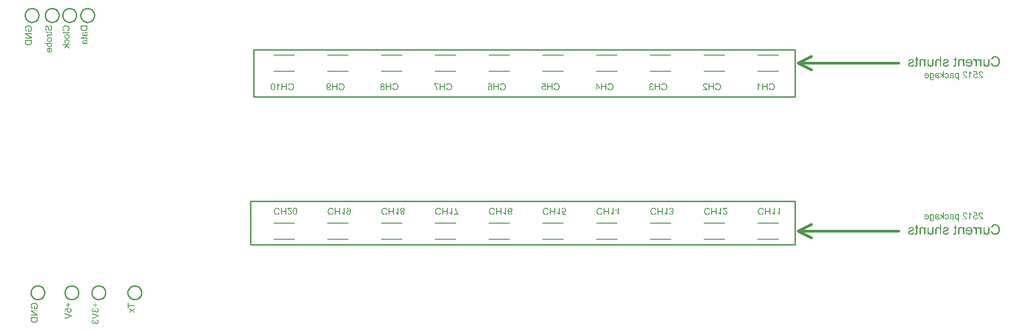
<source format=gbo>
G04*
G04 #@! TF.GenerationSoftware,Altium Limited,Altium Designer,22.5.1 (42)*
G04*
G04 Layer_Color=32896*
%FSLAX25Y25*%
%MOIN*%
G70*
G04*
G04 #@! TF.SameCoordinates,4C861729-87C5-483C-8B33-AEF81C08CF8D*
G04*
G04*
G04 #@! TF.FilePolarity,Positive*
G04*
G01*
G75*
%ADD11C,0.01000*%
%ADD12C,0.00787*%
%ADD41C,0.01968*%
G36*
X83778Y221392D02*
X83775Y221229D01*
X83771Y221148D01*
X83764Y221076D01*
X83760Y221003D01*
X83753Y220937D01*
X83745Y220875D01*
X83735Y220817D01*
X83727Y220766D01*
X83720Y220719D01*
X83713Y220679D01*
X83709Y220646D01*
X83702Y220621D01*
X83698Y220599D01*
X83694Y220588D01*
Y220584D01*
X83658Y220457D01*
X83618Y220340D01*
X83596Y220289D01*
X83578Y220238D01*
X83556Y220195D01*
X83534Y220151D01*
X83516Y220115D01*
X83498Y220082D01*
X83483Y220053D01*
X83469Y220027D01*
X83458Y220009D01*
X83451Y219994D01*
X83443Y219987D01*
Y219984D01*
X83374Y219893D01*
X83301Y219805D01*
X83225Y219729D01*
X83152Y219660D01*
X83087Y219605D01*
X83057Y219580D01*
X83032Y219561D01*
X83014Y219547D01*
X82996Y219536D01*
X82988Y219529D01*
X82985Y219525D01*
X82868Y219448D01*
X82748Y219383D01*
X82624Y219321D01*
X82508Y219274D01*
X82457Y219252D01*
X82406Y219234D01*
X82362Y219216D01*
X82326Y219205D01*
X82297Y219194D01*
X82271Y219186D01*
X82257Y219179D01*
X82253D01*
X82082Y219135D01*
X81907Y219103D01*
X81736Y219077D01*
X81652Y219070D01*
X81576Y219063D01*
X81503Y219055D01*
X81438Y219052D01*
X81379Y219048D01*
X81332D01*
X81288Y219044D01*
X81259D01*
X81241D01*
X81234D01*
X81110Y219048D01*
X80990Y219052D01*
X80874Y219063D01*
X80764Y219077D01*
X80659Y219092D01*
X80560Y219106D01*
X80466Y219125D01*
X80382Y219143D01*
X80306Y219165D01*
X80237Y219183D01*
X80178Y219197D01*
X80127Y219212D01*
X80087Y219227D01*
X80062Y219237D01*
X80044Y219241D01*
X80036Y219245D01*
X79942Y219285D01*
X79847Y219328D01*
X79763Y219372D01*
X79680Y219419D01*
X79603Y219470D01*
X79534Y219521D01*
X79468Y219569D01*
X79406Y219616D01*
X79356Y219663D01*
X79308Y219703D01*
X79268Y219743D01*
X79236Y219776D01*
X79210Y219802D01*
X79188Y219824D01*
X79177Y219838D01*
X79174Y219842D01*
X79126Y219900D01*
X79083Y219962D01*
X79010Y220086D01*
X78944Y220209D01*
X78897Y220322D01*
X78875Y220377D01*
X78860Y220424D01*
X78846Y220468D01*
X78831Y220504D01*
X78824Y220537D01*
X78817Y220559D01*
X78813Y220573D01*
Y220577D01*
X78799Y220639D01*
X78788Y220704D01*
X78781Y220774D01*
X78769Y220846D01*
X78759Y220995D01*
X78748Y221141D01*
Y221210D01*
X78744Y221272D01*
Y221330D01*
X78740Y221378D01*
Y223209D01*
X83778D01*
Y221392D01*
D02*
G37*
G36*
X82901Y218411D02*
X82981Y218400D01*
X83054Y218386D01*
X83127Y218364D01*
X83192Y218342D01*
X83254Y218313D01*
X83312Y218284D01*
X83363Y218255D01*
X83411Y218226D01*
X83451Y218196D01*
X83483Y218167D01*
X83513Y218145D01*
X83538Y218124D01*
X83552Y218109D01*
X83563Y218098D01*
X83567Y218094D01*
X83618Y218029D01*
X83662Y217963D01*
X83702Y217887D01*
X83735Y217814D01*
X83764Y217738D01*
X83785Y217658D01*
X83807Y217585D01*
X83822Y217512D01*
X83833Y217443D01*
X83844Y217377D01*
X83851Y217319D01*
X83855Y217268D01*
Y217228D01*
X83858Y217195D01*
Y217170D01*
X83855Y217035D01*
X83840Y216912D01*
X83822Y216795D01*
X83811Y216740D01*
X83800Y216693D01*
X83789Y216649D01*
X83778Y216609D01*
X83767Y216573D01*
X83760Y216544D01*
X83753Y216522D01*
X83745Y216504D01*
X83742Y216493D01*
Y216489D01*
X83716Y216431D01*
X83691Y216369D01*
X83625Y216253D01*
X83556Y216140D01*
X83523Y216089D01*
X83491Y216038D01*
X83458Y215994D01*
X83425Y215954D01*
X83400Y215918D01*
X83374Y215885D01*
X83356Y215860D01*
X83341Y215841D01*
X83331Y215830D01*
X83327Y215827D01*
X83421Y215812D01*
X83505Y215798D01*
X83582Y215776D01*
X83651Y215754D01*
X83702Y215732D01*
X83727Y215725D01*
X83745Y215714D01*
X83760Y215710D01*
X83771Y215703D01*
X83775Y215699D01*
X83778D01*
Y215055D01*
X83698Y215095D01*
X83622Y215131D01*
X83549Y215157D01*
X83483Y215179D01*
X83425Y215197D01*
X83400Y215201D01*
X83381Y215208D01*
X83363Y215212D01*
X83352D01*
X83345Y215215D01*
X83341D01*
X83319Y215219D01*
X83290Y215223D01*
X83228Y215226D01*
X83156Y215233D01*
X83076Y215237D01*
X82985Y215241D01*
X82894Y215244D01*
X82708Y215248D01*
X82621D01*
X82533D01*
X82457Y215252D01*
X82388D01*
X82329D01*
X82308D01*
X82286D01*
X82271D01*
X82260D01*
X82253D01*
X82249D01*
X81427D01*
X81354D01*
X81285D01*
X81223Y215255D01*
X81165D01*
X81114Y215259D01*
X81066Y215263D01*
X81026Y215266D01*
X80990D01*
X80957Y215270D01*
X80932Y215273D01*
X80906Y215277D01*
X80888Y215281D01*
X80877D01*
X80866Y215284D01*
X80859D01*
X80768Y215310D01*
X80684Y215339D01*
X80615Y215368D01*
X80553Y215401D01*
X80502Y215430D01*
X80466Y215456D01*
X80455Y215463D01*
X80444Y215470D01*
X80440Y215477D01*
X80437D01*
X80375Y215535D01*
X80324Y215601D01*
X80277Y215674D01*
X80237Y215743D01*
X80204Y215809D01*
X80189Y215834D01*
X80178Y215860D01*
X80171Y215878D01*
X80164Y215892D01*
X80160Y215903D01*
Y215907D01*
X80142Y215961D01*
X80124Y216023D01*
X80094Y216147D01*
X80076Y216274D01*
X80062Y216395D01*
X80058Y216449D01*
X80054Y216500D01*
X80051Y216547D01*
X80047Y216587D01*
Y216664D01*
X80054Y216835D01*
X80058Y216915D01*
X80069Y216991D01*
X80076Y217064D01*
X80087Y217133D01*
X80102Y217199D01*
X80113Y217257D01*
X80124Y217308D01*
X80138Y217355D01*
X80149Y217396D01*
X80156Y217432D01*
X80167Y217458D01*
X80171Y217479D01*
X80178Y217490D01*
Y217494D01*
X80204Y217559D01*
X80229Y217621D01*
X80258Y217676D01*
X80291Y217730D01*
X80320Y217778D01*
X80349Y217822D01*
X80382Y217865D01*
X80411Y217901D01*
X80437Y217934D01*
X80462Y217960D01*
X80488Y217985D01*
X80506Y218004D01*
X80524Y218022D01*
X80535Y218033D01*
X80542Y218036D01*
X80546Y218040D01*
X80641Y218105D01*
X80746Y218160D01*
X80848Y218207D01*
X80950Y218244D01*
X80994Y218262D01*
X81037Y218273D01*
X81074Y218284D01*
X81106Y218295D01*
X81135Y218302D01*
X81154Y218306D01*
X81168Y218309D01*
X81172D01*
X81256Y217705D01*
X81186Y217687D01*
X81121Y217665D01*
X81063Y217639D01*
X81008Y217614D01*
X80961Y217592D01*
X80917Y217567D01*
X80877Y217541D01*
X80841Y217516D01*
X80812Y217490D01*
X80786Y217468D01*
X80764Y217450D01*
X80746Y217432D01*
X80735Y217417D01*
X80724Y217407D01*
X80717Y217403D01*
Y217399D01*
X80688Y217359D01*
X80666Y217312D01*
X80626Y217210D01*
X80597Y217104D01*
X80579Y216999D01*
X80575Y216951D01*
X80568Y216904D01*
X80564Y216864D01*
Y216828D01*
X80560Y216795D01*
Y216755D01*
X80564Y216671D01*
X80568Y216591D01*
X80579Y216518D01*
X80593Y216449D01*
X80608Y216384D01*
X80626Y216329D01*
X80648Y216274D01*
X80666Y216227D01*
X80684Y216187D01*
X80706Y216151D01*
X80724Y216122D01*
X80739Y216096D01*
X80753Y216078D01*
X80761Y216063D01*
X80768Y216056D01*
X80771Y216052D01*
X80804Y216020D01*
X80837Y215994D01*
X80877Y215969D01*
X80917Y215950D01*
X81008Y215918D01*
X81095Y215896D01*
X81176Y215885D01*
X81212Y215878D01*
X81241D01*
X81267Y215874D01*
X81285D01*
X81299D01*
X81303D01*
X81321D01*
X81343D01*
X81398D01*
X81423Y215878D01*
X81441D01*
X81456D01*
X81463D01*
X81485Y215950D01*
X81507Y216027D01*
X81529Y216111D01*
X81551Y216202D01*
X81587Y216384D01*
X81602Y216475D01*
X81616Y216562D01*
X81631Y216646D01*
X81642Y216726D01*
X81652Y216795D01*
X81663Y216857D01*
X81667Y216908D01*
X81674Y216948D01*
Y216962D01*
X81678Y216973D01*
Y216981D01*
X81685Y217046D01*
X81692Y217108D01*
X81703Y217166D01*
X81711Y217221D01*
X81718Y217272D01*
X81725Y217316D01*
X81732Y217355D01*
X81740Y217392D01*
X81747Y217425D01*
X81751Y217454D01*
X81758Y217476D01*
X81762Y217497D01*
X81765Y217512D01*
Y217523D01*
X81769Y217527D01*
Y217530D01*
X81798Y217621D01*
X81831Y217705D01*
X81863Y217781D01*
X81896Y217847D01*
X81925Y217901D01*
X81940Y217923D01*
X81951Y217942D01*
X81958Y217956D01*
X81966Y217967D01*
X81973Y217974D01*
Y217978D01*
X82027Y218047D01*
X82086Y218109D01*
X82144Y218164D01*
X82202Y218211D01*
X82253Y218247D01*
X82293Y218273D01*
X82308Y218284D01*
X82319Y218287D01*
X82326Y218295D01*
X82329D01*
X82413Y218335D01*
X82497Y218364D01*
X82581Y218386D01*
X82653Y218400D01*
X82719Y218408D01*
X82748Y218411D01*
X82770D01*
X82792Y218415D01*
X82806D01*
X82814D01*
X82817D01*
X82901Y218411D01*
D02*
G37*
G36*
X80608Y214178D02*
X82712D01*
X82810D01*
X82905Y214174D01*
X82985Y214171D01*
X83061Y214167D01*
X83127Y214160D01*
X83188Y214156D01*
X83240Y214149D01*
X83287Y214141D01*
X83327Y214134D01*
X83360Y214127D01*
X83385Y214123D01*
X83407Y214116D01*
X83425Y214112D01*
X83436Y214109D01*
X83440Y214105D01*
X83443D01*
X83505Y214072D01*
X83560Y214032D01*
X83607Y213988D01*
X83647Y213945D01*
X83676Y213905D01*
X83702Y213872D01*
X83716Y213850D01*
X83720Y213847D01*
Y213843D01*
X83756Y213767D01*
X83782Y213683D01*
X83800Y213595D01*
X83811Y213512D01*
X83818Y213439D01*
X83822Y213406D01*
X83825Y213377D01*
Y213322D01*
X83822Y213242D01*
X83818Y213162D01*
X83807Y213082D01*
X83796Y213009D01*
X83789Y212948D01*
X83782Y212918D01*
X83778Y212896D01*
X83775Y212878D01*
Y212864D01*
X83771Y212857D01*
Y212853D01*
X83225Y212944D01*
X83232Y213002D01*
X83236Y213057D01*
X83243Y213104D01*
Y213140D01*
X83247Y213173D01*
Y213213D01*
X83243Y213261D01*
X83240Y213304D01*
X83232Y213341D01*
X83225Y213370D01*
X83218Y213395D01*
X83210Y213410D01*
X83203Y213421D01*
Y213424D01*
X83185Y213450D01*
X83167Y213472D01*
X83127Y213504D01*
X83108Y213515D01*
X83094Y213523D01*
X83087Y213530D01*
X83083D01*
X83065Y213533D01*
X83047Y213541D01*
X82999Y213548D01*
X82941Y213552D01*
X82886Y213555D01*
X82832Y213559D01*
X82788D01*
X82770D01*
X82755D01*
X82748D01*
X82744D01*
X80608D01*
Y212944D01*
X80127D01*
Y213559D01*
X78853D01*
X79224Y214178D01*
X80127D01*
Y214636D01*
X80608D01*
Y214178D01*
D02*
G37*
G36*
X82901Y212543D02*
X82981Y212532D01*
X83054Y212518D01*
X83127Y212496D01*
X83192Y212474D01*
X83254Y212445D01*
X83312Y212416D01*
X83363Y212387D01*
X83411Y212358D01*
X83451Y212329D01*
X83483Y212300D01*
X83513Y212278D01*
X83538Y212256D01*
X83552Y212241D01*
X83563Y212230D01*
X83567Y212227D01*
X83618Y212161D01*
X83662Y212096D01*
X83702Y212019D01*
X83735Y211947D01*
X83764Y211870D01*
X83785Y211790D01*
X83807Y211717D01*
X83822Y211644D01*
X83833Y211575D01*
X83844Y211510D01*
X83851Y211452D01*
X83855Y211401D01*
Y211360D01*
X83858Y211328D01*
Y211302D01*
X83855Y211168D01*
X83840Y211044D01*
X83822Y210927D01*
X83811Y210873D01*
X83800Y210825D01*
X83789Y210782D01*
X83778Y210742D01*
X83767Y210705D01*
X83760Y210676D01*
X83753Y210654D01*
X83745Y210636D01*
X83742Y210625D01*
Y210622D01*
X83716Y210563D01*
X83691Y210501D01*
X83625Y210385D01*
X83556Y210272D01*
X83523Y210221D01*
X83491Y210170D01*
X83458Y210126D01*
X83425Y210086D01*
X83400Y210050D01*
X83374Y210017D01*
X83356Y209992D01*
X83341Y209974D01*
X83331Y209963D01*
X83327Y209959D01*
X83421Y209945D01*
X83505Y209930D01*
X83582Y209908D01*
X83651Y209886D01*
X83702Y209864D01*
X83727Y209857D01*
X83745Y209846D01*
X83760Y209843D01*
X83771Y209835D01*
X83775Y209832D01*
X83778D01*
Y209187D01*
X83698Y209227D01*
X83622Y209264D01*
X83549Y209289D01*
X83483Y209311D01*
X83425Y209329D01*
X83400Y209333D01*
X83381Y209340D01*
X83363Y209344D01*
X83352D01*
X83345Y209348D01*
X83341D01*
X83319Y209351D01*
X83290Y209355D01*
X83228Y209358D01*
X83156Y209366D01*
X83076Y209369D01*
X82985Y209373D01*
X82894Y209377D01*
X82708Y209380D01*
X82621D01*
X82533D01*
X82457Y209384D01*
X82388D01*
X82329D01*
X82308D01*
X82286D01*
X82271D01*
X82260D01*
X82253D01*
X82249D01*
X81427D01*
X81354D01*
X81285D01*
X81223Y209388D01*
X81165D01*
X81114Y209391D01*
X81066Y209395D01*
X81026Y209399D01*
X80990D01*
X80957Y209402D01*
X80932Y209406D01*
X80906Y209409D01*
X80888Y209413D01*
X80877D01*
X80866Y209417D01*
X80859D01*
X80768Y209442D01*
X80684Y209471D01*
X80615Y209500D01*
X80553Y209533D01*
X80502Y209562D01*
X80466Y209588D01*
X80455Y209595D01*
X80444Y209602D01*
X80440Y209610D01*
X80437D01*
X80375Y209668D01*
X80324Y209733D01*
X80277Y209806D01*
X80237Y209875D01*
X80204Y209941D01*
X80189Y209966D01*
X80178Y209992D01*
X80171Y210010D01*
X80164Y210025D01*
X80160Y210035D01*
Y210039D01*
X80142Y210094D01*
X80124Y210156D01*
X80094Y210279D01*
X80076Y210407D01*
X80062Y210527D01*
X80058Y210581D01*
X80054Y210632D01*
X80051Y210680D01*
X80047Y210720D01*
Y210796D01*
X80054Y210967D01*
X80058Y211047D01*
X80069Y211124D01*
X80076Y211197D01*
X80087Y211266D01*
X80102Y211331D01*
X80113Y211390D01*
X80124Y211440D01*
X80138Y211488D01*
X80149Y211528D01*
X80156Y211564D01*
X80167Y211590D01*
X80171Y211612D01*
X80178Y211623D01*
Y211626D01*
X80204Y211692D01*
X80229Y211754D01*
X80258Y211808D01*
X80291Y211863D01*
X80320Y211910D01*
X80349Y211954D01*
X80382Y211997D01*
X80411Y212034D01*
X80437Y212067D01*
X80462Y212092D01*
X80488Y212118D01*
X80506Y212136D01*
X80524Y212154D01*
X80535Y212165D01*
X80542Y212169D01*
X80546Y212172D01*
X80641Y212238D01*
X80746Y212292D01*
X80848Y212340D01*
X80950Y212376D01*
X80994Y212394D01*
X81037Y212405D01*
X81074Y212416D01*
X81106Y212427D01*
X81135Y212434D01*
X81154Y212438D01*
X81168Y212441D01*
X81172D01*
X81256Y211837D01*
X81186Y211819D01*
X81121Y211797D01*
X81063Y211772D01*
X81008Y211746D01*
X80961Y211724D01*
X80917Y211699D01*
X80877Y211673D01*
X80841Y211648D01*
X80812Y211623D01*
X80786Y211601D01*
X80764Y211582D01*
X80746Y211564D01*
X80735Y211550D01*
X80724Y211539D01*
X80717Y211535D01*
Y211531D01*
X80688Y211491D01*
X80666Y211444D01*
X80626Y211342D01*
X80597Y211237D01*
X80579Y211131D01*
X80575Y211084D01*
X80568Y211036D01*
X80564Y210997D01*
Y210960D01*
X80560Y210927D01*
Y210887D01*
X80564Y210804D01*
X80568Y210723D01*
X80579Y210651D01*
X80593Y210581D01*
X80608Y210516D01*
X80626Y210461D01*
X80648Y210407D01*
X80666Y210360D01*
X80684Y210319D01*
X80706Y210283D01*
X80724Y210254D01*
X80739Y210228D01*
X80753Y210210D01*
X80761Y210196D01*
X80768Y210188D01*
X80771Y210185D01*
X80804Y210152D01*
X80837Y210126D01*
X80877Y210101D01*
X80917Y210083D01*
X81008Y210050D01*
X81095Y210028D01*
X81176Y210017D01*
X81212Y210010D01*
X81241D01*
X81267Y210006D01*
X81285D01*
X81299D01*
X81303D01*
X81321D01*
X81343D01*
X81398D01*
X81423Y210010D01*
X81441D01*
X81456D01*
X81463D01*
X81485Y210083D01*
X81507Y210159D01*
X81529Y210243D01*
X81551Y210334D01*
X81587Y210516D01*
X81602Y210607D01*
X81616Y210694D01*
X81631Y210778D01*
X81642Y210858D01*
X81652Y210927D01*
X81663Y210989D01*
X81667Y211040D01*
X81674Y211080D01*
Y211095D01*
X81678Y211106D01*
Y211113D01*
X81685Y211178D01*
X81692Y211240D01*
X81703Y211299D01*
X81711Y211353D01*
X81718Y211404D01*
X81725Y211448D01*
X81732Y211488D01*
X81740Y211524D01*
X81747Y211557D01*
X81751Y211586D01*
X81758Y211608D01*
X81762Y211630D01*
X81765Y211644D01*
Y211655D01*
X81769Y211659D01*
Y211663D01*
X81798Y211754D01*
X81831Y211837D01*
X81863Y211914D01*
X81896Y211979D01*
X81925Y212034D01*
X81940Y212056D01*
X81951Y212074D01*
X81958Y212088D01*
X81966Y212099D01*
X81973Y212107D01*
Y212110D01*
X82027Y212179D01*
X82086Y212241D01*
X82144Y212296D01*
X82202Y212343D01*
X82253Y212380D01*
X82293Y212405D01*
X82308Y212416D01*
X82319Y212420D01*
X82326Y212427D01*
X82329D01*
X82413Y212467D01*
X82497Y212496D01*
X82581Y212518D01*
X82653Y212532D01*
X82719Y212540D01*
X82748Y212543D01*
X82770D01*
X82792Y212547D01*
X82806D01*
X82814D01*
X82817D01*
X82901Y212543D01*
D02*
G37*
G36*
X44412Y16906D02*
X44543Y16895D01*
X44670Y16880D01*
X44794Y16862D01*
X44914Y16837D01*
X45023Y16811D01*
X45125Y16786D01*
X45223Y16757D01*
X45307Y16727D01*
X45387Y16702D01*
X45453Y16673D01*
X45511Y16651D01*
X45555Y16633D01*
X45587Y16618D01*
X45609Y16607D01*
X45616Y16604D01*
X45726Y16542D01*
X45827Y16476D01*
X45922Y16404D01*
X46013Y16331D01*
X46097Y16254D01*
X46170Y16178D01*
X46239Y16101D01*
X46301Y16029D01*
X46355Y15959D01*
X46403Y15894D01*
X46443Y15836D01*
X46475Y15785D01*
X46501Y15745D01*
X46519Y15712D01*
X46530Y15694D01*
X46534Y15686D01*
X46588Y15570D01*
X46639Y15453D01*
X46679Y15337D01*
X46716Y15221D01*
X46749Y15104D01*
X46774Y14991D01*
X46792Y14886D01*
X46810Y14784D01*
X46825Y14689D01*
X46832Y14602D01*
X46839Y14525D01*
X46847Y14460D01*
Y14409D01*
X46850Y14387D01*
Y14336D01*
X46847Y14234D01*
X46843Y14132D01*
X46821Y13936D01*
X46803Y13845D01*
X46788Y13757D01*
X46770Y13674D01*
X46752Y13593D01*
X46734Y13524D01*
X46716Y13459D01*
X46698Y13404D01*
X46683Y13357D01*
X46672Y13317D01*
X46661Y13288D01*
X46657Y13273D01*
X46654Y13266D01*
X46614Y13168D01*
X46574Y13073D01*
X46479Y12887D01*
X46432Y12796D01*
X46381Y12712D01*
X46334Y12636D01*
X46286Y12560D01*
X46242Y12494D01*
X46202Y12432D01*
X46162Y12381D01*
X46133Y12334D01*
X46104Y12298D01*
X46086Y12272D01*
X46071Y12257D01*
X46068Y12250D01*
X44197D01*
Y14383D01*
X44790D01*
Y12902D01*
X45729D01*
X45766Y12946D01*
X45798Y12989D01*
X45864Y13091D01*
X45926Y13197D01*
X45977Y13299D01*
X46002Y13346D01*
X46024Y13390D01*
X46042Y13430D01*
X46057Y13462D01*
X46068Y13491D01*
X46079Y13513D01*
X46082Y13528D01*
X46086Y13532D01*
X46115Y13608D01*
X46141Y13684D01*
X46181Y13837D01*
X46210Y13979D01*
X46221Y14045D01*
X46228Y14107D01*
X46235Y14165D01*
X46242Y14216D01*
X46246Y14263D01*
Y14303D01*
X46250Y14332D01*
Y14376D01*
X46246Y14467D01*
X46239Y14558D01*
X46228Y14645D01*
X46217Y14733D01*
X46199Y14813D01*
X46181Y14889D01*
X46162Y14962D01*
X46141Y15031D01*
X46119Y15093D01*
X46101Y15148D01*
X46082Y15199D01*
X46064Y15239D01*
X46053Y15271D01*
X46042Y15293D01*
X46035Y15312D01*
X46031Y15315D01*
X45988Y15395D01*
X45940Y15472D01*
X45889Y15541D01*
X45835Y15606D01*
X45780Y15668D01*
X45722Y15723D01*
X45667Y15774D01*
X45613Y15821D01*
X45562Y15861D01*
X45515Y15894D01*
X45474Y15923D01*
X45434Y15948D01*
X45405Y15967D01*
X45380Y15981D01*
X45365Y15989D01*
X45362Y15992D01*
X45274Y16032D01*
X45183Y16069D01*
X45089Y16098D01*
X44994Y16123D01*
X44899Y16145D01*
X44805Y16167D01*
X44714Y16182D01*
X44626Y16192D01*
X44546Y16203D01*
X44470Y16211D01*
X44404Y16214D01*
X44346Y16218D01*
X44299Y16221D01*
X44262D01*
X44240D01*
X44237D01*
X44233D01*
X44131Y16218D01*
X44033Y16214D01*
X43935Y16203D01*
X43844Y16192D01*
X43753Y16178D01*
X43669Y16163D01*
X43593Y16145D01*
X43520Y16127D01*
X43454Y16109D01*
X43392Y16091D01*
X43341Y16076D01*
X43298Y16061D01*
X43265Y16050D01*
X43240Y16039D01*
X43221Y16036D01*
X43218Y16032D01*
X43119Y15985D01*
X43025Y15934D01*
X42941Y15879D01*
X42868Y15828D01*
X42835Y15803D01*
X42806Y15781D01*
X42785Y15763D01*
X42763Y15745D01*
X42744Y15730D01*
X42733Y15719D01*
X42726Y15716D01*
X42723Y15712D01*
X42643Y15632D01*
X42570Y15541D01*
X42504Y15453D01*
X42453Y15366D01*
X42431Y15330D01*
X42410Y15293D01*
X42395Y15260D01*
X42380Y15231D01*
X42369Y15210D01*
X42362Y15191D01*
X42355Y15180D01*
Y15177D01*
X42308Y15046D01*
X42271Y14911D01*
X42246Y14780D01*
X42239Y14715D01*
X42231Y14653D01*
X42224Y14598D01*
X42220Y14547D01*
X42217Y14500D01*
Y14460D01*
X42213Y14427D01*
Y14383D01*
X42220Y14245D01*
X42235Y14114D01*
X42246Y14056D01*
X42257Y13997D01*
X42268Y13943D01*
X42279Y13895D01*
X42293Y13852D01*
X42304Y13812D01*
X42315Y13775D01*
X42326Y13746D01*
X42337Y13724D01*
X42340Y13706D01*
X42348Y13695D01*
Y13692D01*
X42399Y13582D01*
X42457Y13484D01*
X42515Y13400D01*
X42544Y13368D01*
X42573Y13335D01*
X42599Y13306D01*
X42624Y13280D01*
X42646Y13259D01*
X42664Y13240D01*
X42679Y13229D01*
X42690Y13218D01*
X42697Y13215D01*
X42701Y13211D01*
X42744Y13179D01*
X42788Y13149D01*
X42886Y13095D01*
X42988Y13047D01*
X43083Y13004D01*
X43130Y12989D01*
X43170Y12971D01*
X43210Y12960D01*
X43240Y12949D01*
X43269Y12938D01*
X43287Y12931D01*
X43301Y12927D01*
X43305D01*
X43141Y12327D01*
X43047Y12352D01*
X42959Y12381D01*
X42875Y12410D01*
X42795Y12443D01*
X42723Y12472D01*
X42657Y12505D01*
X42592Y12538D01*
X42537Y12567D01*
X42486Y12596D01*
X42442Y12621D01*
X42402Y12647D01*
X42373Y12669D01*
X42348Y12683D01*
X42329Y12698D01*
X42319Y12705D01*
X42315Y12709D01*
X42257Y12756D01*
X42202Y12811D01*
X42104Y12924D01*
X42020Y13040D01*
X41984Y13095D01*
X41947Y13149D01*
X41918Y13204D01*
X41893Y13251D01*
X41871Y13295D01*
X41853Y13331D01*
X41838Y13361D01*
X41827Y13386D01*
X41824Y13400D01*
X41820Y13404D01*
X41787Y13488D01*
X41762Y13572D01*
X41736Y13659D01*
X41718Y13743D01*
X41685Y13910D01*
X41674Y13986D01*
X41663Y14063D01*
X41656Y14132D01*
X41652Y14194D01*
X41645Y14249D01*
Y14300D01*
X41642Y14336D01*
Y14391D01*
X41645Y14529D01*
X41656Y14664D01*
X41671Y14791D01*
X41689Y14915D01*
X41714Y15031D01*
X41740Y15140D01*
X41769Y15242D01*
X41794Y15337D01*
X41824Y15421D01*
X41853Y15497D01*
X41878Y15563D01*
X41904Y15617D01*
X41922Y15661D01*
X41936Y15694D01*
X41947Y15712D01*
X41951Y15719D01*
X42013Y15825D01*
X42082Y15923D01*
X42155Y16014D01*
X42231Y16101D01*
X42308Y16182D01*
X42388Y16254D01*
X42464Y16320D01*
X42541Y16378D01*
X42613Y16429D01*
X42683Y16476D01*
X42744Y16516D01*
X42795Y16545D01*
X42839Y16571D01*
X42872Y16589D01*
X42894Y16600D01*
X42897Y16604D01*
X42901D01*
X43021Y16658D01*
X43141Y16706D01*
X43265Y16746D01*
X43385Y16782D01*
X43502Y16811D01*
X43614Y16833D01*
X43724Y16855D01*
X43826Y16869D01*
X43920Y16884D01*
X44008Y16895D01*
X44084Y16898D01*
X44150Y16906D01*
X44201D01*
X44222Y16909D01*
X44240D01*
X44255D01*
X44266D01*
X44270D01*
X44273D01*
X44412Y16906D01*
D02*
G37*
G36*
X46767Y10634D02*
X42814D01*
X46767Y7995D01*
Y7307D01*
X41729D01*
Y7948D01*
X45686D01*
X41729Y10590D01*
Y11275D01*
X46767D01*
Y10634D01*
D02*
G37*
G36*
Y4370D02*
X46763Y4206D01*
X46759Y4126D01*
X46752Y4053D01*
X46749Y3980D01*
X46741Y3915D01*
X46734Y3853D01*
X46723Y3794D01*
X46716Y3744D01*
X46708Y3696D01*
X46701Y3656D01*
X46698Y3623D01*
X46690Y3598D01*
X46687Y3576D01*
X46683Y3565D01*
Y3562D01*
X46646Y3434D01*
X46606Y3318D01*
X46585Y3267D01*
X46566Y3216D01*
X46545Y3172D01*
X46523Y3128D01*
X46505Y3092D01*
X46486Y3059D01*
X46472Y3030D01*
X46457Y3005D01*
X46446Y2986D01*
X46439Y2972D01*
X46432Y2965D01*
Y2961D01*
X46363Y2870D01*
X46290Y2783D01*
X46213Y2706D01*
X46141Y2637D01*
X46075Y2582D01*
X46046Y2557D01*
X46020Y2539D01*
X46002Y2524D01*
X45984Y2513D01*
X45977Y2506D01*
X45973Y2502D01*
X45857Y2426D01*
X45737Y2360D01*
X45613Y2299D01*
X45496Y2251D01*
X45445Y2229D01*
X45394Y2211D01*
X45351Y2193D01*
X45314Y2182D01*
X45285Y2171D01*
X45260Y2164D01*
X45245Y2156D01*
X45241D01*
X45070Y2113D01*
X44896Y2080D01*
X44725Y2055D01*
X44641Y2047D01*
X44564Y2040D01*
X44492Y2033D01*
X44426Y2029D01*
X44368Y2025D01*
X44321D01*
X44277Y2022D01*
X44248D01*
X44230D01*
X44222D01*
X44098Y2025D01*
X43978Y2029D01*
X43862Y2040D01*
X43753Y2055D01*
X43647Y2069D01*
X43549Y2084D01*
X43454Y2102D01*
X43371Y2120D01*
X43294Y2142D01*
X43225Y2160D01*
X43167Y2175D01*
X43116Y2189D01*
X43076Y2204D01*
X43050Y2215D01*
X43032Y2218D01*
X43025Y2222D01*
X42930Y2262D01*
X42835Y2306D01*
X42752Y2349D01*
X42668Y2397D01*
X42592Y2448D01*
X42522Y2499D01*
X42457Y2546D01*
X42395Y2593D01*
X42344Y2641D01*
X42297Y2681D01*
X42257Y2721D01*
X42224Y2754D01*
X42199Y2779D01*
X42177Y2801D01*
X42166Y2815D01*
X42162Y2819D01*
X42115Y2877D01*
X42071Y2939D01*
X41998Y3063D01*
X41933Y3187D01*
X41885Y3300D01*
X41864Y3354D01*
X41849Y3401D01*
X41834Y3445D01*
X41820Y3481D01*
X41813Y3514D01*
X41805Y3536D01*
X41802Y3551D01*
Y3554D01*
X41787Y3616D01*
X41776Y3682D01*
X41769Y3751D01*
X41758Y3824D01*
X41747Y3973D01*
X41736Y4118D01*
Y4188D01*
X41732Y4250D01*
Y4308D01*
X41729Y4355D01*
Y6186D01*
X46767D01*
Y4370D01*
D02*
G37*
G36*
X40081Y223205D02*
X40212Y223194D01*
X40339Y223180D01*
X40463Y223161D01*
X40583Y223136D01*
X40692Y223110D01*
X40794Y223085D01*
X40893Y223056D01*
X40976Y223027D01*
X41056Y223001D01*
X41122Y222972D01*
X41180Y222950D01*
X41224Y222932D01*
X41257Y222918D01*
X41278Y222907D01*
X41286Y222903D01*
X41395Y222841D01*
X41497Y222776D01*
X41592Y222703D01*
X41682Y222630D01*
X41766Y222553D01*
X41839Y222477D01*
X41908Y222401D01*
X41970Y222328D01*
X42025Y222259D01*
X42072Y222193D01*
X42112Y222135D01*
X42145Y222084D01*
X42170Y222044D01*
X42188Y222011D01*
X42199Y221993D01*
X42203Y221986D01*
X42258Y221869D01*
X42309Y221753D01*
X42349Y221636D01*
X42385Y221520D01*
X42418Y221403D01*
X42443Y221290D01*
X42461Y221185D01*
X42480Y221083D01*
X42494Y220988D01*
X42502Y220901D01*
X42509Y220825D01*
X42516Y220759D01*
Y220708D01*
X42520Y220686D01*
Y220635D01*
X42516Y220533D01*
X42512Y220431D01*
X42491Y220235D01*
X42472Y220144D01*
X42458Y220056D01*
X42440Y219973D01*
X42421Y219893D01*
X42403Y219824D01*
X42385Y219758D01*
X42367Y219703D01*
X42352Y219656D01*
X42341Y219616D01*
X42330Y219587D01*
X42327Y219572D01*
X42323Y219565D01*
X42283Y219467D01*
X42243Y219372D01*
X42148Y219186D01*
X42101Y219095D01*
X42050Y219012D01*
X42003Y218935D01*
X41956Y218859D01*
X41912Y218793D01*
X41872Y218731D01*
X41832Y218681D01*
X41803Y218633D01*
X41774Y218597D01*
X41755Y218571D01*
X41741Y218557D01*
X41737Y218549D01*
X39866D01*
Y220683D01*
X40459D01*
Y219201D01*
X41399D01*
X41435Y219245D01*
X41468Y219288D01*
X41533Y219390D01*
X41595Y219496D01*
X41646Y219598D01*
X41672Y219645D01*
X41693Y219689D01*
X41712Y219729D01*
X41726Y219762D01*
X41737Y219791D01*
X41748Y219813D01*
X41752Y219827D01*
X41755Y219831D01*
X41784Y219907D01*
X41810Y219984D01*
X41850Y220136D01*
X41879Y220279D01*
X41890Y220344D01*
X41897Y220406D01*
X41905Y220464D01*
X41912Y220515D01*
X41915Y220562D01*
Y220602D01*
X41919Y220632D01*
Y220675D01*
X41915Y220766D01*
X41908Y220857D01*
X41897Y220945D01*
X41886Y221032D01*
X41868Y221112D01*
X41850Y221188D01*
X41832Y221261D01*
X41810Y221330D01*
X41788Y221392D01*
X41770Y221447D01*
X41752Y221498D01*
X41733Y221538D01*
X41723Y221571D01*
X41712Y221592D01*
X41704Y221611D01*
X41701Y221614D01*
X41657Y221694D01*
X41610Y221771D01*
X41559Y221840D01*
X41504Y221905D01*
X41449Y221967D01*
X41391Y222022D01*
X41337Y222073D01*
X41282Y222120D01*
X41231Y222160D01*
X41184Y222193D01*
X41144Y222222D01*
X41104Y222248D01*
X41075Y222266D01*
X41049Y222281D01*
X41035Y222288D01*
X41031Y222291D01*
X40944Y222331D01*
X40853Y222368D01*
X40758Y222397D01*
X40663Y222422D01*
X40569Y222444D01*
X40474Y222466D01*
X40383Y222481D01*
X40296Y222492D01*
X40216Y222502D01*
X40139Y222510D01*
X40074Y222513D01*
X40015Y222517D01*
X39968Y222521D01*
X39932D01*
X39910D01*
X39906D01*
X39902D01*
X39801Y222517D01*
X39702Y222513D01*
X39604Y222502D01*
X39513Y222492D01*
X39422Y222477D01*
X39338Y222463D01*
X39262Y222444D01*
X39189Y222426D01*
X39124Y222408D01*
X39062Y222390D01*
X39011Y222375D01*
X38967Y222361D01*
X38934Y222350D01*
X38909Y222339D01*
X38891Y222335D01*
X38887Y222331D01*
X38789Y222284D01*
X38694Y222233D01*
X38610Y222179D01*
X38537Y222128D01*
X38505Y222102D01*
X38476Y222080D01*
X38454Y222062D01*
X38432Y222044D01*
X38414Y222029D01*
X38403Y222018D01*
X38396Y222015D01*
X38392Y222011D01*
X38312Y221931D01*
X38239Y221840D01*
X38173Y221753D01*
X38123Y221665D01*
X38101Y221629D01*
X38079Y221592D01*
X38064Y221560D01*
X38050Y221531D01*
X38039Y221509D01*
X38032Y221491D01*
X38024Y221480D01*
Y221476D01*
X37977Y221345D01*
X37941Y221210D01*
X37915Y221079D01*
X37908Y221014D01*
X37901Y220952D01*
X37893Y220897D01*
X37890Y220846D01*
X37886Y220799D01*
Y220759D01*
X37882Y220726D01*
Y220683D01*
X37890Y220544D01*
X37904Y220413D01*
X37915Y220355D01*
X37926Y220297D01*
X37937Y220242D01*
X37948Y220195D01*
X37962Y220151D01*
X37973Y220111D01*
X37984Y220075D01*
X37995Y220045D01*
X38006Y220024D01*
X38010Y220005D01*
X38017Y219994D01*
Y219991D01*
X38068Y219882D01*
X38126Y219783D01*
X38184Y219700D01*
X38214Y219667D01*
X38243Y219634D01*
X38268Y219605D01*
X38294Y219580D01*
X38315Y219558D01*
X38334Y219540D01*
X38348Y219529D01*
X38359Y219518D01*
X38366Y219514D01*
X38370Y219510D01*
X38414Y219478D01*
X38457Y219448D01*
X38556Y219394D01*
X38658Y219347D01*
X38752Y219303D01*
X38800Y219288D01*
X38840Y219270D01*
X38880Y219259D01*
X38909Y219248D01*
X38938Y219237D01*
X38956Y219230D01*
X38971Y219227D01*
X38974D01*
X38811Y218626D01*
X38716Y218651D01*
X38629Y218681D01*
X38545Y218710D01*
X38465Y218742D01*
X38392Y218772D01*
X38326Y218804D01*
X38261Y218837D01*
X38206Y218866D01*
X38155Y218895D01*
X38112Y218921D01*
X38072Y218946D01*
X38043Y218968D01*
X38017Y218983D01*
X37999Y218997D01*
X37988Y219005D01*
X37984Y219008D01*
X37926Y219055D01*
X37871Y219110D01*
X37773Y219223D01*
X37689Y219339D01*
X37653Y219394D01*
X37617Y219448D01*
X37587Y219503D01*
X37562Y219550D01*
X37540Y219594D01*
X37522Y219631D01*
X37507Y219660D01*
X37497Y219685D01*
X37493Y219700D01*
X37489Y219703D01*
X37456Y219787D01*
X37431Y219871D01*
X37405Y219958D01*
X37387Y220042D01*
X37354Y220209D01*
X37344Y220286D01*
X37333Y220362D01*
X37325Y220431D01*
X37322Y220493D01*
X37315Y220548D01*
Y220599D01*
X37311Y220635D01*
Y220690D01*
X37315Y220828D01*
X37325Y220963D01*
X37340Y221090D01*
X37358Y221214D01*
X37384Y221330D01*
X37409Y221440D01*
X37438Y221542D01*
X37464Y221636D01*
X37493Y221720D01*
X37522Y221796D01*
X37547Y221862D01*
X37573Y221917D01*
X37591Y221960D01*
X37606Y221993D01*
X37617Y222011D01*
X37620Y222018D01*
X37682Y222124D01*
X37751Y222222D01*
X37824Y222313D01*
X37901Y222401D01*
X37977Y222481D01*
X38057Y222553D01*
X38133Y222619D01*
X38210Y222677D01*
X38283Y222728D01*
X38352Y222776D01*
X38414Y222815D01*
X38465Y222845D01*
X38508Y222870D01*
X38541Y222888D01*
X38563Y222899D01*
X38567Y222903D01*
X38570D01*
X38690Y222957D01*
X38811Y223005D01*
X38934Y223045D01*
X39054Y223081D01*
X39171Y223110D01*
X39284Y223132D01*
X39393Y223154D01*
X39495Y223169D01*
X39590Y223183D01*
X39677Y223194D01*
X39753Y223198D01*
X39819Y223205D01*
X39870D01*
X39892Y223209D01*
X39910D01*
X39924D01*
X39935D01*
X39939D01*
X39943D01*
X40081Y223205D01*
D02*
G37*
G36*
X42436Y216933D02*
X38483D01*
X42436Y214294D01*
Y213606D01*
X37398D01*
Y214247D01*
X41355D01*
X37398Y216890D01*
Y217574D01*
X42436D01*
Y216933D01*
D02*
G37*
G36*
Y210669D02*
X42432Y210505D01*
X42429Y210425D01*
X42421Y210352D01*
X42418Y210279D01*
X42410Y210214D01*
X42403Y210152D01*
X42392Y210094D01*
X42385Y210043D01*
X42378Y209996D01*
X42370Y209955D01*
X42367Y209923D01*
X42360Y209897D01*
X42356Y209875D01*
X42352Y209864D01*
Y209861D01*
X42316Y209733D01*
X42276Y209617D01*
X42254Y209566D01*
X42236Y209515D01*
X42214Y209471D01*
X42192Y209428D01*
X42174Y209391D01*
X42156Y209359D01*
X42141Y209329D01*
X42127Y209304D01*
X42116Y209286D01*
X42108Y209271D01*
X42101Y209264D01*
Y209260D01*
X42032Y209169D01*
X41959Y209082D01*
X41883Y209005D01*
X41810Y208936D01*
X41744Y208882D01*
X41715Y208856D01*
X41690Y208838D01*
X41672Y208823D01*
X41653Y208812D01*
X41646Y208805D01*
X41642Y208802D01*
X41526Y208725D01*
X41406Y208660D01*
X41282Y208598D01*
X41166Y208550D01*
X41115Y208528D01*
X41064Y208510D01*
X41020Y208492D01*
X40984Y208481D01*
X40955Y208470D01*
X40929Y208463D01*
X40914Y208456D01*
X40911D01*
X40740Y208412D01*
X40565Y208379D01*
X40394Y208354D01*
X40310Y208347D01*
X40234Y208339D01*
X40161Y208332D01*
X40095Y208328D01*
X40037Y208325D01*
X39990D01*
X39946Y208321D01*
X39917D01*
X39899D01*
X39892D01*
X39768Y208325D01*
X39648Y208328D01*
X39531Y208339D01*
X39422Y208354D01*
X39316Y208368D01*
X39218Y208383D01*
X39124Y208401D01*
X39040Y208419D01*
X38963Y208441D01*
X38894Y208459D01*
X38836Y208474D01*
X38785Y208488D01*
X38745Y208503D01*
X38719Y208514D01*
X38701Y208518D01*
X38694Y208521D01*
X38599Y208561D01*
X38505Y208605D01*
X38421Y208649D01*
X38337Y208696D01*
X38261Y208747D01*
X38192Y208798D01*
X38126Y208845D01*
X38064Y208892D01*
X38013Y208940D01*
X37966Y208980D01*
X37926Y209020D01*
X37893Y209053D01*
X37868Y209078D01*
X37846Y209100D01*
X37835Y209115D01*
X37831Y209118D01*
X37784Y209176D01*
X37740Y209238D01*
X37668Y209362D01*
X37602Y209486D01*
X37555Y209599D01*
X37533Y209653D01*
X37518Y209701D01*
X37504Y209744D01*
X37489Y209781D01*
X37482Y209813D01*
X37475Y209835D01*
X37471Y209850D01*
Y209854D01*
X37456Y209915D01*
X37446Y209981D01*
X37438Y210050D01*
X37427Y210123D01*
X37416Y210272D01*
X37405Y210418D01*
Y210487D01*
X37402Y210549D01*
Y210607D01*
X37398Y210654D01*
Y212485D01*
X42436D01*
Y210669D01*
D02*
G37*
G36*
X89844Y15537D02*
X91223D01*
Y14955D01*
X89844D01*
Y13582D01*
X89265D01*
Y14955D01*
X87893D01*
Y15537D01*
X89265D01*
Y16909D01*
X89844D01*
Y15537D01*
D02*
G37*
G36*
X90823Y12884D02*
X90932Y12862D01*
X91034Y12829D01*
X91132Y12796D01*
X91223Y12756D01*
X91307Y12716D01*
X91387Y12673D01*
X91456Y12629D01*
X91518Y12585D01*
X91573Y12545D01*
X91620Y12505D01*
X91660Y12472D01*
X91693Y12443D01*
X91715Y12421D01*
X91729Y12407D01*
X91733Y12403D01*
X91802Y12319D01*
X91864Y12228D01*
X91915Y12137D01*
X91958Y12046D01*
X91998Y11952D01*
X92031Y11861D01*
X92057Y11770D01*
X92075Y11686D01*
X92093Y11606D01*
X92104Y11533D01*
X92115Y11468D01*
X92119Y11409D01*
X92122Y11366D01*
X92126Y11329D01*
Y11300D01*
X92122Y11165D01*
X92108Y11038D01*
X92082Y10914D01*
X92053Y10802D01*
X92020Y10692D01*
X91980Y10594D01*
X91940Y10499D01*
X91897Y10416D01*
X91853Y10343D01*
X91813Y10274D01*
X91773Y10219D01*
X91740Y10172D01*
X91711Y10132D01*
X91685Y10106D01*
X91671Y10092D01*
X91667Y10085D01*
X91580Y10001D01*
X91489Y9924D01*
X91394Y9859D01*
X91300Y9804D01*
X91205Y9757D01*
X91110Y9717D01*
X91023Y9688D01*
X90936Y9662D01*
X90856Y9640D01*
X90783Y9626D01*
X90717Y9615D01*
X90659Y9608D01*
X90615Y9604D01*
X90579Y9600D01*
X90557D01*
X90550D01*
X90459Y9604D01*
X90375Y9611D01*
X90295Y9622D01*
X90219Y9640D01*
X90146Y9659D01*
X90080Y9677D01*
X90018Y9702D01*
X89960Y9724D01*
X89909Y9746D01*
X89865Y9768D01*
X89829Y9790D01*
X89796Y9808D01*
X89771Y9826D01*
X89753Y9837D01*
X89742Y9844D01*
X89738Y9848D01*
X89680Y9895D01*
X89625Y9950D01*
X89578Y10004D01*
X89534Y10059D01*
X89494Y10117D01*
X89461Y10176D01*
X89429Y10234D01*
X89403Y10288D01*
X89378Y10339D01*
X89359Y10387D01*
X89341Y10430D01*
X89330Y10470D01*
X89319Y10499D01*
X89312Y10525D01*
X89309Y10539D01*
Y10543D01*
X89279Y10481D01*
X89247Y10423D01*
X89210Y10368D01*
X89178Y10317D01*
X89141Y10270D01*
X89105Y10230D01*
X89072Y10190D01*
X89039Y10157D01*
X89006Y10125D01*
X88977Y10099D01*
X88952Y10077D01*
X88930Y10059D01*
X88912Y10044D01*
X88897Y10034D01*
X88890Y10030D01*
X88886Y10026D01*
X88835Y9994D01*
X88784Y9968D01*
X88730Y9943D01*
X88679Y9924D01*
X88581Y9892D01*
X88486Y9870D01*
X88446Y9862D01*
X88406Y9859D01*
X88373Y9851D01*
X88344D01*
X88322Y9848D01*
X88304D01*
X88293D01*
X88289D01*
X88224Y9851D01*
X88162Y9855D01*
X88042Y9877D01*
X87933Y9906D01*
X87885Y9924D01*
X87838Y9939D01*
X87794Y9957D01*
X87758Y9975D01*
X87722Y9990D01*
X87696Y10004D01*
X87671Y10015D01*
X87656Y10026D01*
X87645Y10030D01*
X87641Y10034D01*
X87587Y10070D01*
X87532Y10110D01*
X87438Y10194D01*
X87354Y10281D01*
X87285Y10368D01*
X87256Y10408D01*
X87230Y10445D01*
X87208Y10478D01*
X87190Y10507D01*
X87176Y10532D01*
X87165Y10550D01*
X87161Y10561D01*
X87157Y10565D01*
X87125Y10631D01*
X87099Y10696D01*
X87074Y10762D01*
X87055Y10831D01*
X87023Y10958D01*
X87012Y11016D01*
X87001Y11074D01*
X86993Y11125D01*
X86990Y11173D01*
X86983Y11216D01*
Y11253D01*
X86979Y11282D01*
Y11322D01*
X86983Y11431D01*
X86993Y11537D01*
X87012Y11639D01*
X87034Y11733D01*
X87059Y11821D01*
X87088Y11901D01*
X87117Y11977D01*
X87150Y12046D01*
X87183Y12108D01*
X87212Y12163D01*
X87241Y12210D01*
X87266Y12250D01*
X87288Y12283D01*
X87307Y12305D01*
X87318Y12319D01*
X87321Y12323D01*
X87387Y12396D01*
X87459Y12461D01*
X87536Y12520D01*
X87616Y12571D01*
X87696Y12618D01*
X87776Y12662D01*
X87856Y12698D01*
X87933Y12731D01*
X88005Y12756D01*
X88071Y12778D01*
X88129Y12796D01*
X88184Y12811D01*
X88227Y12822D01*
X88257Y12829D01*
X88278Y12836D01*
X88282D01*
X88286D01*
X88395Y12218D01*
X88311Y12203D01*
X88235Y12185D01*
X88166Y12167D01*
X88100Y12141D01*
X88038Y12119D01*
X87984Y12090D01*
X87933Y12065D01*
X87885Y12039D01*
X87849Y12014D01*
X87813Y11992D01*
X87783Y11970D01*
X87762Y11952D01*
X87743Y11934D01*
X87729Y11923D01*
X87722Y11915D01*
X87718Y11912D01*
X87678Y11864D01*
X87641Y11817D01*
X87612Y11766D01*
X87587Y11715D01*
X87561Y11664D01*
X87543Y11617D01*
X87518Y11522D01*
X87507Y11479D01*
X87499Y11439D01*
X87496Y11402D01*
X87492Y11369D01*
X87489Y11348D01*
Y11311D01*
X87492Y11246D01*
X87499Y11180D01*
X87510Y11122D01*
X87525Y11064D01*
X87539Y11013D01*
X87561Y10962D01*
X87580Y10918D01*
X87601Y10878D01*
X87623Y10842D01*
X87641Y10809D01*
X87663Y10783D01*
X87678Y10758D01*
X87692Y10740D01*
X87703Y10729D01*
X87711Y10722D01*
X87714Y10718D01*
X87758Y10678D01*
X87802Y10641D01*
X87849Y10609D01*
X87896Y10583D01*
X87944Y10561D01*
X87991Y10543D01*
X88078Y10514D01*
X88118Y10503D01*
X88155Y10496D01*
X88191Y10492D01*
X88217Y10488D01*
X88242Y10485D01*
X88260D01*
X88271D01*
X88275D01*
X88351Y10488D01*
X88424Y10499D01*
X88493Y10514D01*
X88555Y10536D01*
X88613Y10558D01*
X88664Y10583D01*
X88712Y10612D01*
X88755Y10641D01*
X88792Y10674D01*
X88824Y10700D01*
X88850Y10729D01*
X88872Y10751D01*
X88890Y10772D01*
X88901Y10787D01*
X88908Y10798D01*
X88912Y10802D01*
X88948Y10860D01*
X88977Y10922D01*
X89006Y10983D01*
X89028Y11045D01*
X89065Y11165D01*
X89079Y11220D01*
X89090Y11275D01*
X89097Y11326D01*
X89105Y11369D01*
X89108Y11409D01*
X89112Y11446D01*
X89116Y11471D01*
Y11541D01*
X89112Y11573D01*
Y11588D01*
X89108Y11599D01*
Y11610D01*
X89651Y11679D01*
X89629Y11584D01*
X89614Y11500D01*
X89600Y11428D01*
X89592Y11362D01*
X89589Y11311D01*
X89585Y11275D01*
Y11242D01*
X89589Y11162D01*
X89596Y11089D01*
X89611Y11016D01*
X89629Y10951D01*
X89651Y10889D01*
X89673Y10831D01*
X89698Y10776D01*
X89723Y10729D01*
X89749Y10685D01*
X89775Y10645D01*
X89796Y10612D01*
X89818Y10587D01*
X89836Y10565D01*
X89851Y10547D01*
X89858Y10539D01*
X89862Y10536D01*
X89916Y10485D01*
X89971Y10445D01*
X90029Y10405D01*
X90087Y10372D01*
X90146Y10346D01*
X90204Y10325D01*
X90262Y10306D01*
X90317Y10292D01*
X90368Y10277D01*
X90415Y10270D01*
X90459Y10263D01*
X90492Y10259D01*
X90524Y10255D01*
X90546D01*
X90561D01*
X90564D01*
X90644Y10259D01*
X90724Y10270D01*
X90797Y10285D01*
X90867Y10303D01*
X90936Y10325D01*
X90994Y10350D01*
X91052Y10379D01*
X91103Y10405D01*
X91150Y10434D01*
X91190Y10463D01*
X91227Y10488D01*
X91256Y10510D01*
X91281Y10528D01*
X91296Y10543D01*
X91307Y10554D01*
X91311Y10558D01*
X91365Y10616D01*
X91409Y10674D01*
X91449Y10736D01*
X91485Y10798D01*
X91514Y10860D01*
X91540Y10922D01*
X91558Y10983D01*
X91576Y11038D01*
X91587Y11093D01*
X91598Y11140D01*
X91602Y11184D01*
X91609Y11224D01*
Y11253D01*
X91613Y11278D01*
Y11297D01*
X91609Y11366D01*
X91602Y11428D01*
X91591Y11490D01*
X91576Y11548D01*
X91558Y11602D01*
X91540Y11653D01*
X91518Y11701D01*
X91496Y11744D01*
X91478Y11784D01*
X91456Y11817D01*
X91438Y11850D01*
X91420Y11872D01*
X91405Y11893D01*
X91394Y11908D01*
X91387Y11915D01*
X91383Y11919D01*
X91336Y11966D01*
X91285Y12006D01*
X91227Y12046D01*
X91165Y12083D01*
X91041Y12145D01*
X90914Y12196D01*
X90856Y12214D01*
X90801Y12232D01*
X90754Y12247D01*
X90710Y12257D01*
X90674Y12269D01*
X90644Y12276D01*
X90630Y12279D01*
X90623D01*
X90706Y12898D01*
X90823Y12884D01*
D02*
G37*
G36*
X92035Y7304D02*
Y6616D01*
X86997Y4643D01*
Y5323D01*
X90659Y6685D01*
X90812Y6743D01*
X90965Y6794D01*
X91034Y6816D01*
X91103Y6841D01*
X91169Y6859D01*
X91227Y6881D01*
X91281Y6896D01*
X91332Y6914D01*
X91376Y6925D01*
X91416Y6936D01*
X91445Y6947D01*
X91467Y6954D01*
X91482Y6958D01*
X91485D01*
X91340Y6998D01*
X91194Y7045D01*
X91056Y7089D01*
X90990Y7111D01*
X90928Y7129D01*
X90870Y7151D01*
X90819Y7169D01*
X90772Y7183D01*
X90736Y7198D01*
X90703Y7209D01*
X90677Y7216D01*
X90663Y7220D01*
X90659Y7223D01*
X86997Y8530D01*
Y9255D01*
X92035Y7304D01*
D02*
G37*
G36*
X90823Y4279D02*
X90932Y4257D01*
X91034Y4224D01*
X91132Y4191D01*
X91223Y4151D01*
X91307Y4111D01*
X91387Y4067D01*
X91456Y4024D01*
X91518Y3980D01*
X91573Y3940D01*
X91620Y3900D01*
X91660Y3867D01*
X91693Y3838D01*
X91715Y3816D01*
X91729Y3802D01*
X91733Y3798D01*
X91802Y3714D01*
X91864Y3624D01*
X91915Y3532D01*
X91958Y3441D01*
X91998Y3347D01*
X92031Y3256D01*
X92057Y3165D01*
X92075Y3081D01*
X92093Y3001D01*
X92104Y2928D01*
X92115Y2863D01*
X92119Y2805D01*
X92122Y2761D01*
X92126Y2724D01*
Y2695D01*
X92122Y2561D01*
X92108Y2433D01*
X92082Y2309D01*
X92053Y2197D01*
X92020Y2087D01*
X91980Y1989D01*
X91940Y1894D01*
X91897Y1811D01*
X91853Y1738D01*
X91813Y1669D01*
X91773Y1614D01*
X91740Y1567D01*
X91711Y1527D01*
X91685Y1501D01*
X91671Y1487D01*
X91667Y1479D01*
X91580Y1396D01*
X91489Y1319D01*
X91394Y1254D01*
X91300Y1199D01*
X91205Y1152D01*
X91110Y1112D01*
X91023Y1083D01*
X90936Y1057D01*
X90856Y1035D01*
X90783Y1021D01*
X90717Y1010D01*
X90659Y1003D01*
X90615Y999D01*
X90579Y995D01*
X90557D01*
X90550D01*
X90459Y999D01*
X90375Y1006D01*
X90295Y1017D01*
X90219Y1035D01*
X90146Y1054D01*
X90080Y1072D01*
X90018Y1097D01*
X89960Y1119D01*
X89909Y1141D01*
X89865Y1163D01*
X89829Y1185D01*
X89796Y1203D01*
X89771Y1221D01*
X89753Y1232D01*
X89742Y1239D01*
X89738Y1243D01*
X89680Y1290D01*
X89625Y1345D01*
X89578Y1399D01*
X89534Y1454D01*
X89494Y1512D01*
X89461Y1571D01*
X89429Y1629D01*
X89403Y1683D01*
X89378Y1734D01*
X89359Y1782D01*
X89341Y1825D01*
X89330Y1865D01*
X89319Y1894D01*
X89312Y1920D01*
X89309Y1935D01*
Y1938D01*
X89279Y1876D01*
X89247Y1818D01*
X89210Y1763D01*
X89178Y1712D01*
X89141Y1665D01*
X89105Y1625D01*
X89072Y1585D01*
X89039Y1552D01*
X89006Y1519D01*
X88977Y1494D01*
X88952Y1472D01*
X88930Y1454D01*
X88912Y1440D01*
X88897Y1429D01*
X88890Y1425D01*
X88886Y1421D01*
X88835Y1388D01*
X88784Y1363D01*
X88730Y1338D01*
X88679Y1319D01*
X88581Y1287D01*
X88486Y1265D01*
X88446Y1257D01*
X88406Y1254D01*
X88373Y1247D01*
X88344D01*
X88322Y1243D01*
X88304D01*
X88293D01*
X88289D01*
X88224Y1247D01*
X88162Y1250D01*
X88042Y1272D01*
X87933Y1301D01*
X87885Y1319D01*
X87838Y1334D01*
X87794Y1352D01*
X87758Y1370D01*
X87722Y1385D01*
X87696Y1399D01*
X87671Y1410D01*
X87656Y1421D01*
X87645Y1425D01*
X87641Y1429D01*
X87587Y1465D01*
X87532Y1505D01*
X87438Y1589D01*
X87354Y1676D01*
X87285Y1763D01*
X87256Y1804D01*
X87230Y1840D01*
X87208Y1873D01*
X87190Y1902D01*
X87176Y1927D01*
X87165Y1945D01*
X87161Y1956D01*
X87157Y1960D01*
X87125Y2025D01*
X87099Y2091D01*
X87074Y2156D01*
X87055Y2226D01*
X87023Y2353D01*
X87012Y2411D01*
X87001Y2470D01*
X86993Y2520D01*
X86990Y2568D01*
X86983Y2612D01*
Y2648D01*
X86979Y2677D01*
Y2717D01*
X86983Y2826D01*
X86993Y2932D01*
X87012Y3034D01*
X87034Y3128D01*
X87059Y3216D01*
X87088Y3296D01*
X87117Y3372D01*
X87150Y3441D01*
X87183Y3503D01*
X87212Y3558D01*
X87241Y3605D01*
X87266Y3645D01*
X87288Y3678D01*
X87307Y3700D01*
X87318Y3714D01*
X87321Y3718D01*
X87387Y3791D01*
X87459Y3856D01*
X87536Y3915D01*
X87616Y3966D01*
X87696Y4013D01*
X87776Y4057D01*
X87856Y4093D01*
X87933Y4126D01*
X88005Y4151D01*
X88071Y4173D01*
X88129Y4191D01*
X88184Y4206D01*
X88227Y4217D01*
X88257Y4224D01*
X88278Y4231D01*
X88282D01*
X88286D01*
X88395Y3613D01*
X88311Y3598D01*
X88235Y3580D01*
X88166Y3562D01*
X88100Y3536D01*
X88038Y3514D01*
X87984Y3485D01*
X87933Y3460D01*
X87885Y3434D01*
X87849Y3409D01*
X87813Y3387D01*
X87783Y3365D01*
X87762Y3347D01*
X87743Y3329D01*
X87729Y3318D01*
X87722Y3310D01*
X87718Y3307D01*
X87678Y3260D01*
X87641Y3212D01*
X87612Y3161D01*
X87587Y3110D01*
X87561Y3059D01*
X87543Y3012D01*
X87518Y2917D01*
X87507Y2874D01*
X87499Y2834D01*
X87496Y2797D01*
X87492Y2764D01*
X87489Y2743D01*
Y2706D01*
X87492Y2641D01*
X87499Y2575D01*
X87510Y2517D01*
X87525Y2459D01*
X87539Y2408D01*
X87561Y2357D01*
X87580Y2313D01*
X87601Y2273D01*
X87623Y2237D01*
X87641Y2204D01*
X87663Y2178D01*
X87678Y2153D01*
X87692Y2135D01*
X87703Y2124D01*
X87711Y2117D01*
X87714Y2113D01*
X87758Y2073D01*
X87802Y2036D01*
X87849Y2004D01*
X87896Y1978D01*
X87944Y1956D01*
X87991Y1938D01*
X88078Y1909D01*
X88118Y1898D01*
X88155Y1891D01*
X88191Y1887D01*
X88217Y1884D01*
X88242Y1880D01*
X88260D01*
X88271D01*
X88275D01*
X88351Y1884D01*
X88424Y1894D01*
X88493Y1909D01*
X88555Y1931D01*
X88613Y1953D01*
X88664Y1978D01*
X88712Y2007D01*
X88755Y2036D01*
X88792Y2069D01*
X88824Y2095D01*
X88850Y2124D01*
X88872Y2146D01*
X88890Y2167D01*
X88901Y2182D01*
X88908Y2193D01*
X88912Y2197D01*
X88948Y2255D01*
X88977Y2317D01*
X89006Y2379D01*
X89028Y2441D01*
X89065Y2561D01*
X89079Y2615D01*
X89090Y2670D01*
X89097Y2721D01*
X89105Y2764D01*
X89108Y2805D01*
X89112Y2841D01*
X89116Y2866D01*
Y2936D01*
X89112Y2968D01*
Y2983D01*
X89108Y2994D01*
Y3005D01*
X89651Y3074D01*
X89629Y2979D01*
X89614Y2895D01*
X89600Y2823D01*
X89592Y2757D01*
X89589Y2706D01*
X89585Y2670D01*
Y2637D01*
X89589Y2557D01*
X89596Y2484D01*
X89611Y2411D01*
X89629Y2346D01*
X89651Y2284D01*
X89673Y2226D01*
X89698Y2171D01*
X89723Y2124D01*
X89749Y2080D01*
X89775Y2040D01*
X89796Y2007D01*
X89818Y1982D01*
X89836Y1960D01*
X89851Y1942D01*
X89858Y1935D01*
X89862Y1931D01*
X89916Y1880D01*
X89971Y1840D01*
X90029Y1800D01*
X90087Y1767D01*
X90146Y1742D01*
X90204Y1720D01*
X90262Y1702D01*
X90317Y1687D01*
X90368Y1672D01*
X90415Y1665D01*
X90459Y1658D01*
X90492Y1654D01*
X90524Y1651D01*
X90546D01*
X90561D01*
X90564D01*
X90644Y1654D01*
X90724Y1665D01*
X90797Y1680D01*
X90867Y1698D01*
X90936Y1720D01*
X90994Y1745D01*
X91052Y1774D01*
X91103Y1800D01*
X91150Y1829D01*
X91190Y1858D01*
X91227Y1884D01*
X91256Y1905D01*
X91281Y1924D01*
X91296Y1938D01*
X91307Y1949D01*
X91311Y1953D01*
X91365Y2011D01*
X91409Y2069D01*
X91449Y2131D01*
X91485Y2193D01*
X91514Y2255D01*
X91540Y2317D01*
X91558Y2379D01*
X91576Y2433D01*
X91587Y2488D01*
X91598Y2535D01*
X91602Y2579D01*
X91609Y2619D01*
Y2648D01*
X91613Y2673D01*
Y2692D01*
X91609Y2761D01*
X91602Y2823D01*
X91591Y2884D01*
X91576Y2943D01*
X91558Y2997D01*
X91540Y3048D01*
X91518Y3096D01*
X91496Y3139D01*
X91478Y3179D01*
X91456Y3212D01*
X91438Y3245D01*
X91420Y3267D01*
X91405Y3289D01*
X91394Y3303D01*
X91387Y3310D01*
X91383Y3314D01*
X91336Y3361D01*
X91285Y3401D01*
X91227Y3441D01*
X91165Y3478D01*
X91041Y3540D01*
X90914Y3591D01*
X90856Y3609D01*
X90801Y3627D01*
X90754Y3642D01*
X90710Y3653D01*
X90674Y3664D01*
X90644Y3671D01*
X90630Y3674D01*
X90623D01*
X90706Y4293D01*
X90823Y4279D01*
D02*
G37*
G36*
X69772Y15537D02*
X71152D01*
Y14955D01*
X69772D01*
Y13582D01*
X69194D01*
Y14955D01*
X67821D01*
Y15537D01*
X69194D01*
Y16909D01*
X69772D01*
Y15537D01*
D02*
G37*
G36*
X70759Y12887D02*
X70868Y12862D01*
X70973Y12833D01*
X71072Y12800D01*
X71163Y12760D01*
X71246Y12716D01*
X71323Y12676D01*
X71392Y12632D01*
X71454Y12589D01*
X71509Y12549D01*
X71556Y12509D01*
X71596Y12476D01*
X71625Y12447D01*
X71647Y12425D01*
X71661Y12410D01*
X71665Y12407D01*
X71731Y12323D01*
X71792Y12236D01*
X71843Y12141D01*
X71887Y12050D01*
X71924Y11955D01*
X71953Y11861D01*
X71978Y11770D01*
X72000Y11682D01*
X72014Y11602D01*
X72025Y11526D01*
X72036Y11457D01*
X72040Y11399D01*
X72044Y11351D01*
X72047Y11315D01*
Y11286D01*
X72040Y11133D01*
X72022Y10987D01*
X71989Y10853D01*
X71953Y10725D01*
X71905Y10605D01*
X71854Y10496D01*
X71800Y10397D01*
X71741Y10306D01*
X71683Y10226D01*
X71629Y10157D01*
X71578Y10099D01*
X71530Y10048D01*
X71490Y10012D01*
X71461Y9983D01*
X71443Y9968D01*
X71436Y9961D01*
X71341Y9892D01*
X71243Y9830D01*
X71144Y9775D01*
X71043Y9728D01*
X70944Y9691D01*
X70846Y9659D01*
X70751Y9633D01*
X70660Y9611D01*
X70577Y9593D01*
X70500Y9582D01*
X70431Y9571D01*
X70369Y9568D01*
X70322Y9564D01*
X70285Y9560D01*
X70275D01*
X70264D01*
X70260D01*
X70256D01*
X70125Y9564D01*
X70002Y9578D01*
X69881Y9604D01*
X69769Y9629D01*
X69667Y9666D01*
X69568Y9706D01*
X69481Y9746D01*
X69401Y9786D01*
X69328Y9830D01*
X69263Y9870D01*
X69208Y9910D01*
X69164Y9943D01*
X69128Y9972D01*
X69103Y9997D01*
X69084Y10012D01*
X69081Y10015D01*
X69001Y10103D01*
X68928Y10194D01*
X68870Y10288D01*
X68815Y10383D01*
X68771Y10478D01*
X68735Y10569D01*
X68702Y10660D01*
X68680Y10743D01*
X68662Y10823D01*
X68647Y10900D01*
X68637Y10965D01*
X68629Y11024D01*
X68626Y11067D01*
X68622Y11104D01*
Y11133D01*
X68626Y11224D01*
X68637Y11318D01*
X68651Y11406D01*
X68673Y11493D01*
X68695Y11573D01*
X68720Y11653D01*
X68749Y11726D01*
X68779Y11795D01*
X68811Y11857D01*
X68837Y11915D01*
X68866Y11963D01*
X68888Y12003D01*
X68910Y12039D01*
X68924Y12061D01*
X68935Y12079D01*
X68939Y12083D01*
X67581Y11813D01*
Y9797D01*
X66991D01*
Y12305D01*
X69579Y12793D01*
X69656Y12210D01*
X69579Y12156D01*
X69510Y12094D01*
X69452Y12032D01*
X69401Y11974D01*
X69361Y11919D01*
X69332Y11875D01*
X69321Y11857D01*
X69314Y11846D01*
X69306Y11839D01*
Y11835D01*
X69259Y11744D01*
X69226Y11650D01*
X69201Y11559D01*
X69186Y11475D01*
X69179Y11435D01*
X69175Y11402D01*
X69172Y11369D01*
Y11344D01*
X69168Y11322D01*
Y11293D01*
X69172Y11206D01*
X69183Y11122D01*
X69197Y11042D01*
X69215Y10965D01*
X69237Y10896D01*
X69266Y10834D01*
X69292Y10776D01*
X69321Y10722D01*
X69350Y10674D01*
X69375Y10634D01*
X69401Y10598D01*
X69426Y10569D01*
X69445Y10543D01*
X69459Y10528D01*
X69470Y10518D01*
X69474Y10514D01*
X69532Y10463D01*
X69598Y10416D01*
X69663Y10376D01*
X69732Y10343D01*
X69805Y10314D01*
X69874Y10288D01*
X69940Y10270D01*
X70005Y10252D01*
X70071Y10241D01*
X70125Y10230D01*
X70180Y10223D01*
X70224Y10219D01*
X70260D01*
X70289Y10215D01*
X70304D01*
X70311D01*
X70413Y10219D01*
X70508Y10230D01*
X70599Y10245D01*
X70686Y10263D01*
X70766Y10288D01*
X70839Y10314D01*
X70904Y10343D01*
X70966Y10368D01*
X71021Y10397D01*
X71068Y10427D01*
X71108Y10452D01*
X71141Y10478D01*
X71166Y10496D01*
X71188Y10510D01*
X71199Y10521D01*
X71203Y10525D01*
X71261Y10583D01*
X71312Y10645D01*
X71359Y10711D01*
X71396Y10772D01*
X71428Y10838D01*
X71458Y10900D01*
X71479Y10962D01*
X71494Y11020D01*
X71509Y11074D01*
X71519Y11125D01*
X71527Y11173D01*
X71534Y11209D01*
Y11242D01*
X71538Y11264D01*
Y11286D01*
X71534Y11355D01*
X71527Y11420D01*
X71516Y11482D01*
X71501Y11541D01*
X71483Y11599D01*
X71461Y11650D01*
X71443Y11701D01*
X71417Y11744D01*
X71396Y11784D01*
X71377Y11817D01*
X71356Y11850D01*
X71337Y11875D01*
X71323Y11897D01*
X71312Y11912D01*
X71305Y11919D01*
X71301Y11923D01*
X71254Y11970D01*
X71203Y12014D01*
X71148Y12050D01*
X71090Y12087D01*
X71032Y12116D01*
X70970Y12141D01*
X70857Y12185D01*
X70802Y12203D01*
X70751Y12218D01*
X70704Y12228D01*
X70664Y12239D01*
X70631Y12247D01*
X70609Y12250D01*
X70591Y12254D01*
X70588D01*
X70642Y12902D01*
X70759Y12887D01*
D02*
G37*
G36*
X71964Y7304D02*
Y6616D01*
X66926Y4643D01*
Y5323D01*
X70588Y6685D01*
X70740Y6743D01*
X70893Y6794D01*
X70963Y6816D01*
X71032Y6841D01*
X71097Y6859D01*
X71155Y6881D01*
X71210Y6896D01*
X71261Y6914D01*
X71305Y6925D01*
X71345Y6936D01*
X71374Y6947D01*
X71396Y6954D01*
X71410Y6958D01*
X71414D01*
X71268Y6998D01*
X71123Y7045D01*
X70984Y7089D01*
X70919Y7111D01*
X70857Y7129D01*
X70799Y7151D01*
X70748Y7169D01*
X70700Y7183D01*
X70664Y7198D01*
X70631Y7209D01*
X70606Y7216D01*
X70591Y7220D01*
X70588Y7223D01*
X66926Y8530D01*
Y9255D01*
X71964Y7304D01*
D02*
G37*
G36*
X55871Y223205D02*
X55962Y223194D01*
X56050Y223180D01*
X56134Y223161D01*
X56210Y223140D01*
X56286Y223118D01*
X56356Y223092D01*
X56421Y223067D01*
X56479Y223045D01*
X56530Y223019D01*
X56574Y222998D01*
X56614Y222976D01*
X56643Y222961D01*
X56665Y222947D01*
X56679Y222939D01*
X56683Y222936D01*
X56756Y222885D01*
X56825Y222830D01*
X56887Y222772D01*
X56945Y222710D01*
X57000Y222652D01*
X57051Y222590D01*
X57095Y222532D01*
X57134Y222473D01*
X57167Y222422D01*
X57200Y222372D01*
X57226Y222328D01*
X57247Y222288D01*
X57262Y222255D01*
X57273Y222233D01*
X57280Y222215D01*
X57284Y222211D01*
X57316Y222124D01*
X57349Y222029D01*
X57375Y221935D01*
X57397Y221836D01*
X57433Y221643D01*
X57444Y221552D01*
X57455Y221465D01*
X57462Y221381D01*
X57469Y221305D01*
X57473Y221236D01*
X57477Y221178D01*
X57480Y221130D01*
Y221065D01*
X57477Y220966D01*
X57473Y220868D01*
X57462Y220774D01*
X57451Y220686D01*
X57433Y220602D01*
X57418Y220522D01*
X57400Y220446D01*
X57382Y220377D01*
X57364Y220315D01*
X57346Y220260D01*
X57327Y220213D01*
X57313Y220173D01*
X57302Y220140D01*
X57291Y220115D01*
X57287Y220100D01*
X57284Y220096D01*
X57244Y220016D01*
X57204Y219944D01*
X57160Y219874D01*
X57116Y219813D01*
X57069Y219754D01*
X57022Y219700D01*
X56978Y219649D01*
X56934Y219605D01*
X56894Y219565D01*
X56858Y219532D01*
X56822Y219503D01*
X56792Y219481D01*
X56767Y219463D01*
X56749Y219448D01*
X56738Y219441D01*
X56734Y219438D01*
X56665Y219398D01*
X56599Y219361D01*
X56530Y219328D01*
X56465Y219303D01*
X56399Y219281D01*
X56337Y219263D01*
X56275Y219245D01*
X56221Y219234D01*
X56166Y219223D01*
X56119Y219216D01*
X56079Y219212D01*
X56042Y219208D01*
X56013Y219205D01*
X55992D01*
X55977D01*
X55973D01*
X55897Y219208D01*
X55828Y219212D01*
X55759Y219223D01*
X55693Y219237D01*
X55628Y219252D01*
X55569Y219270D01*
X55515Y219292D01*
X55464Y219310D01*
X55420Y219328D01*
X55380Y219350D01*
X55344Y219369D01*
X55314Y219383D01*
X55293Y219398D01*
X55274Y219405D01*
X55264Y219412D01*
X55260Y219416D01*
X55202Y219460D01*
X55147Y219503D01*
X55045Y219605D01*
X54958Y219714D01*
X54918Y219769D01*
X54885Y219820D01*
X54852Y219871D01*
X54823Y219918D01*
X54801Y219958D01*
X54779Y219994D01*
X54765Y220024D01*
X54754Y220049D01*
X54747Y220064D01*
X54743Y220067D01*
X54717Y220129D01*
X54692Y220202D01*
X54663Y220282D01*
X54637Y220370D01*
X54608Y220461D01*
X54583Y220551D01*
X54536Y220737D01*
X54510Y220825D01*
X54492Y220908D01*
X54474Y220985D01*
X54456Y221050D01*
X54444Y221105D01*
X54437Y221127D01*
X54434Y221145D01*
X54430Y221159D01*
Y221170D01*
X54426Y221178D01*
Y221181D01*
X54390Y221327D01*
X54357Y221458D01*
X54324Y221574D01*
X54292Y221680D01*
X54259Y221771D01*
X54230Y221855D01*
X54201Y221924D01*
X54175Y221986D01*
X54150Y222037D01*
X54128Y222077D01*
X54110Y222113D01*
X54092Y222139D01*
X54080Y222160D01*
X54070Y222171D01*
X54066Y222179D01*
X54062Y222182D01*
X54030Y222215D01*
X53993Y222244D01*
X53957Y222273D01*
X53917Y222295D01*
X53844Y222328D01*
X53771Y222350D01*
X53709Y222364D01*
X53684Y222368D01*
X53658Y222372D01*
X53640Y222375D01*
X53626D01*
X53618D01*
X53615D01*
X53556Y222372D01*
X53502Y222364D01*
X53447Y222350D01*
X53400Y222331D01*
X53309Y222288D01*
X53265Y222262D01*
X53229Y222237D01*
X53196Y222211D01*
X53167Y222189D01*
X53141Y222164D01*
X53120Y222146D01*
X53101Y222128D01*
X53091Y222113D01*
X53083Y222106D01*
X53079Y222102D01*
X53039Y222047D01*
X53007Y221986D01*
X52978Y221917D01*
X52952Y221847D01*
X52930Y221775D01*
X52912Y221702D01*
X52887Y221556D01*
X52876Y221491D01*
X52868Y221425D01*
X52865Y221371D01*
X52861Y221320D01*
X52858Y221280D01*
Y221221D01*
X52861Y221116D01*
X52868Y221017D01*
X52879Y220926D01*
X52894Y220839D01*
X52916Y220763D01*
X52934Y220690D01*
X52956Y220624D01*
X52978Y220566D01*
X53003Y220515D01*
X53025Y220471D01*
X53043Y220435D01*
X53061Y220402D01*
X53079Y220377D01*
X53091Y220362D01*
X53098Y220351D01*
X53101Y220348D01*
X53149Y220297D01*
X53203Y220249D01*
X53258Y220206D01*
X53316Y220169D01*
X53378Y220136D01*
X53436Y220107D01*
X53495Y220082D01*
X53553Y220064D01*
X53607Y220045D01*
X53658Y220031D01*
X53706Y220020D01*
X53742Y220013D01*
X53775Y220005D01*
X53800Y220002D01*
X53815Y219998D01*
X53822D01*
X53775Y219357D01*
X53695Y219365D01*
X53615Y219372D01*
X53538Y219387D01*
X53465Y219405D01*
X53396Y219423D01*
X53331Y219445D01*
X53269Y219467D01*
X53214Y219489D01*
X53163Y219514D01*
X53120Y219532D01*
X53079Y219554D01*
X53047Y219572D01*
X53021Y219587D01*
X53000Y219598D01*
X52988Y219605D01*
X52985Y219609D01*
X52919Y219652D01*
X52861Y219703D01*
X52803Y219754D01*
X52752Y219809D01*
X52705Y219864D01*
X52661Y219918D01*
X52621Y219969D01*
X52588Y220024D01*
X52555Y220071D01*
X52530Y220118D01*
X52504Y220158D01*
X52486Y220195D01*
X52472Y220224D01*
X52461Y220246D01*
X52457Y220260D01*
X52454Y220264D01*
X52421Y220344D01*
X52392Y220428D01*
X52370Y220511D01*
X52348Y220599D01*
X52315Y220763D01*
X52304Y220843D01*
X52293Y220916D01*
X52286Y220988D01*
X52282Y221050D01*
X52275Y221108D01*
Y221156D01*
X52271Y221196D01*
Y221250D01*
X52275Y221345D01*
X52279Y221436D01*
X52286Y221523D01*
X52297Y221611D01*
X52311Y221691D01*
X52326Y221767D01*
X52341Y221836D01*
X52359Y221902D01*
X52373Y221964D01*
X52392Y222018D01*
X52406Y222062D01*
X52417Y222102D01*
X52432Y222135D01*
X52439Y222157D01*
X52443Y222171D01*
X52446Y222175D01*
X52479Y222251D01*
X52515Y222321D01*
X52555Y222386D01*
X52595Y222448D01*
X52639Y222506D01*
X52679Y222557D01*
X52723Y222604D01*
X52763Y222644D01*
X52799Y222681D01*
X52836Y222714D01*
X52865Y222743D01*
X52894Y222765D01*
X52916Y222783D01*
X52934Y222794D01*
X52945Y222801D01*
X52948Y222805D01*
X53010Y222841D01*
X53076Y222874D01*
X53138Y222903D01*
X53200Y222928D01*
X53262Y222950D01*
X53320Y222968D01*
X53374Y222979D01*
X53429Y222994D01*
X53480Y223001D01*
X53524Y223008D01*
X53564Y223012D01*
X53596Y223016D01*
X53626Y223019D01*
X53644D01*
X53658D01*
X53662D01*
X53728Y223016D01*
X53789Y223012D01*
X53906Y222990D01*
X54011Y222965D01*
X54059Y222947D01*
X54106Y222932D01*
X54146Y222914D01*
X54182Y222899D01*
X54212Y222885D01*
X54237Y222870D01*
X54259Y222859D01*
X54273Y222852D01*
X54284Y222848D01*
X54288Y222845D01*
X54339Y222808D01*
X54390Y222772D01*
X54481Y222685D01*
X54561Y222597D01*
X54627Y222510D01*
X54656Y222466D01*
X54681Y222430D01*
X54707Y222393D01*
X54725Y222364D01*
X54739Y222339D01*
X54750Y222321D01*
X54754Y222310D01*
X54758Y222306D01*
X54787Y222248D01*
X54812Y222186D01*
X54841Y222113D01*
X54870Y222037D01*
X54925Y221876D01*
X54972Y221716D01*
X54994Y221643D01*
X55012Y221571D01*
X55031Y221505D01*
X55045Y221451D01*
X55056Y221403D01*
X55067Y221367D01*
X55071Y221356D01*
Y221345D01*
X55074Y221341D01*
Y221338D01*
X55103Y221214D01*
X55133Y221101D01*
X55158Y220996D01*
X55184Y220905D01*
X55205Y220821D01*
X55224Y220748D01*
X55242Y220686D01*
X55260Y220628D01*
X55274Y220581D01*
X55285Y220540D01*
X55296Y220511D01*
X55304Y220486D01*
X55311Y220464D01*
X55314Y220453D01*
X55318Y220446D01*
Y220442D01*
X55344Y220384D01*
X55366Y220333D01*
X55391Y220282D01*
X55416Y220238D01*
X55442Y220195D01*
X55467Y220158D01*
X55493Y220126D01*
X55515Y220096D01*
X55537Y220071D01*
X55558Y220049D01*
X55591Y220013D01*
X55613Y219994D01*
X55617Y219987D01*
X55620D01*
X55689Y219940D01*
X55759Y219903D01*
X55828Y219878D01*
X55890Y219864D01*
X55948Y219853D01*
X55970Y219849D01*
X55992D01*
X56010Y219845D01*
X56021D01*
X56028D01*
X56032D01*
X56115Y219853D01*
X56199Y219867D01*
X56272Y219893D01*
X56334Y219918D01*
X56388Y219944D01*
X56410Y219958D01*
X56428Y219969D01*
X56443Y219976D01*
X56454Y219984D01*
X56461Y219991D01*
X56465D01*
X56534Y220049D01*
X56596Y220118D01*
X56650Y220191D01*
X56694Y220260D01*
X56727Y220326D01*
X56741Y220351D01*
X56752Y220377D01*
X56763Y220395D01*
X56770Y220409D01*
X56774Y220420D01*
Y220424D01*
X56810Y220537D01*
X56840Y220650D01*
X56858Y220763D01*
X56872Y220868D01*
X56876Y220916D01*
X56880Y220959D01*
X56883Y220996D01*
Y221028D01*
X56887Y221057D01*
Y221094D01*
X56880Y221250D01*
X56865Y221396D01*
X56851Y221465D01*
X56840Y221527D01*
X56825Y221589D01*
X56810Y221643D01*
X56800Y221691D01*
X56785Y221738D01*
X56770Y221775D01*
X56760Y221807D01*
X56752Y221833D01*
X56745Y221855D01*
X56738Y221866D01*
Y221869D01*
X56709Y221931D01*
X56679Y221989D01*
X56647Y222044D01*
X56614Y222091D01*
X56581Y222139D01*
X56549Y222179D01*
X56516Y222219D01*
X56487Y222251D01*
X56458Y222281D01*
X56432Y222306D01*
X56410Y222328D01*
X56388Y222342D01*
X56370Y222357D01*
X56359Y222368D01*
X56352Y222372D01*
X56348Y222375D01*
X56250Y222430D01*
X56148Y222473D01*
X56042Y222510D01*
X55944Y222535D01*
X55897Y222546D01*
X55857Y222557D01*
X55817Y222564D01*
X55784Y222568D01*
X55759Y222575D01*
X55740D01*
X55726Y222579D01*
X55722D01*
X55777Y223209D01*
X55871Y223205D01*
D02*
G37*
G36*
X54226Y218258D02*
X56330D01*
X56428D01*
X56523Y218255D01*
X56603Y218251D01*
X56679Y218247D01*
X56745Y218240D01*
X56807Y218236D01*
X56858Y218229D01*
X56905Y218222D01*
X56945Y218215D01*
X56978Y218207D01*
X57003Y218204D01*
X57025Y218196D01*
X57043Y218193D01*
X57054Y218189D01*
X57058Y218185D01*
X57062D01*
X57124Y218153D01*
X57178Y218113D01*
X57226Y218069D01*
X57266Y218025D01*
X57295Y217985D01*
X57320Y217952D01*
X57335Y217931D01*
X57338Y217927D01*
Y217923D01*
X57375Y217847D01*
X57400Y217763D01*
X57418Y217676D01*
X57429Y217592D01*
X57437Y217519D01*
X57440Y217487D01*
X57444Y217458D01*
Y217403D01*
X57440Y217323D01*
X57437Y217243D01*
X57426Y217163D01*
X57415Y217090D01*
X57407Y217028D01*
X57400Y216999D01*
X57397Y216977D01*
X57393Y216959D01*
Y216944D01*
X57389Y216937D01*
Y216933D01*
X56843Y217024D01*
X56851Y217083D01*
X56854Y217137D01*
X56862Y217184D01*
Y217221D01*
X56865Y217254D01*
Y217294D01*
X56862Y217341D01*
X56858Y217385D01*
X56851Y217421D01*
X56843Y217450D01*
X56836Y217476D01*
X56829Y217490D01*
X56822Y217501D01*
Y217505D01*
X56803Y217530D01*
X56785Y217552D01*
X56745Y217585D01*
X56727Y217596D01*
X56712Y217603D01*
X56705Y217610D01*
X56701D01*
X56683Y217614D01*
X56665Y217621D01*
X56618Y217629D01*
X56559Y217632D01*
X56505Y217636D01*
X56450Y217639D01*
X56406D01*
X56388D01*
X56374D01*
X56366D01*
X56363D01*
X54226D01*
Y217024D01*
X53746D01*
Y217639D01*
X52472D01*
X52843Y218258D01*
X53746D01*
Y218717D01*
X54226D01*
Y218258D01*
D02*
G37*
G36*
X57397Y215805D02*
X55489D01*
X55344Y215801D01*
X55209Y215790D01*
X55147Y215779D01*
X55089Y215772D01*
X55034Y215765D01*
X54980Y215754D01*
X54936Y215743D01*
X54892Y215736D01*
X54856Y215725D01*
X54827Y215718D01*
X54801Y215714D01*
X54783Y215707D01*
X54772Y215703D01*
X54769D01*
X54692Y215674D01*
X54623Y215637D01*
X54565Y215601D01*
X54517Y215561D01*
X54481Y215528D01*
X54452Y215499D01*
X54437Y215481D01*
X54430Y215474D01*
X54390Y215412D01*
X54357Y215350D01*
X54335Y215288D01*
X54321Y215233D01*
X54313Y215186D01*
X54306Y215146D01*
Y215113D01*
X54313Y215030D01*
X54328Y214946D01*
X54346Y214869D01*
X54372Y214804D01*
X54397Y214746D01*
X54408Y214720D01*
X54415Y214702D01*
X54426Y214684D01*
X54430Y214673D01*
X54437Y214666D01*
Y214662D01*
X53866Y214444D01*
X53829Y214505D01*
X53800Y214564D01*
X53771Y214622D01*
X53749Y214680D01*
X53713Y214786D01*
X53702Y214837D01*
X53691Y214884D01*
X53684Y214928D01*
X53676Y214964D01*
X53673Y214997D01*
X53669Y215026D01*
X53666Y215048D01*
Y215080D01*
X53669Y215161D01*
X53684Y215233D01*
X53706Y215299D01*
X53728Y215361D01*
X53753Y215408D01*
X53771Y215444D01*
X53782Y215459D01*
X53786Y215470D01*
X53793Y215474D01*
Y215477D01*
X53819Y215510D01*
X53851Y215546D01*
X53888Y215579D01*
X53924Y215612D01*
X54011Y215677D01*
X54095Y215739D01*
X54175Y215790D01*
X54212Y215812D01*
X54244Y215830D01*
X54270Y215845D01*
X54288Y215856D01*
X54303Y215863D01*
X54306Y215867D01*
X53746D01*
Y216424D01*
X57397D01*
Y215805D01*
D02*
G37*
G36*
X55740Y214302D02*
X55901Y214283D01*
X56046Y214262D01*
X56185Y214232D01*
X56312Y214196D01*
X56428Y214156D01*
X56534Y214112D01*
X56629Y214069D01*
X56712Y214025D01*
X56785Y213985D01*
X56847Y213945D01*
X56898Y213909D01*
X56938Y213879D01*
X56967Y213858D01*
X56982Y213839D01*
X56989Y213836D01*
X57076Y213745D01*
X57149Y213646D01*
X57215Y213545D01*
X57269Y213442D01*
X57316Y213341D01*
X57357Y213235D01*
X57389Y213137D01*
X57415Y213038D01*
X57437Y212948D01*
X57451Y212864D01*
X57462Y212791D01*
X57469Y212725D01*
X57473Y212671D01*
Y212649D01*
X57477Y212631D01*
Y212598D01*
X57473Y212507D01*
X57466Y212423D01*
X57455Y212340D01*
X57440Y212256D01*
X57426Y212179D01*
X57407Y212107D01*
X57386Y212041D01*
X57364Y211976D01*
X57346Y211921D01*
X57324Y211870D01*
X57306Y211826D01*
X57287Y211786D01*
X57276Y211757D01*
X57266Y211735D01*
X57258Y211721D01*
X57255Y211717D01*
X57211Y211644D01*
X57164Y211575D01*
X57113Y211510D01*
X57062Y211452D01*
X57011Y211397D01*
X56960Y211346D01*
X56909Y211299D01*
X56858Y211259D01*
X56810Y211222D01*
X56767Y211189D01*
X56731Y211164D01*
X56694Y211142D01*
X56669Y211124D01*
X56647Y211113D01*
X56632Y211106D01*
X56629Y211102D01*
X56549Y211066D01*
X56465Y211029D01*
X56377Y211004D01*
X56286Y210978D01*
X56192Y210956D01*
X56101Y210938D01*
X56010Y210924D01*
X55922Y210913D01*
X55842Y210906D01*
X55766Y210898D01*
X55697Y210894D01*
X55638Y210891D01*
X55591Y210887D01*
X55551D01*
X55540D01*
X55529D01*
X55526D01*
X55522D01*
X55362Y210891D01*
X55213Y210909D01*
X55074Y210931D01*
X54943Y210964D01*
X54820Y211000D01*
X54710Y211040D01*
X54608Y211084D01*
X54514Y211127D01*
X54434Y211171D01*
X54361Y211215D01*
X54303Y211255D01*
X54252Y211291D01*
X54212Y211324D01*
X54182Y211346D01*
X54168Y211361D01*
X54161Y211368D01*
X54073Y211459D01*
X53997Y211557D01*
X53931Y211659D01*
X53873Y211761D01*
X53826Y211863D01*
X53786Y211965D01*
X53753Y212067D01*
X53728Y212161D01*
X53706Y212252D01*
X53691Y212336D01*
X53680Y212409D01*
X53673Y212474D01*
X53669Y212525D01*
X53666Y212547D01*
Y212598D01*
X53669Y212722D01*
X53684Y212842D01*
X53702Y212955D01*
X53728Y213060D01*
X53760Y213162D01*
X53793Y213257D01*
X53833Y213344D01*
X53869Y213424D01*
X53906Y213497D01*
X53946Y213559D01*
X53979Y213614D01*
X54008Y213661D01*
X54037Y213697D01*
X54055Y213723D01*
X54070Y213737D01*
X54073Y213745D01*
X54172Y213843D01*
X54277Y213930D01*
X54394Y214003D01*
X54514Y214069D01*
X54637Y214123D01*
X54761Y214167D01*
X54885Y214207D01*
X55005Y214236D01*
X55122Y214258D01*
X55227Y214276D01*
X55322Y214287D01*
X55366Y214294D01*
X55405Y214298D01*
X55442D01*
X55475Y214302D01*
X55504D01*
X55529Y214305D01*
X55547D01*
X55562D01*
X55569D01*
X55573D01*
X55740Y214302D01*
D02*
G37*
G36*
X57397Y209591D02*
X56938D01*
X57033Y209519D01*
X57116Y209442D01*
X57189Y209362D01*
X57251Y209278D01*
X57302Y209195D01*
X57346Y209111D01*
X57382Y209027D01*
X57407Y208947D01*
X57433Y208874D01*
X57447Y208805D01*
X57459Y208740D01*
X57469Y208685D01*
X57473Y208641D01*
X57477Y208609D01*
Y208579D01*
X57469Y208459D01*
X57455Y208347D01*
X57429Y208237D01*
X57397Y208132D01*
X57357Y208033D01*
X57316Y207943D01*
X57269Y207859D01*
X57222Y207782D01*
X57174Y207713D01*
X57127Y207651D01*
X57083Y207597D01*
X57047Y207553D01*
X57014Y207517D01*
X56989Y207491D01*
X56974Y207473D01*
X56967Y207469D01*
X56865Y207386D01*
X56756Y207316D01*
X56643Y207255D01*
X56523Y207200D01*
X56403Y207156D01*
X56283Y207116D01*
X56166Y207087D01*
X56050Y207062D01*
X55941Y207043D01*
X55842Y207029D01*
X55751Y207018D01*
X55671Y207011D01*
X55638Y207007D01*
X55609D01*
X55580Y207003D01*
X55558D01*
X55540D01*
X55529D01*
X55522D01*
X55518D01*
X55373Y207007D01*
X55234Y207022D01*
X55169Y207029D01*
X55111Y207040D01*
X55052Y207051D01*
X54998Y207058D01*
X54950Y207069D01*
X54907Y207080D01*
X54867Y207091D01*
X54838Y207098D01*
X54808Y207105D01*
X54790Y207113D01*
X54779Y207116D01*
X54776D01*
X54652Y207160D01*
X54539Y207211D01*
X54437Y207258D01*
X54394Y207284D01*
X54350Y207309D01*
X54313Y207331D01*
X54281Y207353D01*
X54252Y207371D01*
X54230Y207386D01*
X54212Y207400D01*
X54197Y207411D01*
X54190Y207415D01*
X54186Y207418D01*
X54099Y207495D01*
X54022Y207578D01*
X53957Y207659D01*
X53902Y207739D01*
X53859Y207808D01*
X53844Y207837D01*
X53829Y207862D01*
X53819Y207884D01*
X53811Y207899D01*
X53804Y207910D01*
Y207913D01*
X53757Y208026D01*
X53724Y208139D01*
X53698Y208248D01*
X53684Y208347D01*
X53676Y208390D01*
X53673Y208427D01*
X53669Y208463D01*
Y208492D01*
X53666Y208518D01*
Y208550D01*
X53669Y208663D01*
X53687Y208769D01*
X53713Y208867D01*
X53742Y208962D01*
X53782Y209053D01*
X53822Y209133D01*
X53866Y209209D01*
X53913Y209278D01*
X53960Y209337D01*
X54004Y209391D01*
X54044Y209438D01*
X54084Y209479D01*
X54113Y209508D01*
X54139Y209530D01*
X54153Y209544D01*
X54161Y209548D01*
X52359D01*
Y210167D01*
X57397D01*
Y209591D01*
D02*
G37*
G36*
X55766Y206450D02*
X55919Y206432D01*
X56061Y206410D01*
X56195Y206381D01*
X56319Y206345D01*
X56432Y206305D01*
X56534Y206264D01*
X56629Y206221D01*
X56712Y206177D01*
X56781Y206133D01*
X56843Y206097D01*
X56894Y206061D01*
X56934Y206031D01*
X56963Y206006D01*
X56978Y205992D01*
X56985Y205988D01*
X57073Y205897D01*
X57149Y205799D01*
X57215Y205697D01*
X57269Y205591D01*
X57316Y205486D01*
X57357Y205380D01*
X57389Y205274D01*
X57415Y205176D01*
X57437Y205082D01*
X57451Y204994D01*
X57462Y204918D01*
X57469Y204849D01*
X57473Y204794D01*
Y204772D01*
X57477Y204754D01*
Y204717D01*
X57473Y204601D01*
X57462Y204488D01*
X57447Y204383D01*
X57429Y204284D01*
X57404Y204193D01*
X57378Y204106D01*
X57349Y204029D01*
X57320Y203957D01*
X57295Y203891D01*
X57266Y203837D01*
X57240Y203786D01*
X57215Y203746D01*
X57196Y203713D01*
X57182Y203691D01*
X57171Y203676D01*
X57167Y203673D01*
X57105Y203600D01*
X57040Y203531D01*
X56971Y203469D01*
X56902Y203414D01*
X56829Y203363D01*
X56756Y203316D01*
X56683Y203276D01*
X56618Y203240D01*
X56552Y203207D01*
X56490Y203181D01*
X56436Y203159D01*
X56388Y203141D01*
X56352Y203130D01*
X56323Y203119D01*
X56305Y203112D01*
X56297D01*
X56214Y203749D01*
X56286Y203778D01*
X56352Y203807D01*
X56414Y203837D01*
X56472Y203869D01*
X56523Y203902D01*
X56570Y203931D01*
X56610Y203964D01*
X56650Y203993D01*
X56683Y204022D01*
X56712Y204048D01*
X56734Y204070D01*
X56756Y204091D01*
X56770Y204110D01*
X56781Y204120D01*
X56785Y204128D01*
X56789Y204131D01*
X56822Y204179D01*
X56847Y204226D01*
X56872Y204273D01*
X56891Y204324D01*
X56923Y204423D01*
X56945Y204514D01*
X56953Y204554D01*
X56956Y204594D01*
X56960Y204626D01*
X56963Y204656D01*
X56967Y204681D01*
Y204714D01*
X56963Y204798D01*
X56953Y204878D01*
X56938Y204954D01*
X56916Y205027D01*
X56894Y205096D01*
X56865Y205158D01*
X56840Y205216D01*
X56807Y205267D01*
X56778Y205314D01*
X56749Y205358D01*
X56723Y205395D01*
X56701Y205424D01*
X56679Y205446D01*
X56665Y205464D01*
X56654Y205475D01*
X56650Y205478D01*
X56589Y205533D01*
X56519Y205580D01*
X56446Y205624D01*
X56370Y205660D01*
X56294Y205693D01*
X56217Y205718D01*
X56144Y205744D01*
X56068Y205762D01*
X55999Y205777D01*
X55937Y205791D01*
X55879Y205799D01*
X55828Y205806D01*
X55788Y205813D01*
X55755D01*
X55737Y205817D01*
X55730D01*
Y203094D01*
X55689D01*
X55657Y203090D01*
X55631D01*
X55606D01*
X55588D01*
X55577D01*
X55569D01*
X55566D01*
X55402Y203094D01*
X55245Y203109D01*
X55100Y203134D01*
X54965Y203163D01*
X54841Y203200D01*
X54725Y203236D01*
X54619Y203280D01*
X54525Y203323D01*
X54441Y203367D01*
X54368Y203407D01*
X54306Y203447D01*
X54255Y203484D01*
X54215Y203513D01*
X54186Y203535D01*
X54172Y203553D01*
X54164Y203556D01*
X54077Y203647D01*
X54001Y203742D01*
X53931Y203837D01*
X53877Y203939D01*
X53826Y204037D01*
X53786Y204139D01*
X53753Y204233D01*
X53728Y204328D01*
X53706Y204415D01*
X53691Y204495D01*
X53680Y204565D01*
X53673Y204630D01*
X53669Y204681D01*
X53666Y204717D01*
Y204750D01*
X53673Y204889D01*
X53687Y205020D01*
X53713Y205143D01*
X53746Y205263D01*
X53782Y205373D01*
X53826Y205471D01*
X53873Y205566D01*
X53920Y205649D01*
X53968Y205726D01*
X54015Y205791D01*
X54055Y205846D01*
X54095Y205893D01*
X54128Y205933D01*
X54153Y205959D01*
X54168Y205973D01*
X54175Y205980D01*
X54273Y206064D01*
X54383Y206137D01*
X54496Y206199D01*
X54612Y206254D01*
X54732Y206301D01*
X54852Y206337D01*
X54969Y206370D01*
X55078Y206396D01*
X55187Y206414D01*
X55285Y206428D01*
X55373Y206439D01*
X55449Y206447D01*
X55486Y206450D01*
X55515D01*
X55540D01*
X55562Y206454D01*
X55580D01*
X55591D01*
X55598D01*
X55602D01*
X55766Y206450D01*
D02*
G37*
G36*
X67968Y223205D02*
X68099Y223198D01*
X68227Y223183D01*
X68347Y223169D01*
X68467Y223147D01*
X68576Y223125D01*
X68682Y223099D01*
X68780Y223074D01*
X68867Y223052D01*
X68947Y223027D01*
X69016Y223005D01*
X69075Y222983D01*
X69122Y222968D01*
X69155Y222954D01*
X69177Y222947D01*
X69180Y222943D01*
X69184D01*
X69297Y222892D01*
X69406Y222834D01*
X69504Y222772D01*
X69599Y222710D01*
X69683Y222644D01*
X69763Y222579D01*
X69832Y222517D01*
X69897Y222455D01*
X69956Y222397D01*
X70003Y222342D01*
X70047Y222295D01*
X70079Y222251D01*
X70105Y222215D01*
X70127Y222189D01*
X70138Y222175D01*
X70141Y222168D01*
X70200Y222069D01*
X70250Y221964D01*
X70294Y221855D01*
X70334Y221745D01*
X70363Y221636D01*
X70392Y221523D01*
X70414Y221418D01*
X70432Y221312D01*
X70443Y221218D01*
X70454Y221127D01*
X70461Y221046D01*
X70469Y220977D01*
Y220923D01*
X70473Y220897D01*
Y220843D01*
X70469Y220697D01*
X70454Y220559D01*
X70432Y220428D01*
X70407Y220300D01*
X70374Y220184D01*
X70338Y220075D01*
X70298Y219973D01*
X70258Y219882D01*
X70218Y219798D01*
X70178Y219725D01*
X70141Y219660D01*
X70108Y219609D01*
X70083Y219565D01*
X70061Y219536D01*
X70047Y219518D01*
X70043Y219510D01*
X69956Y219412D01*
X69865Y219321D01*
X69766Y219237D01*
X69664Y219161D01*
X69559Y219092D01*
X69457Y219030D01*
X69355Y218975D01*
X69253Y218928D01*
X69158Y218884D01*
X69071Y218848D01*
X68995Y218819D01*
X68925Y218793D01*
X68871Y218775D01*
X68845Y218768D01*
X68827Y218764D01*
X68813Y218761D01*
X68802Y218757D01*
X68794Y218753D01*
X68791D01*
X68623Y219419D01*
X68740Y219449D01*
X68845Y219481D01*
X68947Y219518D01*
X69038Y219561D01*
X69126Y219601D01*
X69206Y219649D01*
X69275Y219692D01*
X69340Y219736D01*
X69395Y219776D01*
X69446Y219816D01*
X69486Y219853D01*
X69519Y219885D01*
X69548Y219911D01*
X69566Y219929D01*
X69577Y219944D01*
X69581Y219947D01*
X69635Y220024D01*
X69686Y220100D01*
X69730Y220180D01*
X69766Y220260D01*
X69795Y220340D01*
X69821Y220420D01*
X69843Y220497D01*
X69861Y220570D01*
X69876Y220635D01*
X69883Y220701D01*
X69890Y220755D01*
X69897Y220803D01*
Y220843D01*
X69901Y220872D01*
Y220897D01*
X69897Y220981D01*
X69890Y221065D01*
X69879Y221145D01*
X69865Y221225D01*
X69846Y221298D01*
X69824Y221371D01*
X69806Y221436D01*
X69781Y221498D01*
X69759Y221552D01*
X69741Y221603D01*
X69719Y221647D01*
X69701Y221684D01*
X69686Y221713D01*
X69675Y221734D01*
X69668Y221749D01*
X69664Y221753D01*
X69617Y221826D01*
X69566Y221891D01*
X69511Y221953D01*
X69453Y222011D01*
X69395Y222062D01*
X69333Y222109D01*
X69275Y222153D01*
X69220Y222193D01*
X69166Y222226D01*
X69115Y222255D01*
X69067Y222281D01*
X69027Y222299D01*
X68995Y222317D01*
X68973Y222328D01*
X68955Y222331D01*
X68951Y222335D01*
X68860Y222368D01*
X68765Y222397D01*
X68671Y222422D01*
X68572Y222441D01*
X68387Y222477D01*
X68296Y222488D01*
X68208Y222499D01*
X68132Y222506D01*
X68059Y222510D01*
X67994Y222513D01*
X67939Y222517D01*
X67892Y222521D01*
X67859D01*
X67837D01*
X67830D01*
X67735Y222517D01*
X67644Y222513D01*
X67470Y222495D01*
X67386Y222484D01*
X67306Y222470D01*
X67229Y222455D01*
X67160Y222441D01*
X67094Y222426D01*
X67036Y222415D01*
X66985Y222401D01*
X66942Y222390D01*
X66909Y222379D01*
X66883Y222372D01*
X66865Y222364D01*
X66862D01*
X66774Y222331D01*
X66694Y222295D01*
X66618Y222255D01*
X66549Y222211D01*
X66479Y222168D01*
X66417Y222124D01*
X66363Y222077D01*
X66312Y222033D01*
X66268Y221989D01*
X66228Y221949D01*
X66195Y221913D01*
X66166Y221880D01*
X66145Y221855D01*
X66126Y221836D01*
X66119Y221822D01*
X66115Y221818D01*
X66064Y221742D01*
X66024Y221662D01*
X65984Y221582D01*
X65952Y221501D01*
X65926Y221418D01*
X65904Y221338D01*
X65886Y221261D01*
X65872Y221185D01*
X65857Y221116D01*
X65850Y221050D01*
X65842Y220992D01*
X65839Y220941D01*
X65835Y220901D01*
Y220846D01*
X65839Y220752D01*
X65846Y220664D01*
X65857Y220581D01*
X65875Y220500D01*
X65893Y220428D01*
X65915Y220359D01*
X65937Y220297D01*
X65959Y220238D01*
X65984Y220187D01*
X66006Y220140D01*
X66028Y220100D01*
X66046Y220067D01*
X66064Y220042D01*
X66075Y220024D01*
X66083Y220013D01*
X66086Y220009D01*
X66137Y219947D01*
X66192Y219889D01*
X66254Y219838D01*
X66316Y219787D01*
X66385Y219740D01*
X66450Y219700D01*
X66516Y219660D01*
X66581Y219627D01*
X66643Y219598D01*
X66701Y219569D01*
X66752Y219547D01*
X66796Y219529D01*
X66836Y219514D01*
X66862Y219503D01*
X66880Y219499D01*
X66887Y219496D01*
X66734Y218841D01*
X66607Y218881D01*
X66487Y218932D01*
X66374Y218983D01*
X66268Y219041D01*
X66174Y219099D01*
X66083Y219157D01*
X66003Y219219D01*
X65930Y219278D01*
X65864Y219336D01*
X65810Y219387D01*
X65759Y219434D01*
X65722Y219478D01*
X65689Y219510D01*
X65668Y219540D01*
X65653Y219554D01*
X65649Y219561D01*
X65580Y219660D01*
X65522Y219762D01*
X65471Y219871D01*
X65427Y219976D01*
X65387Y220082D01*
X65358Y220187D01*
X65333Y220289D01*
X65311Y220388D01*
X65296Y220482D01*
X65285Y220566D01*
X65275Y220639D01*
X65271Y220704D01*
X65267Y220759D01*
X65264Y220781D01*
Y220832D01*
X65267Y220955D01*
X65278Y221076D01*
X65293Y221192D01*
X65311Y221305D01*
X65333Y221410D01*
X65362Y221512D01*
X65387Y221607D01*
X65417Y221694D01*
X65446Y221771D01*
X65471Y221844D01*
X65497Y221906D01*
X65522Y221956D01*
X65540Y222000D01*
X65555Y222029D01*
X65566Y222047D01*
X65569Y222055D01*
X65631Y222157D01*
X65697Y222251D01*
X65766Y222339D01*
X65839Y222422D01*
X65912Y222499D01*
X65984Y222568D01*
X66061Y222634D01*
X66130Y222688D01*
X66195Y222739D01*
X66261Y222786D01*
X66316Y222823D01*
X66363Y222856D01*
X66407Y222877D01*
X66436Y222896D01*
X66454Y222907D01*
X66461Y222910D01*
X66574Y222961D01*
X66687Y223008D01*
X66803Y223048D01*
X66920Y223081D01*
X67036Y223110D01*
X67153Y223136D01*
X67262Y223154D01*
X67364Y223172D01*
X67462Y223183D01*
X67553Y223194D01*
X67633Y223198D01*
X67702Y223205D01*
X67757D01*
X67779Y223209D01*
X67797D01*
X67812D01*
X67822D01*
X67830D01*
X67834D01*
X67968Y223205D01*
D02*
G37*
G36*
X70389Y217407D02*
X65351D01*
Y218025D01*
X70389D01*
Y217407D01*
D02*
G37*
G36*
X68733Y216679D02*
X68893Y216660D01*
X69038Y216638D01*
X69177Y216609D01*
X69304Y216573D01*
X69420Y216533D01*
X69526Y216489D01*
X69621Y216446D01*
X69704Y216402D01*
X69777Y216362D01*
X69839Y216322D01*
X69890Y216285D01*
X69930Y216256D01*
X69959Y216234D01*
X69974Y216216D01*
X69981Y216213D01*
X70068Y216122D01*
X70141Y216023D01*
X70207Y215921D01*
X70261Y215820D01*
X70309Y215718D01*
X70349Y215612D01*
X70381Y215514D01*
X70407Y215415D01*
X70429Y215324D01*
X70443Y215241D01*
X70454Y215168D01*
X70461Y215102D01*
X70465Y215048D01*
Y215026D01*
X70469Y215008D01*
Y214975D01*
X70465Y214884D01*
X70458Y214800D01*
X70447Y214717D01*
X70432Y214633D01*
X70418Y214556D01*
X70400Y214484D01*
X70378Y214418D01*
X70356Y214353D01*
X70338Y214298D01*
X70316Y214247D01*
X70298Y214203D01*
X70280Y214163D01*
X70269Y214134D01*
X70258Y214112D01*
X70250Y214098D01*
X70247Y214094D01*
X70203Y214021D01*
X70156Y213952D01*
X70105Y213887D01*
X70054Y213828D01*
X70003Y213774D01*
X69952Y213723D01*
X69901Y213675D01*
X69850Y213635D01*
X69803Y213599D01*
X69759Y213566D01*
X69723Y213541D01*
X69686Y213519D01*
X69661Y213501D01*
X69639Y213490D01*
X69624Y213483D01*
X69621Y213479D01*
X69541Y213443D01*
X69457Y213406D01*
X69370Y213381D01*
X69279Y213355D01*
X69184Y213333D01*
X69093Y213315D01*
X69002Y213301D01*
X68915Y213290D01*
X68835Y213282D01*
X68758Y213275D01*
X68689Y213271D01*
X68631Y213268D01*
X68583Y213264D01*
X68543D01*
X68532D01*
X68521D01*
X68518D01*
X68514D01*
X68354Y213268D01*
X68205Y213286D01*
X68066Y213308D01*
X67935Y213341D01*
X67812Y213377D01*
X67702Y213417D01*
X67601Y213461D01*
X67506Y213504D01*
X67426Y213548D01*
X67353Y213592D01*
X67295Y213632D01*
X67244Y213668D01*
X67204Y213701D01*
X67175Y213723D01*
X67160Y213737D01*
X67153Y213745D01*
X67065Y213836D01*
X66989Y213934D01*
X66923Y214036D01*
X66865Y214138D01*
X66818Y214240D01*
X66778Y214342D01*
X66745Y214444D01*
X66720Y214538D01*
X66698Y214629D01*
X66683Y214713D01*
X66672Y214786D01*
X66665Y214851D01*
X66661Y214902D01*
X66658Y214924D01*
Y214975D01*
X66661Y215099D01*
X66676Y215219D01*
X66694Y215332D01*
X66720Y215437D01*
X66752Y215539D01*
X66785Y215634D01*
X66825Y215721D01*
X66862Y215801D01*
X66898Y215874D01*
X66938Y215936D01*
X66971Y215991D01*
X67000Y216038D01*
X67029Y216074D01*
X67047Y216100D01*
X67062Y216114D01*
X67065Y216122D01*
X67164Y216220D01*
X67269Y216307D01*
X67386Y216380D01*
X67506Y216446D01*
X67630Y216500D01*
X67753Y216544D01*
X67877Y216584D01*
X67997Y216613D01*
X68114Y216635D01*
X68219Y216653D01*
X68314Y216664D01*
X68358Y216671D01*
X68398Y216675D01*
X68434D01*
X68467Y216679D01*
X68496D01*
X68521Y216682D01*
X68540D01*
X68554D01*
X68562D01*
X68565D01*
X68733Y216679D01*
D02*
G37*
G36*
X68747Y212722D02*
X68904Y212707D01*
X69049Y212682D01*
X69184Y212653D01*
X69308Y212620D01*
X69424Y212580D01*
X69530Y212540D01*
X69624Y212496D01*
X69704Y212456D01*
X69777Y212416D01*
X69839Y212376D01*
X69890Y212340D01*
X69930Y212314D01*
X69959Y212289D01*
X69974Y212274D01*
X69981Y212270D01*
X70068Y212183D01*
X70141Y212088D01*
X70207Y211990D01*
X70261Y211892D01*
X70309Y211790D01*
X70349Y211692D01*
X70381Y211593D01*
X70407Y211499D01*
X70429Y211411D01*
X70443Y211328D01*
X70454Y211255D01*
X70461Y211193D01*
X70465Y211142D01*
X70469Y211102D01*
Y211069D01*
X70465Y210960D01*
X70454Y210855D01*
X70436Y210753D01*
X70414Y210658D01*
X70385Y210571D01*
X70356Y210487D01*
X70327Y210410D01*
X70290Y210341D01*
X70258Y210276D01*
X70229Y210221D01*
X70196Y210174D01*
X70170Y210134D01*
X70148Y210101D01*
X70130Y210079D01*
X70119Y210065D01*
X70116Y210061D01*
X70047Y209988D01*
X69974Y209919D01*
X69894Y209861D01*
X69814Y209806D01*
X69730Y209759D01*
X69650Y209719D01*
X69570Y209682D01*
X69493Y209650D01*
X69417Y209624D01*
X69351Y209602D01*
X69289Y209584D01*
X69239Y209570D01*
X69195Y209559D01*
X69162Y209551D01*
X69140Y209548D01*
X69133D01*
X69049Y210156D01*
X69133Y210170D01*
X69213Y210188D01*
X69286Y210207D01*
X69351Y210232D01*
X69417Y210258D01*
X69472Y210283D01*
X69522Y210309D01*
X69566Y210334D01*
X69606Y210360D01*
X69643Y210385D01*
X69672Y210407D01*
X69693Y210425D01*
X69712Y210443D01*
X69726Y210454D01*
X69734Y210461D01*
X69737Y210465D01*
X69777Y210512D01*
X69810Y210560D01*
X69839Y210611D01*
X69865Y210662D01*
X69886Y210713D01*
X69905Y210764D01*
X69930Y210862D01*
X69941Y210906D01*
X69948Y210946D01*
X69952Y210982D01*
X69956Y211011D01*
X69959Y211036D01*
Y211073D01*
X69956Y211157D01*
X69945Y211237D01*
X69930Y211310D01*
X69908Y211379D01*
X69883Y211444D01*
X69854Y211506D01*
X69824Y211561D01*
X69792Y211612D01*
X69763Y211655D01*
X69734Y211695D01*
X69704Y211728D01*
X69679Y211757D01*
X69657Y211779D01*
X69643Y211794D01*
X69632Y211805D01*
X69628Y211808D01*
X69563Y211859D01*
X69486Y211899D01*
X69406Y211939D01*
X69322Y211968D01*
X69235Y211998D01*
X69144Y212019D01*
X69056Y212037D01*
X68969Y212052D01*
X68889Y212067D01*
X68813Y212074D01*
X68743Y212081D01*
X68682Y212085D01*
X68631D01*
X68594Y212088D01*
X68580D01*
X68569D01*
X68565D01*
X68562D01*
X68430Y212085D01*
X68307Y212078D01*
X68194Y212063D01*
X68092Y212041D01*
X67994Y212019D01*
X67906Y211998D01*
X67830Y211968D01*
X67761Y211943D01*
X67699Y211917D01*
X67648Y211888D01*
X67601Y211866D01*
X67564Y211841D01*
X67539Y211823D01*
X67517Y211808D01*
X67506Y211801D01*
X67502Y211797D01*
X67444Y211739D01*
X67393Y211681D01*
X67346Y211619D01*
X67309Y211557D01*
X67277Y211491D01*
X67247Y211430D01*
X67226Y211368D01*
X67207Y211310D01*
X67197Y211255D01*
X67185Y211204D01*
X67178Y211157D01*
X67171Y211117D01*
Y211084D01*
X67167Y211062D01*
Y211040D01*
X67171Y210982D01*
X67175Y210927D01*
X67197Y210825D01*
X67226Y210738D01*
X67258Y210662D01*
X67277Y210625D01*
X67295Y210596D01*
X67309Y210571D01*
X67324Y210552D01*
X67335Y210534D01*
X67346Y210523D01*
X67349Y210516D01*
X67353Y210512D01*
X67389Y210472D01*
X67429Y210436D01*
X67517Y210374D01*
X67608Y210319D01*
X67699Y210276D01*
X67739Y210261D01*
X67779Y210247D01*
X67812Y210232D01*
X67844Y210225D01*
X67866Y210217D01*
X67888Y210210D01*
X67899Y210207D01*
X67903D01*
X67812Y209606D01*
X67710Y209628D01*
X67619Y209657D01*
X67528Y209690D01*
X67448Y209730D01*
X67371Y209766D01*
X67302Y209810D01*
X67237Y209850D01*
X67178Y209890D01*
X67127Y209930D01*
X67084Y209966D01*
X67047Y210003D01*
X67014Y210032D01*
X66993Y210057D01*
X66974Y210076D01*
X66963Y210090D01*
X66960Y210094D01*
X66905Y210167D01*
X66862Y210243D01*
X66818Y210323D01*
X66785Y210403D01*
X66756Y210487D01*
X66730Y210567D01*
X66712Y210643D01*
X66694Y210720D01*
X66683Y210793D01*
X66672Y210858D01*
X66669Y210916D01*
X66661Y210967D01*
Y211007D01*
X66658Y211040D01*
Y211066D01*
X66661Y211153D01*
X66669Y211237D01*
X66680Y211320D01*
X66690Y211401D01*
X66709Y211477D01*
X66727Y211546D01*
X66749Y211615D01*
X66767Y211677D01*
X66789Y211732D01*
X66811Y211783D01*
X66829Y211830D01*
X66843Y211866D01*
X66858Y211896D01*
X66869Y211917D01*
X66876Y211932D01*
X66880Y211936D01*
X66923Y212008D01*
X66971Y212078D01*
X67025Y212139D01*
X67076Y212198D01*
X67131Y212252D01*
X67189Y212300D01*
X67244Y212343D01*
X67295Y212383D01*
X67346Y212420D01*
X67393Y212449D01*
X67437Y212474D01*
X67473Y212496D01*
X67502Y212511D01*
X67528Y212522D01*
X67542Y212529D01*
X67546Y212533D01*
X67630Y212565D01*
X67717Y212594D01*
X67804Y212624D01*
X67895Y212645D01*
X68066Y212678D01*
X68150Y212693D01*
X68230Y212700D01*
X68303Y212711D01*
X68369Y212715D01*
X68430Y212718D01*
X68481Y212722D01*
X68521Y212725D01*
X68554D01*
X68572D01*
X68580D01*
X68747Y212722D01*
D02*
G37*
G36*
X70389Y208398D02*
X68944D01*
X68521Y207964D01*
X70389Y206756D01*
Y205992D01*
X68095Y207528D01*
X66738Y206133D01*
Y206934D01*
X68227Y208398D01*
X65351D01*
Y209016D01*
X70389D01*
Y208398D01*
D02*
G37*
G36*
X114453Y15250D02*
X118898D01*
Y14583D01*
X114453D01*
Y12916D01*
X113860D01*
Y16909D01*
X114453D01*
Y15250D01*
D02*
G37*
G36*
X118898Y11977D02*
X117489Y10994D01*
X117766Y10820D01*
X118898Y10063D01*
Y9309D01*
X117001Y10638D01*
X115247Y9400D01*
Y10143D01*
X116117Y10758D01*
X116182Y10805D01*
X116251Y10853D01*
X116321Y10900D01*
X116379Y10943D01*
X116433Y10983D01*
X116477Y11013D01*
X116492Y11024D01*
X116502Y11031D01*
X116510Y11034D01*
X116513Y11038D01*
X116448Y11074D01*
X116379Y11118D01*
X116313Y11162D01*
X116248Y11202D01*
X116193Y11238D01*
X116168Y11253D01*
X116146Y11268D01*
X116128Y11278D01*
X116117Y11286D01*
X116109Y11289D01*
X116106Y11293D01*
X115247Y11864D01*
Y12625D01*
X117012Y11391D01*
X118898Y12723D01*
Y11977D01*
D02*
G37*
G36*
X748384Y189030D02*
X748508Y189019D01*
X748624Y189001D01*
X748733Y188976D01*
X748835Y188946D01*
X748930Y188914D01*
X749014Y188881D01*
X749094Y188848D01*
X749163Y188812D01*
X749225Y188779D01*
X749276Y188746D01*
X749319Y188717D01*
X749352Y188695D01*
X749378Y188673D01*
X749392Y188663D01*
X749396Y188659D01*
X749472Y188586D01*
X749538Y188506D01*
X749600Y188422D01*
X749651Y188335D01*
X749698Y188244D01*
X749738Y188153D01*
X749771Y188066D01*
X749800Y187978D01*
X749822Y187898D01*
X749840Y187822D01*
X749854Y187752D01*
X749865Y187694D01*
X749876Y187647D01*
X749880Y187611D01*
Y187596D01*
X749884Y187585D01*
Y187581D01*
Y187578D01*
X749247Y187512D01*
X749243Y187600D01*
X749236Y187680D01*
X749221Y187756D01*
X749206Y187829D01*
X749185Y187894D01*
X749163Y187953D01*
X749137Y188011D01*
X749112Y188058D01*
X749090Y188102D01*
X749064Y188142D01*
X749043Y188175D01*
X749021Y188204D01*
X749006Y188222D01*
X748992Y188240D01*
X748984Y188248D01*
X748981Y188251D01*
X748930Y188298D01*
X748872Y188339D01*
X748813Y188375D01*
X748755Y188408D01*
X748693Y188433D01*
X748635Y188455D01*
X748577Y188473D01*
X748522Y188488D01*
X748468Y188499D01*
X748420Y188506D01*
X748377Y188513D01*
X748337Y188517D01*
X748307Y188521D01*
X748264D01*
X748187Y188517D01*
X748114Y188510D01*
X748045Y188499D01*
X747980Y188480D01*
X747922Y188462D01*
X747863Y188441D01*
X747812Y188419D01*
X747765Y188393D01*
X747725Y188371D01*
X747689Y188346D01*
X747656Y188324D01*
X747630Y188306D01*
X747609Y188288D01*
X747594Y188277D01*
X747587Y188269D01*
X747583Y188266D01*
X747536Y188218D01*
X747496Y188168D01*
X747459Y188117D01*
X747430Y188062D01*
X747405Y188011D01*
X747383Y187960D01*
X747365Y187909D01*
X747350Y187862D01*
X747339Y187818D01*
X747332Y187778D01*
X747325Y187742D01*
X747321Y187709D01*
X747317Y187683D01*
Y187665D01*
Y187651D01*
Y187647D01*
X747321Y187581D01*
X747328Y187516D01*
X747343Y187450D01*
X747361Y187385D01*
X747408Y187258D01*
X747437Y187199D01*
X747463Y187145D01*
X747488Y187094D01*
X747517Y187046D01*
X747539Y187006D01*
X747561Y186970D01*
X747583Y186944D01*
X747598Y186923D01*
X747605Y186908D01*
X747609Y186904D01*
X747667Y186828D01*
X747740Y186744D01*
X747816Y186661D01*
X747903Y186573D01*
X747991Y186482D01*
X748085Y186395D01*
X748176Y186307D01*
X748271Y186224D01*
X748358Y186144D01*
X748442Y186071D01*
X748515Y186002D01*
X748584Y185947D01*
X748639Y185900D01*
X748661Y185882D01*
X748679Y185863D01*
X748693Y185852D01*
X748704Y185842D01*
X748711Y185838D01*
X748715Y185834D01*
X748810Y185754D01*
X748901Y185678D01*
X748984Y185605D01*
X749064Y185536D01*
X749137Y185467D01*
X749203Y185405D01*
X749261Y185346D01*
X749316Y185292D01*
X749367Y185245D01*
X749407Y185201D01*
X749443Y185164D01*
X749472Y185132D01*
X749494Y185106D01*
X749509Y185088D01*
X749519Y185077D01*
X749523Y185073D01*
X749621Y184950D01*
X749705Y184830D01*
X749774Y184717D01*
X749807Y184666D01*
X749833Y184615D01*
X749854Y184571D01*
X749876Y184531D01*
X749894Y184495D01*
X749905Y184462D01*
X749916Y184437D01*
X749924Y184418D01*
X749931Y184407D01*
Y184404D01*
X749956Y184327D01*
X749974Y184251D01*
X749985Y184178D01*
X749993Y184116D01*
X749996Y184058D01*
X750000Y184036D01*
Y184014D01*
Y184000D01*
Y183989D01*
Y183982D01*
Y183978D01*
X746673D01*
Y184571D01*
X749141D01*
X749101Y184633D01*
X749057Y184695D01*
X749014Y184749D01*
X748974Y184801D01*
X748937Y184841D01*
X748908Y184873D01*
X748890Y184895D01*
X748882Y184902D01*
X748850Y184939D01*
X748806Y184979D01*
X748759Y185022D01*
X748704Y185073D01*
X748646Y185124D01*
X748588Y185179D01*
X748464Y185285D01*
X748406Y185336D01*
X748351Y185383D01*
X748304Y185427D01*
X748256Y185463D01*
X748220Y185496D01*
X748195Y185518D01*
X748176Y185536D01*
X748169Y185539D01*
X748049Y185641D01*
X747936Y185740D01*
X747834Y185831D01*
X747740Y185914D01*
X747652Y185994D01*
X747576Y186067D01*
X747503Y186133D01*
X747441Y186191D01*
X747387Y186246D01*
X747343Y186293D01*
X747303Y186333D01*
X747270Y186366D01*
X747245Y186391D01*
X747230Y186409D01*
X747219Y186420D01*
X747215Y186424D01*
X747164Y186486D01*
X747114Y186544D01*
X747070Y186602D01*
X747030Y186657D01*
X746957Y186762D01*
X746928Y186810D01*
X746902Y186853D01*
X746877Y186893D01*
X746859Y186930D01*
X746840Y186963D01*
X746830Y186988D01*
X746819Y187010D01*
X746811Y187024D01*
X746804Y187035D01*
Y187039D01*
X746764Y187148D01*
X746731Y187254D01*
X746709Y187356D01*
X746695Y187447D01*
X746691Y187487D01*
X746688Y187523D01*
X746684Y187552D01*
X746680Y187581D01*
Y187603D01*
Y187618D01*
Y187629D01*
Y187632D01*
X746684Y187742D01*
X746699Y187847D01*
X746720Y187945D01*
X746746Y188040D01*
X746779Y188127D01*
X746815Y188211D01*
X746855Y188288D01*
X746891Y188357D01*
X746932Y188419D01*
X746972Y188473D01*
X747008Y188521D01*
X747041Y188557D01*
X747066Y188590D01*
X747088Y188612D01*
X747103Y188626D01*
X747106Y188630D01*
X747190Y188703D01*
X747277Y188764D01*
X747368Y188815D01*
X747463Y188863D01*
X747558Y188903D01*
X747656Y188935D01*
X747747Y188961D01*
X747838Y188983D01*
X747922Y189001D01*
X748002Y189012D01*
X748071Y189023D01*
X748133Y189026D01*
X748184Y189030D01*
X748220Y189034D01*
X748253D01*
X748384Y189030D01*
D02*
G37*
G36*
X736645D02*
X736769Y189019D01*
X736885Y189001D01*
X736994Y188976D01*
X737096Y188946D01*
X737191Y188914D01*
X737275Y188881D01*
X737355Y188848D01*
X737424Y188812D01*
X737486Y188779D01*
X737537Y188746D01*
X737580Y188717D01*
X737613Y188695D01*
X737639Y188673D01*
X737653Y188663D01*
X737657Y188659D01*
X737733Y188586D01*
X737799Y188506D01*
X737861Y188422D01*
X737912Y188335D01*
X737959Y188244D01*
X737999Y188153D01*
X738032Y188066D01*
X738061Y187978D01*
X738083Y187898D01*
X738101Y187822D01*
X738115Y187752D01*
X738126Y187694D01*
X738137Y187647D01*
X738141Y187611D01*
Y187596D01*
X738144Y187585D01*
Y187581D01*
Y187578D01*
X737507Y187512D01*
X737504Y187600D01*
X737497Y187680D01*
X737482Y187756D01*
X737467Y187829D01*
X737446Y187894D01*
X737424Y187953D01*
X737398Y188011D01*
X737373Y188058D01*
X737351Y188102D01*
X737325Y188142D01*
X737304Y188175D01*
X737282Y188204D01*
X737267Y188222D01*
X737253Y188240D01*
X737245Y188248D01*
X737242Y188251D01*
X737191Y188298D01*
X737133Y188339D01*
X737074Y188375D01*
X737016Y188408D01*
X736954Y188433D01*
X736896Y188455D01*
X736838Y188473D01*
X736783Y188488D01*
X736729Y188499D01*
X736681Y188506D01*
X736638Y188513D01*
X736597Y188517D01*
X736568Y188521D01*
X736525D01*
X736448Y188517D01*
X736376Y188510D01*
X736306Y188499D01*
X736241Y188480D01*
X736183Y188462D01*
X736124Y188441D01*
X736073Y188419D01*
X736026Y188393D01*
X735986Y188371D01*
X735950Y188346D01*
X735917Y188324D01*
X735891Y188306D01*
X735870Y188288D01*
X735855Y188277D01*
X735848Y188269D01*
X735844Y188266D01*
X735797Y188218D01*
X735757Y188168D01*
X735720Y188117D01*
X735691Y188062D01*
X735666Y188011D01*
X735644Y187960D01*
X735626Y187909D01*
X735611Y187862D01*
X735600Y187818D01*
X735593Y187778D01*
X735586Y187742D01*
X735582Y187709D01*
X735578Y187683D01*
Y187665D01*
Y187651D01*
Y187647D01*
X735582Y187581D01*
X735589Y187516D01*
X735604Y187450D01*
X735622Y187385D01*
X735669Y187258D01*
X735698Y187199D01*
X735724Y187145D01*
X735749Y187094D01*
X735779Y187046D01*
X735800Y187006D01*
X735822Y186970D01*
X735844Y186944D01*
X735859Y186923D01*
X735866Y186908D01*
X735870Y186904D01*
X735928Y186828D01*
X736001Y186744D01*
X736077Y186661D01*
X736164Y186573D01*
X736252Y186482D01*
X736346Y186395D01*
X736437Y186307D01*
X736532Y186224D01*
X736619Y186144D01*
X736703Y186071D01*
X736776Y186002D01*
X736845Y185947D01*
X736900Y185900D01*
X736922Y185882D01*
X736940Y185863D01*
X736954Y185852D01*
X736965Y185842D01*
X736972Y185838D01*
X736976Y185834D01*
X737071Y185754D01*
X737162Y185678D01*
X737245Y185605D01*
X737325Y185536D01*
X737398Y185467D01*
X737464Y185405D01*
X737522Y185346D01*
X737577Y185292D01*
X737628Y185245D01*
X737668Y185201D01*
X737704Y185164D01*
X737733Y185132D01*
X737755Y185106D01*
X737770Y185088D01*
X737781Y185077D01*
X737784Y185073D01*
X737882Y184950D01*
X737966Y184830D01*
X738035Y184717D01*
X738068Y184666D01*
X738094Y184615D01*
X738115Y184571D01*
X738137Y184531D01*
X738155Y184495D01*
X738166Y184462D01*
X738177Y184437D01*
X738185Y184418D01*
X738192Y184407D01*
Y184404D01*
X738217Y184327D01*
X738236Y184251D01*
X738246Y184178D01*
X738254Y184116D01*
X738257Y184058D01*
X738261Y184036D01*
Y184014D01*
Y184000D01*
Y183989D01*
Y183982D01*
Y183978D01*
X734934D01*
Y184571D01*
X737402D01*
X737362Y184633D01*
X737318Y184695D01*
X737275Y184749D01*
X737234Y184801D01*
X737198Y184841D01*
X737169Y184873D01*
X737151Y184895D01*
X737144Y184902D01*
X737111Y184939D01*
X737067Y184979D01*
X737020Y185022D01*
X736965Y185073D01*
X736907Y185124D01*
X736849Y185179D01*
X736725Y185285D01*
X736667Y185336D01*
X736612Y185383D01*
X736565Y185427D01*
X736517Y185463D01*
X736481Y185496D01*
X736456Y185518D01*
X736437Y185536D01*
X736430Y185539D01*
X736310Y185641D01*
X736197Y185740D01*
X736095Y185831D01*
X736001Y185914D01*
X735913Y185994D01*
X735837Y186067D01*
X735764Y186133D01*
X735702Y186191D01*
X735647Y186246D01*
X735604Y186293D01*
X735564Y186333D01*
X735531Y186366D01*
X735505Y186391D01*
X735491Y186409D01*
X735480Y186420D01*
X735476Y186424D01*
X735425Y186486D01*
X735374Y186544D01*
X735331Y186602D01*
X735291Y186657D01*
X735218Y186762D01*
X735189Y186810D01*
X735163Y186853D01*
X735138Y186893D01*
X735120Y186930D01*
X735102Y186963D01*
X735091Y186988D01*
X735080Y187010D01*
X735072Y187024D01*
X735065Y187035D01*
Y187039D01*
X735025Y187148D01*
X734992Y187254D01*
X734970Y187356D01*
X734956Y187447D01*
X734952Y187487D01*
X734949Y187523D01*
X734945Y187552D01*
X734941Y187581D01*
Y187603D01*
Y187618D01*
Y187629D01*
Y187632D01*
X734945Y187742D01*
X734960Y187847D01*
X734981Y187945D01*
X735007Y188040D01*
X735040Y188127D01*
X735076Y188211D01*
X735116Y188288D01*
X735152Y188357D01*
X735192Y188419D01*
X735232Y188473D01*
X735269Y188521D01*
X735302Y188557D01*
X735327Y188590D01*
X735349Y188612D01*
X735364Y188626D01*
X735367Y188630D01*
X735451Y188703D01*
X735538Y188764D01*
X735629Y188815D01*
X735724Y188863D01*
X735819Y188903D01*
X735917Y188935D01*
X736008Y188961D01*
X736099Y188983D01*
X736183Y189001D01*
X736263Y189012D01*
X736332Y189023D01*
X736394Y189026D01*
X736445Y189030D01*
X736481Y189034D01*
X736514D01*
X736645Y189030D01*
D02*
G37*
G36*
X712115Y187705D02*
X712202Y187698D01*
X712282Y187687D01*
X712362Y187672D01*
X712435Y187651D01*
X712504Y187632D01*
X712570Y187610D01*
X712628Y187589D01*
X712683Y187563D01*
X712730Y187541D01*
X712770Y187523D01*
X712803Y187505D01*
X712832Y187487D01*
X712850Y187476D01*
X712865Y187469D01*
X712868Y187465D01*
X712934Y187418D01*
X712996Y187367D01*
X713054Y187312D01*
X713105Y187258D01*
X713156Y187199D01*
X713200Y187145D01*
X713240Y187090D01*
X713280Y187035D01*
X713312Y186985D01*
X713338Y186937D01*
X713363Y186893D01*
X713382Y186857D01*
X713400Y186828D01*
X713411Y186802D01*
X713414Y186788D01*
X713418Y186784D01*
X713451Y186700D01*
X713480Y186617D01*
X713505Y186533D01*
X713524Y186449D01*
X713560Y186286D01*
X713571Y186209D01*
X713582Y186136D01*
X713589Y186071D01*
X713593Y186009D01*
X713596Y185954D01*
X713600Y185907D01*
X713604Y185871D01*
Y185842D01*
Y185827D01*
Y185820D01*
X713600Y185681D01*
X713585Y185547D01*
X713567Y185419D01*
X713538Y185299D01*
X713509Y185183D01*
X713473Y185077D01*
X713436Y184975D01*
X713396Y184888D01*
X713360Y184804D01*
X713323Y184731D01*
X713287Y184669D01*
X713258Y184618D01*
X713229Y184575D01*
X713210Y184546D01*
X713196Y184528D01*
X713192Y184520D01*
X713112Y184425D01*
X713025Y184342D01*
X712930Y184269D01*
X712836Y184207D01*
X712741Y184152D01*
X712643Y184109D01*
X712548Y184076D01*
X712457Y184047D01*
X712370Y184025D01*
X712286Y184007D01*
X712213Y183996D01*
X712151Y183985D01*
X712100Y183982D01*
X712060Y183978D01*
X712028D01*
X711918Y183985D01*
X711809Y184000D01*
X711711Y184021D01*
X711616Y184054D01*
X711525Y184087D01*
X711442Y184127D01*
X711365Y184171D01*
X711296Y184218D01*
X711234Y184262D01*
X711179Y184305D01*
X711132Y184345D01*
X711092Y184382D01*
X711059Y184411D01*
X711037Y184433D01*
X711023Y184451D01*
X711019Y184455D01*
Y184345D01*
Y184247D01*
X711023Y184160D01*
Y184080D01*
X711026Y184007D01*
X711030Y183941D01*
X711034Y183883D01*
X711041Y183836D01*
X711045Y183792D01*
X711048Y183756D01*
X711052Y183727D01*
X711056Y183705D01*
X711059Y183687D01*
Y183676D01*
X711063Y183668D01*
Y183665D01*
X711099Y183556D01*
X711147Y183461D01*
X711201Y183381D01*
X711252Y183312D01*
X711278Y183283D01*
X711303Y183257D01*
X711321Y183235D01*
X711343Y183221D01*
X711358Y183206D01*
X711369Y183195D01*
X711376Y183192D01*
X711380Y183188D01*
X711427Y183159D01*
X711474Y183130D01*
X711580Y183086D01*
X711693Y183057D01*
X711798Y183035D01*
X711849Y183028D01*
X711893Y183024D01*
X711937Y183017D01*
X711973D01*
X712002Y183013D01*
X712042D01*
X712115Y183017D01*
X712184Y183020D01*
X712250Y183028D01*
X712308Y183042D01*
X712366Y183053D01*
X712417Y183068D01*
X712464Y183086D01*
X712508Y183101D01*
X712544Y183119D01*
X712577Y183133D01*
X712606Y183148D01*
X712628Y183162D01*
X712646Y183173D01*
X712661Y183181D01*
X712668Y183184D01*
X712672Y183188D01*
X712730Y183243D01*
X712777Y183304D01*
X712814Y183370D01*
X712839Y183435D01*
X712857Y183494D01*
X712865Y183519D01*
X712872Y183545D01*
X712876Y183563D01*
Y183577D01*
X712879Y183585D01*
Y183588D01*
X713480Y183679D01*
X713476Y183574D01*
X713469Y183472D01*
X713451Y183377D01*
X713425Y183293D01*
X713396Y183213D01*
X713363Y183141D01*
X713331Y183075D01*
X713291Y183017D01*
X713254Y182966D01*
X713221Y182919D01*
X713185Y182882D01*
X713156Y182849D01*
X713130Y182828D01*
X713112Y182809D01*
X713098Y182799D01*
X713094Y182795D01*
X713014Y182744D01*
X712934Y182697D01*
X712847Y182657D01*
X712759Y182624D01*
X712672Y182595D01*
X712581Y182573D01*
X712497Y182551D01*
X712413Y182536D01*
X712337Y182526D01*
X712264Y182515D01*
X712202Y182511D01*
X712148Y182504D01*
X712100D01*
X712068Y182500D01*
X712038D01*
X711937Y182504D01*
X711842Y182507D01*
X711747Y182518D01*
X711663Y182533D01*
X711580Y182547D01*
X711503Y182565D01*
X711434Y182584D01*
X711369Y182606D01*
X711314Y182624D01*
X711263Y182642D01*
X711216Y182660D01*
X711179Y182675D01*
X711150Y182689D01*
X711132Y182700D01*
X711118Y182704D01*
X711114Y182708D01*
X711045Y182747D01*
X710983Y182791D01*
X710925Y182838D01*
X710870Y182882D01*
X710819Y182930D01*
X710775Y182977D01*
X710735Y183024D01*
X710699Y183068D01*
X710666Y183108D01*
X710641Y183148D01*
X710615Y183184D01*
X710597Y183213D01*
X710582Y183239D01*
X710571Y183257D01*
X710568Y183268D01*
X710564Y183272D01*
X710535Y183344D01*
X710506Y183424D01*
X710484Y183516D01*
X710462Y183610D01*
X710448Y183709D01*
X710433Y183807D01*
X710422Y183909D01*
X710411Y184003D01*
X710404Y184098D01*
X710397Y184185D01*
X710393Y184265D01*
Y184335D01*
X710390Y184393D01*
Y184415D01*
Y184437D01*
Y184451D01*
Y184462D01*
Y184469D01*
Y184473D01*
Y187629D01*
X710961D01*
Y187188D01*
X711041Y187279D01*
X711128Y187359D01*
X711216Y187428D01*
X711303Y187490D01*
X711394Y187541D01*
X711482Y187581D01*
X711569Y187618D01*
X711653Y187643D01*
X711729Y187665D01*
X711802Y187680D01*
X711864Y187694D01*
X711918Y187701D01*
X711966Y187705D01*
X711998Y187709D01*
X712028D01*
X712115Y187705D01*
D02*
G37*
G36*
X740201Y188972D02*
X740238Y188910D01*
X740321Y188790D01*
X740412Y188677D01*
X740460Y188622D01*
X740503Y188572D01*
X740547Y188528D01*
X740587Y188484D01*
X740623Y188448D01*
X740656Y188415D01*
X740682Y188390D01*
X740700Y188371D01*
X740714Y188360D01*
X740718Y188357D01*
X740867Y188233D01*
X741024Y188120D01*
X741177Y188018D01*
X741249Y187975D01*
X741319Y187931D01*
X741381Y187894D01*
X741439Y187862D01*
X741493Y187833D01*
X741537Y187811D01*
X741573Y187793D01*
X741603Y187778D01*
X741617Y187771D01*
X741624Y187767D01*
Y187170D01*
X741515Y187214D01*
X741402Y187265D01*
X741293Y187316D01*
X741191Y187367D01*
X741148Y187392D01*
X741104Y187414D01*
X741067Y187436D01*
X741038Y187454D01*
X741013Y187465D01*
X740991Y187476D01*
X740980Y187483D01*
X740976Y187487D01*
X740845Y187567D01*
X740787Y187607D01*
X740729Y187643D01*
X740678Y187683D01*
X740631Y187716D01*
X740587Y187752D01*
X740543Y187782D01*
X740511Y187811D01*
X740478Y187836D01*
X740449Y187862D01*
X740427Y187880D01*
X740409Y187894D01*
X740398Y187905D01*
X740390Y187913D01*
X740387Y187916D01*
Y183978D01*
X739768D01*
Y189034D01*
X740168D01*
X740201Y188972D01*
D02*
G37*
G36*
X745901Y186362D02*
X745319Y186286D01*
X745264Y186362D01*
X745202Y186431D01*
X745141Y186489D01*
X745082Y186540D01*
X745028Y186580D01*
X744984Y186610D01*
X744966Y186620D01*
X744955Y186628D01*
X744948Y186635D01*
X744944D01*
X744853Y186682D01*
X744758Y186715D01*
X744667Y186741D01*
X744584Y186755D01*
X744544Y186762D01*
X744511Y186766D01*
X744478Y186770D01*
X744453D01*
X744431Y186773D01*
X744402D01*
X744314Y186770D01*
X744231Y186759D01*
X744150Y186744D01*
X744074Y186726D01*
X744005Y186704D01*
X743943Y186675D01*
X743885Y186650D01*
X743830Y186620D01*
X743783Y186591D01*
X743743Y186566D01*
X743706Y186540D01*
X743677Y186515D01*
X743652Y186497D01*
X743637Y186482D01*
X743626Y186471D01*
X743623Y186468D01*
X743572Y186409D01*
X743524Y186344D01*
X743484Y186278D01*
X743452Y186209D01*
X743423Y186136D01*
X743397Y186067D01*
X743379Y186002D01*
X743361Y185936D01*
X743350Y185871D01*
X743339Y185816D01*
X743331Y185761D01*
X743328Y185718D01*
Y185681D01*
X743324Y185652D01*
Y185638D01*
Y185630D01*
X743328Y185529D01*
X743339Y185434D01*
X743353Y185343D01*
X743372Y185256D01*
X743397Y185175D01*
X743423Y185103D01*
X743452Y185037D01*
X743477Y184975D01*
X743506Y184921D01*
X743535Y184873D01*
X743561Y184833D01*
X743586Y184801D01*
X743605Y184775D01*
X743619Y184753D01*
X743630Y184742D01*
X743634Y184739D01*
X743692Y184680D01*
X743754Y184629D01*
X743819Y184582D01*
X743881Y184546D01*
X743947Y184513D01*
X744009Y184484D01*
X744070Y184462D01*
X744129Y184447D01*
X744183Y184433D01*
X744234Y184422D01*
X744282Y184415D01*
X744318Y184407D01*
X744351D01*
X744373Y184404D01*
X744394D01*
X744464Y184407D01*
X744529Y184415D01*
X744591Y184426D01*
X744649Y184440D01*
X744707Y184458D01*
X744758Y184480D01*
X744809Y184498D01*
X744853Y184524D01*
X744893Y184546D01*
X744926Y184564D01*
X744959Y184586D01*
X744984Y184604D01*
X745006Y184618D01*
X745020Y184629D01*
X745028Y184637D01*
X745031Y184640D01*
X745079Y184688D01*
X745122Y184739D01*
X745159Y184793D01*
X745195Y184851D01*
X745224Y184910D01*
X745250Y184972D01*
X745294Y185084D01*
X745312Y185139D01*
X745326Y185190D01*
X745337Y185237D01*
X745348Y185277D01*
X745355Y185310D01*
X745359Y185332D01*
X745363Y185350D01*
Y185354D01*
X746011Y185299D01*
X745996Y185183D01*
X745970Y185073D01*
X745941Y184968D01*
X745909Y184870D01*
X745869Y184779D01*
X745825Y184695D01*
X745785Y184618D01*
X745741Y184549D01*
X745697Y184487D01*
X745657Y184433D01*
X745617Y184386D01*
X745585Y184345D01*
X745556Y184316D01*
X745534Y184294D01*
X745519Y184280D01*
X745515Y184276D01*
X745432Y184211D01*
X745344Y184149D01*
X745250Y184098D01*
X745159Y184054D01*
X745064Y184018D01*
X744970Y183989D01*
X744878Y183963D01*
X744791Y183941D01*
X744711Y183927D01*
X744635Y183916D01*
X744565Y183905D01*
X744507Y183901D01*
X744460Y183898D01*
X744423Y183894D01*
X744394D01*
X744242Y183901D01*
X744096Y183920D01*
X743961Y183952D01*
X743834Y183989D01*
X743714Y184036D01*
X743605Y184087D01*
X743506Y184142D01*
X743415Y184200D01*
X743335Y184258D01*
X743266Y184313D01*
X743208Y184364D01*
X743157Y184411D01*
X743120Y184451D01*
X743091Y184480D01*
X743077Y184498D01*
X743069Y184506D01*
X743000Y184600D01*
X742938Y184699D01*
X742884Y184797D01*
X742837Y184899D01*
X742800Y184997D01*
X742767Y185095D01*
X742742Y185190D01*
X742720Y185281D01*
X742702Y185365D01*
X742691Y185441D01*
X742680Y185510D01*
X742676Y185572D01*
X742673Y185619D01*
X742669Y185656D01*
Y185667D01*
Y185678D01*
Y185681D01*
Y185685D01*
X742673Y185816D01*
X742687Y185940D01*
X742713Y186060D01*
X742738Y186173D01*
X742775Y186275D01*
X742815Y186373D01*
X742855Y186460D01*
X742895Y186540D01*
X742938Y186613D01*
X742978Y186679D01*
X743018Y186733D01*
X743051Y186777D01*
X743080Y186813D01*
X743106Y186839D01*
X743120Y186857D01*
X743124Y186861D01*
X743211Y186941D01*
X743302Y187014D01*
X743397Y187072D01*
X743492Y187126D01*
X743586Y187170D01*
X743677Y187206D01*
X743768Y187239D01*
X743852Y187261D01*
X743932Y187279D01*
X744009Y187294D01*
X744074Y187305D01*
X744132Y187312D01*
X744176Y187316D01*
X744212Y187319D01*
X744242D01*
X744333Y187316D01*
X744427Y187305D01*
X744515Y187290D01*
X744602Y187268D01*
X744682Y187247D01*
X744762Y187221D01*
X744835Y187192D01*
X744904Y187163D01*
X744966Y187130D01*
X745024Y187105D01*
X745071Y187075D01*
X745112Y187054D01*
X745148Y187032D01*
X745170Y187017D01*
X745188Y187006D01*
X745192Y187003D01*
X744922Y188360D01*
X742906D01*
Y188950D01*
X745414D01*
X745901Y186362D01*
D02*
G37*
G36*
X726861Y187702D02*
X726941Y187698D01*
X727017Y187687D01*
X727090Y187680D01*
X727159Y187669D01*
X727224Y187654D01*
X727283Y187643D01*
X727334Y187632D01*
X727381Y187618D01*
X727421Y187607D01*
X727458Y187600D01*
X727483Y187589D01*
X727505Y187585D01*
X727516Y187578D01*
X727519D01*
X727585Y187552D01*
X727647Y187527D01*
X727701Y187498D01*
X727756Y187465D01*
X727803Y187436D01*
X727847Y187407D01*
X727891Y187374D01*
X727927Y187345D01*
X727960Y187319D01*
X727985Y187294D01*
X728011Y187268D01*
X728029Y187250D01*
X728047Y187232D01*
X728058Y187221D01*
X728062Y187214D01*
X728065Y187210D01*
X728131Y187116D01*
X728186Y187010D01*
X728233Y186908D01*
X728269Y186806D01*
X728287Y186762D01*
X728298Y186719D01*
X728309Y186682D01*
X728320Y186650D01*
X728327Y186620D01*
X728331Y186602D01*
X728335Y186588D01*
Y186584D01*
X727731Y186500D01*
X727712Y186569D01*
X727690Y186635D01*
X727665Y186693D01*
X727639Y186748D01*
X727618Y186795D01*
X727592Y186839D01*
X727567Y186879D01*
X727541Y186915D01*
X727516Y186944D01*
X727494Y186970D01*
X727476Y186992D01*
X727458Y187010D01*
X727443Y187021D01*
X727432Y187032D01*
X727428Y187039D01*
X727425D01*
X727385Y187068D01*
X727337Y187090D01*
X727235Y187130D01*
X727130Y187159D01*
X727024Y187177D01*
X726977Y187181D01*
X726930Y187188D01*
X726890Y187192D01*
X726853D01*
X726821Y187196D01*
X726780D01*
X726697Y187192D01*
X726617Y187188D01*
X726544Y187177D01*
X726475Y187163D01*
X726409Y187148D01*
X726355Y187130D01*
X726300Y187108D01*
X726253Y187090D01*
X726213Y187072D01*
X726176Y187050D01*
X726147Y187032D01*
X726122Y187017D01*
X726103Y187003D01*
X726089Y186995D01*
X726082Y186988D01*
X726078Y186985D01*
X726045Y186952D01*
X726020Y186919D01*
X725994Y186879D01*
X725976Y186839D01*
X725943Y186748D01*
X725921Y186661D01*
X725911Y186580D01*
X725903Y186544D01*
Y186515D01*
X725900Y186489D01*
Y186471D01*
Y186457D01*
Y186453D01*
Y186435D01*
Y186413D01*
Y186358D01*
X725903Y186333D01*
Y186315D01*
Y186300D01*
Y186293D01*
X725976Y186271D01*
X726052Y186249D01*
X726136Y186227D01*
X726227Y186205D01*
X726409Y186169D01*
X726500Y186155D01*
X726587Y186140D01*
X726671Y186125D01*
X726751Y186115D01*
X726821Y186104D01*
X726882Y186093D01*
X726933Y186089D01*
X726973Y186082D01*
X726988D01*
X726999Y186078D01*
X727006D01*
X727072Y186071D01*
X727134Y186064D01*
X727192Y186053D01*
X727246Y186045D01*
X727297Y186038D01*
X727341Y186031D01*
X727381Y186023D01*
X727417Y186016D01*
X727450Y186009D01*
X727479Y186005D01*
X727501Y185998D01*
X727523Y185994D01*
X727538Y185991D01*
X727549D01*
X727552Y185987D01*
X727556D01*
X727647Y185958D01*
X727731Y185925D01*
X727807Y185892D01*
X727872Y185860D01*
X727927Y185831D01*
X727949Y185816D01*
X727967Y185805D01*
X727982Y185798D01*
X727993Y185791D01*
X728000Y185783D01*
X728004D01*
X728073Y185729D01*
X728134Y185670D01*
X728189Y185612D01*
X728236Y185554D01*
X728273Y185503D01*
X728298Y185463D01*
X728309Y185448D01*
X728313Y185438D01*
X728320Y185430D01*
Y185427D01*
X728360Y185343D01*
X728389Y185259D01*
X728411Y185175D01*
X728426Y185103D01*
X728433Y185037D01*
X728437Y185008D01*
Y184986D01*
X728440Y184964D01*
Y184950D01*
Y184942D01*
Y184939D01*
X728437Y184855D01*
X728426Y184775D01*
X728411Y184702D01*
X728389Y184629D01*
X728368Y184564D01*
X728338Y184502D01*
X728309Y184444D01*
X728280Y184393D01*
X728251Y184345D01*
X728222Y184305D01*
X728193Y184273D01*
X728171Y184244D01*
X728149Y184218D01*
X728134Y184204D01*
X728124Y184193D01*
X728120Y184189D01*
X728054Y184138D01*
X727989Y184094D01*
X727913Y184054D01*
X727840Y184021D01*
X727763Y183992D01*
X727683Y183971D01*
X727610Y183949D01*
X727538Y183934D01*
X727468Y183923D01*
X727403Y183912D01*
X727345Y183905D01*
X727294Y183901D01*
X727254D01*
X727221Y183898D01*
X727195D01*
X727061Y183901D01*
X726937Y183916D01*
X726821Y183934D01*
X726766Y183945D01*
X726719Y183956D01*
X726675Y183967D01*
X726635Y183978D01*
X726598Y183989D01*
X726569Y183996D01*
X726547Y184003D01*
X726529Y184011D01*
X726518Y184014D01*
X726515D01*
X726456Y184040D01*
X726395Y184065D01*
X726278Y184131D01*
X726165Y184200D01*
X726114Y184233D01*
X726063Y184265D01*
X726020Y184298D01*
X725980Y184331D01*
X725943Y184356D01*
X725911Y184382D01*
X725885Y184400D01*
X725867Y184415D01*
X725856Y184426D01*
X725852Y184429D01*
X725838Y184335D01*
X725823Y184251D01*
X725801Y184174D01*
X725779Y184105D01*
X725758Y184054D01*
X725750Y184029D01*
X725739Y184011D01*
X725736Y183996D01*
X725729Y183985D01*
X725725Y183982D01*
Y183978D01*
X725081D01*
X725121Y184058D01*
X725157Y184134D01*
X725182Y184207D01*
X725204Y184273D01*
X725222Y184331D01*
X725226Y184356D01*
X725233Y184375D01*
X725237Y184393D01*
Y184404D01*
X725241Y184411D01*
Y184415D01*
X725244Y184437D01*
X725248Y184466D01*
X725252Y184528D01*
X725259Y184600D01*
X725263Y184680D01*
X725266Y184771D01*
X725270Y184862D01*
X725274Y185048D01*
Y185135D01*
Y185223D01*
X725277Y185299D01*
Y185368D01*
Y185427D01*
Y185448D01*
Y185470D01*
Y185485D01*
Y185496D01*
Y185503D01*
Y185507D01*
Y186329D01*
Y186402D01*
Y186471D01*
X725281Y186533D01*
Y186591D01*
X725284Y186642D01*
X725288Y186690D01*
X725292Y186730D01*
Y186766D01*
X725295Y186799D01*
X725299Y186824D01*
X725303Y186850D01*
X725306Y186868D01*
Y186879D01*
X725310Y186890D01*
Y186897D01*
X725335Y186988D01*
X725364Y187072D01*
X725394Y187141D01*
X725426Y187203D01*
X725456Y187254D01*
X725481Y187290D01*
X725488Y187301D01*
X725495Y187312D01*
X725503Y187316D01*
Y187319D01*
X725561Y187381D01*
X725627Y187432D01*
X725699Y187479D01*
X725769Y187520D01*
X725834Y187552D01*
X725859Y187567D01*
X725885Y187578D01*
X725903Y187585D01*
X725918Y187592D01*
X725929Y187596D01*
X725932D01*
X725987Y187614D01*
X726049Y187632D01*
X726173Y187662D01*
X726300Y187680D01*
X726420Y187694D01*
X726475Y187698D01*
X726526Y187702D01*
X726573Y187705D01*
X726613Y187709D01*
X726689D01*
X726861Y187702D01*
D02*
G37*
G36*
X715908Y187701D02*
X715988Y187698D01*
X716064Y187687D01*
X716137Y187680D01*
X716206Y187669D01*
X716272Y187654D01*
X716330Y187643D01*
X716381Y187632D01*
X716428Y187618D01*
X716468Y187607D01*
X716505Y187600D01*
X716530Y187589D01*
X716552Y187585D01*
X716563Y187578D01*
X716567D01*
X716632Y187552D01*
X716694Y187527D01*
X716749Y187498D01*
X716803Y187465D01*
X716851Y187436D01*
X716894Y187407D01*
X716938Y187374D01*
X716974Y187345D01*
X717007Y187319D01*
X717032Y187294D01*
X717058Y187268D01*
X717076Y187250D01*
X717094Y187232D01*
X717105Y187221D01*
X717109Y187214D01*
X717113Y187210D01*
X717178Y187116D01*
X717233Y187010D01*
X717280Y186908D01*
X717316Y186806D01*
X717335Y186762D01*
X717346Y186719D01*
X717356Y186682D01*
X717367Y186650D01*
X717375Y186620D01*
X717378Y186602D01*
X717382Y186588D01*
Y186584D01*
X716778Y186500D01*
X716759Y186569D01*
X716738Y186635D01*
X716712Y186693D01*
X716687Y186748D01*
X716665Y186795D01*
X716639Y186839D01*
X716614Y186879D01*
X716588Y186915D01*
X716563Y186944D01*
X716541Y186970D01*
X716523Y186992D01*
X716505Y187010D01*
X716490Y187021D01*
X716479Y187032D01*
X716476Y187039D01*
X716472D01*
X716432Y187068D01*
X716385Y187090D01*
X716283Y187130D01*
X716177Y187159D01*
X716072Y187177D01*
X716024Y187181D01*
X715977Y187188D01*
X715937Y187192D01*
X715901D01*
X715868Y187196D01*
X715828D01*
X715744Y187192D01*
X715664Y187188D01*
X715591Y187177D01*
X715522Y187163D01*
X715456Y187148D01*
X715402Y187130D01*
X715347Y187108D01*
X715300Y187090D01*
X715260Y187072D01*
X715223Y187050D01*
X715194Y187032D01*
X715169Y187017D01*
X715151Y187003D01*
X715136Y186995D01*
X715129Y186988D01*
X715125Y186985D01*
X715092Y186952D01*
X715067Y186919D01*
X715041Y186879D01*
X715023Y186839D01*
X714991Y186748D01*
X714969Y186661D01*
X714958Y186580D01*
X714950Y186544D01*
Y186515D01*
X714947Y186489D01*
Y186471D01*
Y186457D01*
Y186453D01*
Y186435D01*
Y186413D01*
Y186358D01*
X714950Y186333D01*
Y186315D01*
Y186300D01*
Y186293D01*
X715023Y186271D01*
X715100Y186249D01*
X715183Y186227D01*
X715274Y186205D01*
X715456Y186169D01*
X715547Y186154D01*
X715635Y186140D01*
X715719Y186125D01*
X715799Y186115D01*
X715868Y186104D01*
X715930Y186093D01*
X715981Y186089D01*
X716021Y186082D01*
X716035D01*
X716046Y186078D01*
X716053D01*
X716119Y186071D01*
X716181Y186064D01*
X716239Y186053D01*
X716294Y186045D01*
X716345Y186038D01*
X716388Y186031D01*
X716428Y186023D01*
X716465Y186016D01*
X716497Y186009D01*
X716527Y186005D01*
X716548Y185998D01*
X716570Y185994D01*
X716585Y185991D01*
X716596D01*
X716599Y185987D01*
X716603D01*
X716694Y185958D01*
X716778Y185925D01*
X716854Y185892D01*
X716920Y185860D01*
X716974Y185831D01*
X716996Y185816D01*
X717014Y185805D01*
X717029Y185798D01*
X717040Y185791D01*
X717047Y185783D01*
X717051D01*
X717120Y185729D01*
X717182Y185670D01*
X717236Y185612D01*
X717284Y185554D01*
X717320Y185503D01*
X717346Y185463D01*
X717356Y185448D01*
X717360Y185438D01*
X717367Y185430D01*
Y185426D01*
X717407Y185343D01*
X717437Y185259D01*
X717458Y185175D01*
X717473Y185103D01*
X717480Y185037D01*
X717484Y185008D01*
Y184986D01*
X717487Y184964D01*
Y184950D01*
Y184942D01*
Y184939D01*
X717484Y184855D01*
X717473Y184775D01*
X717458Y184702D01*
X717437Y184629D01*
X717415Y184564D01*
X717386Y184502D01*
X717356Y184444D01*
X717327Y184393D01*
X717298Y184345D01*
X717269Y184305D01*
X717240Y184273D01*
X717218Y184244D01*
X717196Y184218D01*
X717182Y184204D01*
X717171Y184193D01*
X717167Y184189D01*
X717102Y184138D01*
X717036Y184094D01*
X716960Y184054D01*
X716887Y184021D01*
X716811Y183992D01*
X716730Y183971D01*
X716658Y183949D01*
X716585Y183934D01*
X716516Y183923D01*
X716450Y183912D01*
X716392Y183905D01*
X716341Y183901D01*
X716301D01*
X716268Y183898D01*
X716243D01*
X716108Y183901D01*
X715984Y183916D01*
X715868Y183934D01*
X715813Y183945D01*
X715766Y183956D01*
X715722Y183967D01*
X715682Y183978D01*
X715646Y183989D01*
X715617Y183996D01*
X715595Y184003D01*
X715577Y184011D01*
X715566Y184014D01*
X715562D01*
X715504Y184040D01*
X715442Y184065D01*
X715325Y184131D01*
X715212Y184200D01*
X715162Y184233D01*
X715111Y184265D01*
X715067Y184298D01*
X715027Y184331D01*
X714991Y184356D01*
X714958Y184382D01*
X714932Y184400D01*
X714914Y184415D01*
X714903Y184425D01*
X714899Y184429D01*
X714885Y184335D01*
X714870Y184251D01*
X714849Y184174D01*
X714827Y184105D01*
X714805Y184054D01*
X714798Y184029D01*
X714787Y184011D01*
X714783Y183996D01*
X714776Y183985D01*
X714772Y183982D01*
Y183978D01*
X714128D01*
X714168Y184058D01*
X714204Y184134D01*
X714230Y184207D01*
X714252Y184273D01*
X714270Y184331D01*
X714273Y184356D01*
X714281Y184375D01*
X714284Y184393D01*
Y184404D01*
X714288Y184411D01*
Y184415D01*
X714292Y184437D01*
X714295Y184466D01*
X714299Y184528D01*
X714306Y184600D01*
X714310Y184680D01*
X714313Y184771D01*
X714317Y184862D01*
X714321Y185048D01*
Y185135D01*
Y185223D01*
X714324Y185299D01*
Y185368D01*
Y185426D01*
Y185448D01*
Y185470D01*
Y185485D01*
Y185496D01*
Y185503D01*
Y185507D01*
Y186329D01*
Y186402D01*
Y186471D01*
X714328Y186533D01*
Y186591D01*
X714332Y186642D01*
X714335Y186690D01*
X714339Y186730D01*
Y186766D01*
X714343Y186799D01*
X714346Y186824D01*
X714350Y186850D01*
X714354Y186868D01*
Y186879D01*
X714357Y186890D01*
Y186897D01*
X714383Y186988D01*
X714412Y187072D01*
X714441Y187141D01*
X714474Y187203D01*
X714503Y187254D01*
X714528Y187290D01*
X714536Y187301D01*
X714543Y187312D01*
X714550Y187316D01*
Y187319D01*
X714608Y187381D01*
X714674Y187432D01*
X714747Y187479D01*
X714816Y187520D01*
X714881Y187552D01*
X714907Y187567D01*
X714932Y187578D01*
X714950Y187585D01*
X714965Y187592D01*
X714976Y187596D01*
X714980D01*
X715034Y187614D01*
X715096Y187632D01*
X715220Y187662D01*
X715347Y187680D01*
X715467Y187694D01*
X715522Y187698D01*
X715573Y187701D01*
X715620Y187705D01*
X715660Y187709D01*
X715737D01*
X715908Y187701D01*
D02*
G37*
G36*
X720796Y183978D02*
X720178D01*
Y185423D01*
X719744Y185845D01*
X718536Y183978D01*
X717771D01*
X719308Y186271D01*
X717913Y187629D01*
X718714D01*
X720178Y186140D01*
Y189016D01*
X720796D01*
Y183978D01*
D02*
G37*
G36*
X722933Y187705D02*
X723017Y187698D01*
X723100Y187687D01*
X723180Y187676D01*
X723257Y187658D01*
X723326Y187640D01*
X723395Y187618D01*
X723457Y187600D01*
X723512Y187578D01*
X723563Y187556D01*
X723610Y187538D01*
X723646Y187523D01*
X723675Y187509D01*
X723697Y187498D01*
X723712Y187490D01*
X723716Y187487D01*
X723788Y187443D01*
X723857Y187396D01*
X723919Y187341D01*
X723978Y187290D01*
X724032Y187236D01*
X724080Y187177D01*
X724123Y187123D01*
X724163Y187072D01*
X724200Y187021D01*
X724229Y186974D01*
X724254Y186930D01*
X724276Y186893D01*
X724291Y186864D01*
X724302Y186839D01*
X724309Y186824D01*
X724312Y186821D01*
X724345Y186737D01*
X724374Y186650D01*
X724403Y186562D01*
X724425Y186471D01*
X724458Y186300D01*
X724473Y186216D01*
X724480Y186136D01*
X724491Y186064D01*
X724495Y185998D01*
X724498Y185936D01*
X724502Y185885D01*
X724505Y185845D01*
Y185812D01*
Y185794D01*
Y185787D01*
X724502Y185619D01*
X724487Y185463D01*
X724462Y185317D01*
X724433Y185183D01*
X724400Y185059D01*
X724360Y184942D01*
X724320Y184837D01*
X724276Y184742D01*
X724236Y184662D01*
X724196Y184589D01*
X724156Y184528D01*
X724120Y184476D01*
X724094Y184437D01*
X724069Y184407D01*
X724054Y184393D01*
X724050Y184386D01*
X723963Y184298D01*
X723868Y184225D01*
X723770Y184160D01*
X723672Y184105D01*
X723570Y184058D01*
X723472Y184018D01*
X723373Y183985D01*
X723279Y183960D01*
X723191Y183938D01*
X723108Y183923D01*
X723035Y183912D01*
X722973Y183905D01*
X722922Y183901D01*
X722882Y183898D01*
X722849D01*
X722740Y183901D01*
X722635Y183912D01*
X722533Y183931D01*
X722438Y183952D01*
X722351Y183982D01*
X722267Y184011D01*
X722190Y184040D01*
X722121Y184076D01*
X722056Y184109D01*
X722001Y184138D01*
X721954Y184171D01*
X721914Y184196D01*
X721881Y184218D01*
X721859Y184236D01*
X721845Y184247D01*
X721841Y184251D01*
X721768Y184320D01*
X721699Y184393D01*
X721641Y184473D01*
X721586Y184553D01*
X721539Y184637D01*
X721499Y184717D01*
X721462Y184797D01*
X721430Y184873D01*
X721404Y184950D01*
X721382Y185015D01*
X721364Y185077D01*
X721350Y185128D01*
X721339Y185172D01*
X721331Y185205D01*
X721328Y185226D01*
Y185234D01*
X721936Y185317D01*
X721950Y185234D01*
X721968Y185154D01*
X721987Y185081D01*
X722012Y185015D01*
X722038Y184950D01*
X722063Y184895D01*
X722088Y184844D01*
X722114Y184801D01*
X722139Y184760D01*
X722165Y184724D01*
X722187Y184695D01*
X722205Y184673D01*
X722223Y184655D01*
X722234Y184640D01*
X722241Y184633D01*
X722245Y184629D01*
X722292Y184589D01*
X722340Y184557D01*
X722391Y184528D01*
X722442Y184502D01*
X722493Y184480D01*
X722543Y184462D01*
X722642Y184437D01*
X722685Y184426D01*
X722725Y184418D01*
X722762Y184415D01*
X722791Y184411D01*
X722817Y184407D01*
X722853D01*
X722937Y184411D01*
X723017Y184422D01*
X723090Y184437D01*
X723159Y184458D01*
X723224Y184484D01*
X723286Y184513D01*
X723341Y184542D01*
X723392Y184575D01*
X723435Y184604D01*
X723475Y184633D01*
X723508Y184662D01*
X723537Y184688D01*
X723559Y184710D01*
X723574Y184724D01*
X723585Y184735D01*
X723588Y184739D01*
X723639Y184804D01*
X723679Y184881D01*
X723719Y184961D01*
X723748Y185044D01*
X723777Y185132D01*
X723799Y185223D01*
X723817Y185310D01*
X723832Y185397D01*
X723847Y185477D01*
X723854Y185554D01*
X723861Y185623D01*
X723865Y185685D01*
Y185736D01*
X723868Y185772D01*
Y185787D01*
Y185798D01*
Y185801D01*
Y185805D01*
X723865Y185936D01*
X723857Y186060D01*
X723843Y186173D01*
X723821Y186275D01*
X723799Y186373D01*
X723777Y186460D01*
X723748Y186537D01*
X723723Y186606D01*
X723697Y186668D01*
X723668Y186719D01*
X723646Y186766D01*
X723621Y186802D01*
X723603Y186828D01*
X723588Y186850D01*
X723581Y186861D01*
X723577Y186864D01*
X723519Y186923D01*
X723461Y186974D01*
X723399Y187021D01*
X723337Y187057D01*
X723272Y187090D01*
X723210Y187119D01*
X723148Y187141D01*
X723090Y187159D01*
X723035Y187170D01*
X722984Y187181D01*
X722937Y187188D01*
X722897Y187196D01*
X722864D01*
X722842Y187199D01*
X722820D01*
X722762Y187196D01*
X722707Y187192D01*
X722605Y187170D01*
X722518Y187141D01*
X722442Y187108D01*
X722405Y187090D01*
X722376Y187072D01*
X722351Y187057D01*
X722332Y187043D01*
X722314Y187032D01*
X722303Y187021D01*
X722296Y187017D01*
X722292Y187014D01*
X722252Y186977D01*
X722216Y186937D01*
X722154Y186850D01*
X722099Y186759D01*
X722056Y186668D01*
X722041Y186628D01*
X722027Y186588D01*
X722012Y186555D01*
X722005Y186522D01*
X721997Y186500D01*
X721990Y186478D01*
X721987Y186468D01*
Y186464D01*
X721386Y186555D01*
X721408Y186657D01*
X721437Y186748D01*
X721470Y186839D01*
X721510Y186919D01*
X721546Y186995D01*
X721590Y187065D01*
X721630Y187130D01*
X721670Y187188D01*
X721710Y187239D01*
X721746Y187283D01*
X721783Y187319D01*
X721812Y187352D01*
X721837Y187374D01*
X721855Y187392D01*
X721870Y187403D01*
X721874Y187407D01*
X721946Y187461D01*
X722023Y187505D01*
X722103Y187549D01*
X722183Y187581D01*
X722267Y187611D01*
X722347Y187636D01*
X722423Y187654D01*
X722500Y187672D01*
X722573Y187683D01*
X722638Y187694D01*
X722696Y187698D01*
X722747Y187705D01*
X722787D01*
X722820Y187709D01*
X722846D01*
X722933Y187705D01*
D02*
G37*
G36*
X708093Y187701D02*
X708224Y187687D01*
X708348Y187662D01*
X708468Y187629D01*
X708577Y187592D01*
X708675Y187549D01*
X708770Y187501D01*
X708853Y187454D01*
X708930Y187407D01*
X708995Y187359D01*
X709050Y187319D01*
X709097Y187279D01*
X709137Y187247D01*
X709163Y187221D01*
X709177Y187206D01*
X709185Y187199D01*
X709268Y187101D01*
X709341Y186992D01*
X709403Y186879D01*
X709458Y186762D01*
X709505Y186642D01*
X709541Y186522D01*
X709574Y186406D01*
X709600Y186296D01*
X709618Y186187D01*
X709632Y186089D01*
X709643Y186002D01*
X709651Y185925D01*
X709654Y185889D01*
Y185860D01*
Y185834D01*
X709658Y185812D01*
Y185794D01*
Y185783D01*
Y185776D01*
Y185772D01*
X709654Y185608D01*
X709636Y185456D01*
X709614Y185314D01*
X709585Y185179D01*
X709549Y185055D01*
X709509Y184942D01*
X709469Y184841D01*
X709425Y184746D01*
X709381Y184662D01*
X709338Y184593D01*
X709301Y184531D01*
X709265Y184480D01*
X709236Y184440D01*
X709210Y184411D01*
X709196Y184396D01*
X709192Y184389D01*
X709101Y184302D01*
X709003Y184225D01*
X708901Y184160D01*
X708795Y184105D01*
X708690Y184058D01*
X708584Y184018D01*
X708478Y183985D01*
X708380Y183960D01*
X708286Y183938D01*
X708198Y183923D01*
X708122Y183912D01*
X708053Y183905D01*
X707998Y183901D01*
X707976D01*
X707958Y183898D01*
X707922D01*
X707805Y183901D01*
X707692Y183912D01*
X707587Y183927D01*
X707488Y183945D01*
X707397Y183971D01*
X707310Y183996D01*
X707234Y184025D01*
X707161Y184054D01*
X707095Y184080D01*
X707041Y184109D01*
X706990Y184134D01*
X706950Y184160D01*
X706917Y184178D01*
X706895Y184193D01*
X706881Y184204D01*
X706877Y184207D01*
X706804Y184269D01*
X706735Y184335D01*
X706673Y184404D01*
X706618Y184473D01*
X706567Y184546D01*
X706520Y184618D01*
X706480Y184691D01*
X706444Y184757D01*
X706411Y184822D01*
X706386Y184884D01*
X706364Y184939D01*
X706346Y184986D01*
X706335Y185022D01*
X706324Y185052D01*
X706316Y185070D01*
Y185077D01*
X706953Y185161D01*
X706983Y185088D01*
X707012Y185022D01*
X707041Y184961D01*
X707073Y184902D01*
X707106Y184851D01*
X707135Y184804D01*
X707168Y184764D01*
X707197Y184724D01*
X707226Y184691D01*
X707252Y184662D01*
X707274Y184640D01*
X707296Y184618D01*
X707314Y184604D01*
X707325Y184593D01*
X707332Y184589D01*
X707336Y184586D01*
X707383Y184553D01*
X707430Y184528D01*
X707478Y184502D01*
X707528Y184484D01*
X707627Y184451D01*
X707718Y184429D01*
X707758Y184422D01*
X707798Y184418D01*
X707831Y184415D01*
X707860Y184411D01*
X707885Y184407D01*
X707918D01*
X708002Y184411D01*
X708082Y184422D01*
X708158Y184437D01*
X708231Y184458D01*
X708300Y184480D01*
X708362Y184509D01*
X708420Y184535D01*
X708471Y184567D01*
X708519Y184597D01*
X708562Y184626D01*
X708599Y184651D01*
X708628Y184673D01*
X708650Y184695D01*
X708668Y184710D01*
X708679Y184720D01*
X708682Y184724D01*
X708737Y184786D01*
X708784Y184855D01*
X708828Y184928D01*
X708864Y185004D01*
X708897Y185081D01*
X708923Y185157D01*
X708948Y185230D01*
X708966Y185306D01*
X708981Y185376D01*
X708995Y185438D01*
X709003Y185496D01*
X709010Y185547D01*
X709017Y185587D01*
Y185619D01*
X709021Y185638D01*
Y185645D01*
X706298D01*
Y185685D01*
X706294Y185718D01*
Y185743D01*
Y185769D01*
Y185787D01*
Y185798D01*
Y185805D01*
Y185809D01*
X706298Y185973D01*
X706313Y186129D01*
X706338Y186275D01*
X706367Y186409D01*
X706404Y186533D01*
X706440Y186650D01*
X706484Y186755D01*
X706528Y186850D01*
X706571Y186934D01*
X706611Y187006D01*
X706651Y187068D01*
X706688Y187119D01*
X706717Y187159D01*
X706739Y187188D01*
X706757Y187203D01*
X706760Y187210D01*
X706851Y187297D01*
X706946Y187374D01*
X707041Y187443D01*
X707143Y187498D01*
X707241Y187549D01*
X707343Y187589D01*
X707438Y187621D01*
X707532Y187647D01*
X707619Y187669D01*
X707700Y187683D01*
X707769Y187694D01*
X707834Y187701D01*
X707885Y187705D01*
X707922Y187709D01*
X707954D01*
X708093Y187701D01*
D02*
G37*
G36*
X730653Y187702D02*
X730770Y187687D01*
X730825Y187676D01*
X730875Y187665D01*
X730923Y187651D01*
X730963Y187640D01*
X731003Y187625D01*
X731036Y187611D01*
X731065Y187600D01*
X731090Y187589D01*
X731108Y187581D01*
X731123Y187574D01*
X731130Y187567D01*
X731134D01*
X731225Y187509D01*
X731309Y187443D01*
X731385Y187374D01*
X731451Y187308D01*
X731505Y187247D01*
X731527Y187221D01*
X731545Y187199D01*
X731563Y187177D01*
X731574Y187163D01*
X731578Y187156D01*
X731582Y187152D01*
Y187629D01*
X732146D01*
Y182580D01*
X731527D01*
Y184356D01*
X731465Y184284D01*
X731400Y184222D01*
X731330Y184163D01*
X731269Y184116D01*
X731210Y184076D01*
X731188Y184062D01*
X731167Y184051D01*
X731148Y184040D01*
X731138Y184032D01*
X731130Y184025D01*
X731127D01*
X731032Y183982D01*
X730934Y183952D01*
X730843Y183931D01*
X730755Y183912D01*
X730715Y183909D01*
X730679Y183905D01*
X730650Y183901D01*
X730621D01*
X730599Y183898D01*
X730570D01*
X730490Y183901D01*
X730413Y183909D01*
X730337Y183920D01*
X730264Y183934D01*
X730195Y183952D01*
X730129Y183974D01*
X730067Y183992D01*
X730009Y184018D01*
X729954Y184040D01*
X729907Y184058D01*
X729867Y184080D01*
X729831Y184098D01*
X729802Y184113D01*
X729783Y184123D01*
X729769Y184131D01*
X729765Y184134D01*
X729696Y184182D01*
X729631Y184233D01*
X729569Y184287D01*
X729514Y184342D01*
X729459Y184400D01*
X729412Y184458D01*
X729368Y184513D01*
X729332Y184567D01*
X729296Y184618D01*
X729267Y184669D01*
X729241Y184710D01*
X729219Y184749D01*
X729205Y184779D01*
X729194Y184804D01*
X729186Y184819D01*
X729183Y184822D01*
X729146Y184906D01*
X729114Y184993D01*
X729088Y185081D01*
X729066Y185168D01*
X729030Y185339D01*
X729015Y185419D01*
X729004Y185496D01*
X728997Y185565D01*
X728990Y185630D01*
X728986Y185689D01*
X728983Y185736D01*
X728979Y185776D01*
Y185805D01*
Y185823D01*
Y185831D01*
X728983Y185929D01*
X728986Y186020D01*
X728997Y186111D01*
X729008Y186198D01*
X729023Y186282D01*
X729037Y186362D01*
X729052Y186435D01*
X729070Y186504D01*
X729088Y186566D01*
X729103Y186624D01*
X729117Y186671D01*
X729132Y186712D01*
X729143Y186744D01*
X729154Y186770D01*
X729157Y186784D01*
X729161Y186788D01*
X729197Y186868D01*
X729237Y186941D01*
X729278Y187014D01*
X729321Y187079D01*
X729368Y187137D01*
X729412Y187196D01*
X729456Y187247D01*
X729499Y187290D01*
X729543Y187330D01*
X729580Y187367D01*
X729612Y187396D01*
X729645Y187421D01*
X729671Y187440D01*
X729689Y187454D01*
X729700Y187461D01*
X729703Y187465D01*
X729773Y187509D01*
X729842Y187545D01*
X729911Y187578D01*
X729984Y187607D01*
X730053Y187629D01*
X730122Y187651D01*
X730188Y187665D01*
X730249Y187680D01*
X730308Y187687D01*
X730359Y187694D01*
X730406Y187702D01*
X730446Y187705D01*
X730482Y187709D01*
X730526D01*
X730653Y187702D01*
D02*
G37*
G36*
X748384Y84030D02*
X748508Y84019D01*
X748624Y84001D01*
X748733Y83976D01*
X748835Y83946D01*
X748930Y83914D01*
X749014Y83881D01*
X749094Y83848D01*
X749163Y83812D01*
X749225Y83779D01*
X749276Y83746D01*
X749319Y83717D01*
X749352Y83695D01*
X749378Y83673D01*
X749392Y83662D01*
X749396Y83659D01*
X749472Y83586D01*
X749538Y83506D01*
X749600Y83422D01*
X749651Y83335D01*
X749698Y83244D01*
X749738Y83153D01*
X749771Y83066D01*
X749800Y82978D01*
X749822Y82898D01*
X749840Y82822D01*
X749854Y82753D01*
X749865Y82694D01*
X749876Y82647D01*
X749880Y82611D01*
Y82596D01*
X749884Y82585D01*
Y82581D01*
Y82578D01*
X749247Y82512D01*
X749243Y82600D01*
X749236Y82680D01*
X749221Y82756D01*
X749206Y82829D01*
X749185Y82894D01*
X749163Y82953D01*
X749137Y83011D01*
X749112Y83058D01*
X749090Y83102D01*
X749064Y83142D01*
X749043Y83175D01*
X749021Y83204D01*
X749006Y83222D01*
X748992Y83240D01*
X748984Y83248D01*
X748981Y83251D01*
X748930Y83298D01*
X748872Y83339D01*
X748813Y83375D01*
X748755Y83408D01*
X748693Y83433D01*
X748635Y83455D01*
X748577Y83473D01*
X748522Y83488D01*
X748468Y83499D01*
X748420Y83506D01*
X748377Y83513D01*
X748337Y83517D01*
X748307Y83521D01*
X748264D01*
X748187Y83517D01*
X748114Y83510D01*
X748045Y83499D01*
X747980Y83481D01*
X747922Y83462D01*
X747863Y83441D01*
X747812Y83419D01*
X747765Y83393D01*
X747725Y83371D01*
X747689Y83346D01*
X747656Y83324D01*
X747630Y83306D01*
X747609Y83288D01*
X747594Y83277D01*
X747587Y83269D01*
X747583Y83266D01*
X747536Y83218D01*
X747496Y83167D01*
X747459Y83117D01*
X747430Y83062D01*
X747405Y83011D01*
X747383Y82960D01*
X747365Y82909D01*
X747350Y82862D01*
X747339Y82818D01*
X747332Y82778D01*
X747325Y82742D01*
X747321Y82709D01*
X747317Y82683D01*
Y82665D01*
Y82651D01*
Y82647D01*
X747321Y82581D01*
X747328Y82516D01*
X747343Y82450D01*
X747361Y82385D01*
X747408Y82257D01*
X747437Y82199D01*
X747463Y82145D01*
X747488Y82094D01*
X747517Y82046D01*
X747539Y82006D01*
X747561Y81970D01*
X747583Y81944D01*
X747598Y81923D01*
X747605Y81908D01*
X747609Y81904D01*
X747667Y81828D01*
X747740Y81744D01*
X747816Y81660D01*
X747903Y81573D01*
X747991Y81482D01*
X748085Y81395D01*
X748176Y81307D01*
X748271Y81224D01*
X748358Y81144D01*
X748442Y81071D01*
X748515Y81002D01*
X748584Y80947D01*
X748639Y80900D01*
X748661Y80882D01*
X748679Y80863D01*
X748693Y80852D01*
X748704Y80841D01*
X748711Y80838D01*
X748715Y80834D01*
X748810Y80754D01*
X748901Y80678D01*
X748984Y80605D01*
X749064Y80536D01*
X749137Y80467D01*
X749203Y80405D01*
X749261Y80347D01*
X749316Y80292D01*
X749367Y80245D01*
X749407Y80201D01*
X749443Y80164D01*
X749472Y80132D01*
X749494Y80106D01*
X749509Y80088D01*
X749519Y80077D01*
X749523Y80073D01*
X749621Y79950D01*
X749705Y79830D01*
X749774Y79717D01*
X749807Y79666D01*
X749833Y79615D01*
X749854Y79571D01*
X749876Y79531D01*
X749894Y79495D01*
X749905Y79462D01*
X749916Y79436D01*
X749924Y79418D01*
X749931Y79407D01*
Y79404D01*
X749956Y79327D01*
X749974Y79251D01*
X749985Y79178D01*
X749993Y79116D01*
X749996Y79058D01*
X750000Y79036D01*
Y79014D01*
Y79000D01*
Y78989D01*
Y78982D01*
Y78978D01*
X746673D01*
Y79571D01*
X749141D01*
X749101Y79633D01*
X749057Y79695D01*
X749014Y79750D01*
X748974Y79800D01*
X748937Y79840D01*
X748908Y79873D01*
X748890Y79895D01*
X748882Y79902D01*
X748850Y79939D01*
X748806Y79979D01*
X748759Y80023D01*
X748704Y80073D01*
X748646Y80124D01*
X748588Y80179D01*
X748464Y80285D01*
X748406Y80336D01*
X748351Y80383D01*
X748304Y80427D01*
X748256Y80463D01*
X748220Y80496D01*
X748195Y80518D01*
X748176Y80536D01*
X748169Y80539D01*
X748049Y80641D01*
X747936Y80740D01*
X747834Y80831D01*
X747740Y80914D01*
X747652Y80994D01*
X747576Y81067D01*
X747503Y81133D01*
X747441Y81191D01*
X747387Y81246D01*
X747343Y81293D01*
X747303Y81333D01*
X747270Y81366D01*
X747245Y81391D01*
X747230Y81409D01*
X747219Y81420D01*
X747215Y81424D01*
X747164Y81486D01*
X747114Y81544D01*
X747070Y81602D01*
X747030Y81657D01*
X746957Y81762D01*
X746928Y81810D01*
X746902Y81853D01*
X746877Y81893D01*
X746859Y81930D01*
X746840Y81963D01*
X746830Y81988D01*
X746819Y82010D01*
X746811Y82025D01*
X746804Y82035D01*
Y82039D01*
X746764Y82148D01*
X746731Y82254D01*
X746709Y82356D01*
X746695Y82447D01*
X746691Y82487D01*
X746688Y82523D01*
X746684Y82552D01*
X746680Y82581D01*
Y82603D01*
Y82618D01*
Y82629D01*
Y82632D01*
X746684Y82742D01*
X746699Y82847D01*
X746720Y82945D01*
X746746Y83040D01*
X746779Y83127D01*
X746815Y83211D01*
X746855Y83288D01*
X746891Y83357D01*
X746932Y83419D01*
X746972Y83473D01*
X747008Y83521D01*
X747041Y83557D01*
X747066Y83590D01*
X747088Y83612D01*
X747103Y83626D01*
X747106Y83630D01*
X747190Y83703D01*
X747277Y83764D01*
X747368Y83815D01*
X747463Y83863D01*
X747558Y83903D01*
X747656Y83935D01*
X747747Y83961D01*
X747838Y83983D01*
X747922Y84001D01*
X748002Y84012D01*
X748071Y84023D01*
X748133Y84026D01*
X748184Y84030D01*
X748220Y84034D01*
X748253D01*
X748384Y84030D01*
D02*
G37*
G36*
X736645D02*
X736769Y84019D01*
X736885Y84001D01*
X736994Y83976D01*
X737096Y83946D01*
X737191Y83914D01*
X737275Y83881D01*
X737355Y83848D01*
X737424Y83812D01*
X737486Y83779D01*
X737537Y83746D01*
X737580Y83717D01*
X737613Y83695D01*
X737639Y83673D01*
X737653Y83662D01*
X737657Y83659D01*
X737733Y83586D01*
X737799Y83506D01*
X737861Y83422D01*
X737912Y83335D01*
X737959Y83244D01*
X737999Y83153D01*
X738032Y83066D01*
X738061Y82978D01*
X738083Y82898D01*
X738101Y82822D01*
X738115Y82753D01*
X738126Y82694D01*
X738137Y82647D01*
X738141Y82611D01*
Y82596D01*
X738144Y82585D01*
Y82581D01*
Y82578D01*
X737507Y82512D01*
X737504Y82600D01*
X737497Y82680D01*
X737482Y82756D01*
X737467Y82829D01*
X737446Y82894D01*
X737424Y82953D01*
X737398Y83011D01*
X737373Y83058D01*
X737351Y83102D01*
X737325Y83142D01*
X737304Y83175D01*
X737282Y83204D01*
X737267Y83222D01*
X737253Y83240D01*
X737245Y83248D01*
X737242Y83251D01*
X737191Y83298D01*
X737133Y83339D01*
X737074Y83375D01*
X737016Y83408D01*
X736954Y83433D01*
X736896Y83455D01*
X736838Y83473D01*
X736783Y83488D01*
X736729Y83499D01*
X736681Y83506D01*
X736638Y83513D01*
X736597Y83517D01*
X736568Y83521D01*
X736525D01*
X736448Y83517D01*
X736376Y83510D01*
X736306Y83499D01*
X736241Y83481D01*
X736183Y83462D01*
X736124Y83441D01*
X736073Y83419D01*
X736026Y83393D01*
X735986Y83371D01*
X735950Y83346D01*
X735917Y83324D01*
X735891Y83306D01*
X735870Y83288D01*
X735855Y83277D01*
X735848Y83269D01*
X735844Y83266D01*
X735797Y83218D01*
X735757Y83167D01*
X735720Y83117D01*
X735691Y83062D01*
X735666Y83011D01*
X735644Y82960D01*
X735626Y82909D01*
X735611Y82862D01*
X735600Y82818D01*
X735593Y82778D01*
X735586Y82742D01*
X735582Y82709D01*
X735578Y82683D01*
Y82665D01*
Y82651D01*
Y82647D01*
X735582Y82581D01*
X735589Y82516D01*
X735604Y82450D01*
X735622Y82385D01*
X735669Y82257D01*
X735698Y82199D01*
X735724Y82145D01*
X735749Y82094D01*
X735779Y82046D01*
X735800Y82006D01*
X735822Y81970D01*
X735844Y81944D01*
X735859Y81923D01*
X735866Y81908D01*
X735870Y81904D01*
X735928Y81828D01*
X736001Y81744D01*
X736077Y81660D01*
X736164Y81573D01*
X736252Y81482D01*
X736346Y81395D01*
X736437Y81307D01*
X736532Y81224D01*
X736619Y81144D01*
X736703Y81071D01*
X736776Y81002D01*
X736845Y80947D01*
X736900Y80900D01*
X736922Y80882D01*
X736940Y80863D01*
X736954Y80852D01*
X736965Y80841D01*
X736972Y80838D01*
X736976Y80834D01*
X737071Y80754D01*
X737162Y80678D01*
X737245Y80605D01*
X737325Y80536D01*
X737398Y80467D01*
X737464Y80405D01*
X737522Y80347D01*
X737577Y80292D01*
X737628Y80245D01*
X737668Y80201D01*
X737704Y80164D01*
X737733Y80132D01*
X737755Y80106D01*
X737770Y80088D01*
X737781Y80077D01*
X737784Y80073D01*
X737882Y79950D01*
X737966Y79830D01*
X738035Y79717D01*
X738068Y79666D01*
X738094Y79615D01*
X738115Y79571D01*
X738137Y79531D01*
X738155Y79495D01*
X738166Y79462D01*
X738177Y79436D01*
X738185Y79418D01*
X738192Y79407D01*
Y79404D01*
X738217Y79327D01*
X738236Y79251D01*
X738246Y79178D01*
X738254Y79116D01*
X738257Y79058D01*
X738261Y79036D01*
Y79014D01*
Y79000D01*
Y78989D01*
Y78982D01*
Y78978D01*
X734934D01*
Y79571D01*
X737402D01*
X737362Y79633D01*
X737318Y79695D01*
X737275Y79750D01*
X737234Y79800D01*
X737198Y79840D01*
X737169Y79873D01*
X737151Y79895D01*
X737144Y79902D01*
X737111Y79939D01*
X737067Y79979D01*
X737020Y80023D01*
X736965Y80073D01*
X736907Y80124D01*
X736849Y80179D01*
X736725Y80285D01*
X736667Y80336D01*
X736612Y80383D01*
X736565Y80427D01*
X736517Y80463D01*
X736481Y80496D01*
X736456Y80518D01*
X736437Y80536D01*
X736430Y80539D01*
X736310Y80641D01*
X736197Y80740D01*
X736095Y80831D01*
X736001Y80914D01*
X735913Y80994D01*
X735837Y81067D01*
X735764Y81133D01*
X735702Y81191D01*
X735647Y81246D01*
X735604Y81293D01*
X735564Y81333D01*
X735531Y81366D01*
X735505Y81391D01*
X735491Y81409D01*
X735480Y81420D01*
X735476Y81424D01*
X735425Y81486D01*
X735374Y81544D01*
X735331Y81602D01*
X735291Y81657D01*
X735218Y81762D01*
X735189Y81810D01*
X735163Y81853D01*
X735138Y81893D01*
X735120Y81930D01*
X735102Y81963D01*
X735091Y81988D01*
X735080Y82010D01*
X735072Y82025D01*
X735065Y82035D01*
Y82039D01*
X735025Y82148D01*
X734992Y82254D01*
X734970Y82356D01*
X734956Y82447D01*
X734952Y82487D01*
X734949Y82523D01*
X734945Y82552D01*
X734941Y82581D01*
Y82603D01*
Y82618D01*
Y82629D01*
Y82632D01*
X734945Y82742D01*
X734960Y82847D01*
X734981Y82945D01*
X735007Y83040D01*
X735040Y83127D01*
X735076Y83211D01*
X735116Y83288D01*
X735152Y83357D01*
X735192Y83419D01*
X735232Y83473D01*
X735269Y83521D01*
X735302Y83557D01*
X735327Y83590D01*
X735349Y83612D01*
X735364Y83626D01*
X735367Y83630D01*
X735451Y83703D01*
X735538Y83764D01*
X735629Y83815D01*
X735724Y83863D01*
X735819Y83903D01*
X735917Y83935D01*
X736008Y83961D01*
X736099Y83983D01*
X736183Y84001D01*
X736263Y84012D01*
X736332Y84023D01*
X736394Y84026D01*
X736445Y84030D01*
X736481Y84034D01*
X736514D01*
X736645Y84030D01*
D02*
G37*
G36*
X712115Y82705D02*
X712202Y82698D01*
X712282Y82687D01*
X712362Y82672D01*
X712435Y82651D01*
X712504Y82632D01*
X712570Y82611D01*
X712628Y82589D01*
X712683Y82563D01*
X712730Y82541D01*
X712770Y82523D01*
X712803Y82505D01*
X712832Y82487D01*
X712850Y82476D01*
X712865Y82469D01*
X712868Y82465D01*
X712934Y82418D01*
X712996Y82367D01*
X713054Y82312D01*
X713105Y82257D01*
X713156Y82199D01*
X713200Y82145D01*
X713240Y82090D01*
X713280Y82035D01*
X713312Y81985D01*
X713338Y81937D01*
X713363Y81893D01*
X713382Y81857D01*
X713400Y81828D01*
X713411Y81802D01*
X713414Y81788D01*
X713418Y81784D01*
X713451Y81700D01*
X713480Y81617D01*
X713505Y81533D01*
X713524Y81449D01*
X713560Y81286D01*
X713571Y81209D01*
X713582Y81136D01*
X713589Y81071D01*
X713593Y81009D01*
X713596Y80954D01*
X713600Y80907D01*
X713604Y80871D01*
Y80841D01*
Y80827D01*
Y80820D01*
X713600Y80681D01*
X713585Y80547D01*
X713567Y80419D01*
X713538Y80299D01*
X713509Y80183D01*
X713473Y80077D01*
X713436Y79975D01*
X713396Y79888D01*
X713360Y79804D01*
X713323Y79731D01*
X713287Y79669D01*
X713258Y79619D01*
X713229Y79575D01*
X713210Y79546D01*
X713196Y79527D01*
X713192Y79520D01*
X713112Y79426D01*
X713025Y79342D01*
X712930Y79269D01*
X712836Y79207D01*
X712741Y79153D01*
X712643Y79109D01*
X712548Y79076D01*
X712457Y79047D01*
X712370Y79025D01*
X712286Y79007D01*
X712213Y78996D01*
X712151Y78985D01*
X712100Y78982D01*
X712060Y78978D01*
X712028D01*
X711918Y78985D01*
X711809Y79000D01*
X711711Y79022D01*
X711616Y79054D01*
X711525Y79087D01*
X711442Y79127D01*
X711365Y79171D01*
X711296Y79218D01*
X711234Y79262D01*
X711179Y79305D01*
X711132Y79346D01*
X711092Y79382D01*
X711059Y79411D01*
X711037Y79433D01*
X711023Y79451D01*
X711019Y79455D01*
Y79346D01*
Y79247D01*
X711023Y79160D01*
Y79080D01*
X711026Y79007D01*
X711030Y78941D01*
X711034Y78883D01*
X711041Y78836D01*
X711045Y78792D01*
X711048Y78756D01*
X711052Y78727D01*
X711056Y78705D01*
X711059Y78687D01*
Y78676D01*
X711063Y78668D01*
Y78665D01*
X711099Y78556D01*
X711147Y78461D01*
X711201Y78381D01*
X711252Y78312D01*
X711278Y78283D01*
X711303Y78257D01*
X711321Y78235D01*
X711343Y78221D01*
X711358Y78206D01*
X711369Y78195D01*
X711376Y78192D01*
X711380Y78188D01*
X711427Y78159D01*
X711474Y78130D01*
X711580Y78086D01*
X711693Y78057D01*
X711798Y78035D01*
X711849Y78028D01*
X711893Y78024D01*
X711937Y78017D01*
X711973D01*
X712002Y78013D01*
X712042D01*
X712115Y78017D01*
X712184Y78021D01*
X712250Y78028D01*
X712308Y78042D01*
X712366Y78053D01*
X712417Y78068D01*
X712464Y78086D01*
X712508Y78101D01*
X712544Y78119D01*
X712577Y78133D01*
X712606Y78148D01*
X712628Y78162D01*
X712646Y78173D01*
X712661Y78181D01*
X712668Y78184D01*
X712672Y78188D01*
X712730Y78243D01*
X712777Y78304D01*
X712814Y78370D01*
X712839Y78435D01*
X712857Y78494D01*
X712865Y78519D01*
X712872Y78545D01*
X712876Y78563D01*
Y78577D01*
X712879Y78585D01*
Y78588D01*
X713480Y78679D01*
X713476Y78574D01*
X713469Y78472D01*
X713451Y78377D01*
X713425Y78294D01*
X713396Y78213D01*
X713363Y78141D01*
X713331Y78075D01*
X713291Y78017D01*
X713254Y77966D01*
X713221Y77919D01*
X713185Y77882D01*
X713156Y77849D01*
X713130Y77828D01*
X713112Y77809D01*
X713098Y77798D01*
X713094Y77795D01*
X713014Y77744D01*
X712934Y77697D01*
X712847Y77657D01*
X712759Y77624D01*
X712672Y77595D01*
X712581Y77573D01*
X712497Y77551D01*
X712413Y77536D01*
X712337Y77526D01*
X712264Y77514D01*
X712202Y77511D01*
X712148Y77504D01*
X712100D01*
X712068Y77500D01*
X712038D01*
X711937Y77504D01*
X711842Y77507D01*
X711747Y77518D01*
X711663Y77533D01*
X711580Y77547D01*
X711503Y77565D01*
X711434Y77584D01*
X711369Y77606D01*
X711314Y77624D01*
X711263Y77642D01*
X711216Y77660D01*
X711179Y77675D01*
X711150Y77689D01*
X711132Y77700D01*
X711118Y77704D01*
X711114Y77707D01*
X711045Y77747D01*
X710983Y77791D01*
X710925Y77838D01*
X710870Y77882D01*
X710819Y77930D01*
X710775Y77977D01*
X710735Y78024D01*
X710699Y78068D01*
X710666Y78108D01*
X710641Y78148D01*
X710615Y78184D01*
X710597Y78213D01*
X710582Y78239D01*
X710571Y78257D01*
X710568Y78268D01*
X710564Y78272D01*
X710535Y78345D01*
X710506Y78425D01*
X710484Y78515D01*
X710462Y78610D01*
X710448Y78708D01*
X710433Y78807D01*
X710422Y78909D01*
X710411Y79003D01*
X710404Y79098D01*
X710397Y79185D01*
X710393Y79265D01*
Y79335D01*
X710390Y79393D01*
Y79415D01*
Y79436D01*
Y79451D01*
Y79462D01*
Y79469D01*
Y79473D01*
Y82629D01*
X710961D01*
Y82188D01*
X711041Y82279D01*
X711128Y82359D01*
X711216Y82428D01*
X711303Y82490D01*
X711394Y82541D01*
X711482Y82581D01*
X711569Y82618D01*
X711653Y82643D01*
X711729Y82665D01*
X711802Y82680D01*
X711864Y82694D01*
X711918Y82701D01*
X711966Y82705D01*
X711998Y82709D01*
X712028D01*
X712115Y82705D01*
D02*
G37*
G36*
X740201Y83972D02*
X740238Y83910D01*
X740321Y83790D01*
X740412Y83677D01*
X740460Y83622D01*
X740503Y83571D01*
X740547Y83528D01*
X740587Y83484D01*
X740623Y83448D01*
X740656Y83415D01*
X740682Y83390D01*
X740700Y83371D01*
X740714Y83360D01*
X740718Y83357D01*
X740867Y83233D01*
X741024Y83120D01*
X741177Y83018D01*
X741249Y82975D01*
X741319Y82931D01*
X741381Y82894D01*
X741439Y82862D01*
X741493Y82833D01*
X741537Y82811D01*
X741573Y82793D01*
X741603Y82778D01*
X741617Y82771D01*
X741624Y82767D01*
Y82170D01*
X741515Y82214D01*
X741402Y82265D01*
X741293Y82316D01*
X741191Y82367D01*
X741148Y82392D01*
X741104Y82414D01*
X741067Y82436D01*
X741038Y82454D01*
X741013Y82465D01*
X740991Y82476D01*
X740980Y82483D01*
X740976Y82487D01*
X740845Y82567D01*
X740787Y82607D01*
X740729Y82643D01*
X740678Y82683D01*
X740631Y82716D01*
X740587Y82753D01*
X740543Y82782D01*
X740511Y82811D01*
X740478Y82836D01*
X740449Y82862D01*
X740427Y82880D01*
X740409Y82894D01*
X740398Y82905D01*
X740390Y82913D01*
X740387Y82916D01*
Y78978D01*
X739768D01*
Y84034D01*
X740168D01*
X740201Y83972D01*
D02*
G37*
G36*
X745901Y81362D02*
X745319Y81286D01*
X745264Y81362D01*
X745202Y81431D01*
X745141Y81489D01*
X745082Y81540D01*
X745028Y81580D01*
X744984Y81610D01*
X744966Y81621D01*
X744955Y81628D01*
X744948Y81635D01*
X744944D01*
X744853Y81682D01*
X744758Y81715D01*
X744667Y81741D01*
X744584Y81755D01*
X744544Y81762D01*
X744511Y81766D01*
X744478Y81770D01*
X744453D01*
X744431Y81773D01*
X744402D01*
X744314Y81770D01*
X744231Y81759D01*
X744150Y81744D01*
X744074Y81726D01*
X744005Y81704D01*
X743943Y81675D01*
X743885Y81650D01*
X743830Y81621D01*
X743783Y81591D01*
X743743Y81566D01*
X743706Y81540D01*
X743677Y81515D01*
X743652Y81497D01*
X743637Y81482D01*
X743626Y81471D01*
X743623Y81468D01*
X743572Y81409D01*
X743524Y81344D01*
X743484Y81278D01*
X743452Y81209D01*
X743423Y81136D01*
X743397Y81067D01*
X743379Y81002D01*
X743361Y80936D01*
X743350Y80871D01*
X743339Y80816D01*
X743331Y80761D01*
X743328Y80718D01*
Y80681D01*
X743324Y80652D01*
Y80638D01*
Y80630D01*
X743328Y80528D01*
X743339Y80434D01*
X743353Y80343D01*
X743372Y80256D01*
X743397Y80175D01*
X743423Y80103D01*
X743452Y80037D01*
X743477Y79975D01*
X743506Y79921D01*
X743535Y79873D01*
X743561Y79833D01*
X743586Y79800D01*
X743605Y79775D01*
X743619Y79753D01*
X743630Y79742D01*
X743634Y79739D01*
X743692Y79680D01*
X743754Y79629D01*
X743819Y79582D01*
X743881Y79546D01*
X743947Y79513D01*
X744009Y79484D01*
X744070Y79462D01*
X744129Y79447D01*
X744183Y79433D01*
X744234Y79422D01*
X744282Y79415D01*
X744318Y79407D01*
X744351D01*
X744373Y79404D01*
X744394D01*
X744464Y79407D01*
X744529Y79415D01*
X744591Y79426D01*
X744649Y79440D01*
X744707Y79458D01*
X744758Y79480D01*
X744809Y79498D01*
X744853Y79524D01*
X744893Y79546D01*
X744926Y79564D01*
X744959Y79586D01*
X744984Y79604D01*
X745006Y79619D01*
X745020Y79629D01*
X745028Y79637D01*
X745031Y79640D01*
X745079Y79688D01*
X745122Y79739D01*
X745159Y79793D01*
X745195Y79851D01*
X745224Y79910D01*
X745250Y79972D01*
X745294Y80084D01*
X745312Y80139D01*
X745326Y80190D01*
X745337Y80237D01*
X745348Y80277D01*
X745355Y80310D01*
X745359Y80332D01*
X745363Y80350D01*
Y80354D01*
X746011Y80299D01*
X745996Y80183D01*
X745970Y80073D01*
X745941Y79968D01*
X745909Y79870D01*
X745869Y79779D01*
X745825Y79695D01*
X745785Y79619D01*
X745741Y79549D01*
X745697Y79487D01*
X745657Y79433D01*
X745617Y79386D01*
X745585Y79346D01*
X745556Y79316D01*
X745534Y79295D01*
X745519Y79280D01*
X745515Y79276D01*
X745432Y79211D01*
X745344Y79149D01*
X745250Y79098D01*
X745159Y79054D01*
X745064Y79018D01*
X744970Y78989D01*
X744878Y78963D01*
X744791Y78941D01*
X744711Y78927D01*
X744635Y78916D01*
X744565Y78905D01*
X744507Y78901D01*
X744460Y78898D01*
X744423Y78894D01*
X744394D01*
X744242Y78901D01*
X744096Y78920D01*
X743961Y78952D01*
X743834Y78989D01*
X743714Y79036D01*
X743605Y79087D01*
X743506Y79142D01*
X743415Y79200D01*
X743335Y79258D01*
X743266Y79313D01*
X743208Y79364D01*
X743157Y79411D01*
X743120Y79451D01*
X743091Y79480D01*
X743077Y79498D01*
X743069Y79506D01*
X743000Y79600D01*
X742938Y79699D01*
X742884Y79797D01*
X742837Y79899D01*
X742800Y79997D01*
X742767Y80095D01*
X742742Y80190D01*
X742720Y80281D01*
X742702Y80365D01*
X742691Y80441D01*
X742680Y80510D01*
X742676Y80572D01*
X742673Y80620D01*
X742669Y80656D01*
Y80667D01*
Y80678D01*
Y80681D01*
Y80685D01*
X742673Y80816D01*
X742687Y80940D01*
X742713Y81060D01*
X742738Y81173D01*
X742775Y81275D01*
X742815Y81373D01*
X742855Y81460D01*
X742895Y81540D01*
X742938Y81613D01*
X742978Y81679D01*
X743018Y81733D01*
X743051Y81777D01*
X743080Y81813D01*
X743106Y81839D01*
X743120Y81857D01*
X743124Y81861D01*
X743211Y81941D01*
X743302Y82014D01*
X743397Y82072D01*
X743492Y82126D01*
X743586Y82170D01*
X743677Y82206D01*
X743768Y82239D01*
X743852Y82261D01*
X743932Y82279D01*
X744009Y82294D01*
X744074Y82305D01*
X744132Y82312D01*
X744176Y82316D01*
X744212Y82319D01*
X744242D01*
X744333Y82316D01*
X744427Y82305D01*
X744515Y82290D01*
X744602Y82268D01*
X744682Y82247D01*
X744762Y82221D01*
X744835Y82192D01*
X744904Y82163D01*
X744966Y82130D01*
X745024Y82105D01*
X745071Y82076D01*
X745112Y82054D01*
X745148Y82032D01*
X745170Y82017D01*
X745188Y82006D01*
X745192Y82003D01*
X744922Y83360D01*
X742906D01*
Y83950D01*
X745414D01*
X745901Y81362D01*
D02*
G37*
G36*
X726861Y82702D02*
X726941Y82698D01*
X727017Y82687D01*
X727090Y82680D01*
X727159Y82669D01*
X727224Y82654D01*
X727283Y82643D01*
X727334Y82632D01*
X727381Y82618D01*
X727421Y82607D01*
X727458Y82600D01*
X727483Y82589D01*
X727505Y82585D01*
X727516Y82578D01*
X727519D01*
X727585Y82552D01*
X727647Y82527D01*
X727701Y82498D01*
X727756Y82465D01*
X727803Y82436D01*
X727847Y82407D01*
X727891Y82374D01*
X727927Y82345D01*
X727960Y82319D01*
X727985Y82294D01*
X728011Y82268D01*
X728029Y82250D01*
X728047Y82232D01*
X728058Y82221D01*
X728062Y82214D01*
X728065Y82210D01*
X728131Y82116D01*
X728186Y82010D01*
X728233Y81908D01*
X728269Y81806D01*
X728287Y81762D01*
X728298Y81719D01*
X728309Y81682D01*
X728320Y81650D01*
X728327Y81621D01*
X728331Y81602D01*
X728335Y81588D01*
Y81584D01*
X727731Y81500D01*
X727712Y81569D01*
X727690Y81635D01*
X727665Y81693D01*
X727639Y81748D01*
X727618Y81795D01*
X727592Y81839D01*
X727567Y81879D01*
X727541Y81915D01*
X727516Y81944D01*
X727494Y81970D01*
X727476Y81992D01*
X727458Y82010D01*
X727443Y82021D01*
X727432Y82032D01*
X727428Y82039D01*
X727425D01*
X727385Y82068D01*
X727337Y82090D01*
X727235Y82130D01*
X727130Y82159D01*
X727024Y82177D01*
X726977Y82181D01*
X726930Y82188D01*
X726890Y82192D01*
X726853D01*
X726821Y82196D01*
X726780D01*
X726697Y82192D01*
X726617Y82188D01*
X726544Y82177D01*
X726475Y82163D01*
X726409Y82148D01*
X726355Y82130D01*
X726300Y82108D01*
X726253Y82090D01*
X726213Y82072D01*
X726176Y82050D01*
X726147Y82032D01*
X726122Y82017D01*
X726103Y82003D01*
X726089Y81995D01*
X726082Y81988D01*
X726078Y81985D01*
X726045Y81952D01*
X726020Y81919D01*
X725994Y81879D01*
X725976Y81839D01*
X725943Y81748D01*
X725921Y81660D01*
X725911Y81580D01*
X725903Y81544D01*
Y81515D01*
X725900Y81489D01*
Y81471D01*
Y81457D01*
Y81453D01*
Y81435D01*
Y81413D01*
Y81358D01*
X725903Y81333D01*
Y81315D01*
Y81300D01*
Y81293D01*
X725976Y81271D01*
X726052Y81249D01*
X726136Y81227D01*
X726227Y81205D01*
X726409Y81169D01*
X726500Y81155D01*
X726587Y81140D01*
X726671Y81125D01*
X726751Y81115D01*
X726821Y81104D01*
X726882Y81093D01*
X726933Y81089D01*
X726973Y81082D01*
X726988D01*
X726999Y81078D01*
X727006D01*
X727072Y81071D01*
X727134Y81064D01*
X727192Y81053D01*
X727246Y81045D01*
X727297Y81038D01*
X727341Y81031D01*
X727381Y81024D01*
X727417Y81016D01*
X727450Y81009D01*
X727479Y81005D01*
X727501Y80998D01*
X727523Y80994D01*
X727538Y80991D01*
X727549D01*
X727552Y80987D01*
X727556D01*
X727647Y80958D01*
X727731Y80925D01*
X727807Y80892D01*
X727872Y80860D01*
X727927Y80831D01*
X727949Y80816D01*
X727967Y80805D01*
X727982Y80798D01*
X727993Y80791D01*
X728000Y80783D01*
X728004D01*
X728073Y80729D01*
X728134Y80670D01*
X728189Y80612D01*
X728236Y80554D01*
X728273Y80503D01*
X728298Y80463D01*
X728309Y80448D01*
X728313Y80437D01*
X728320Y80430D01*
Y80427D01*
X728360Y80343D01*
X728389Y80259D01*
X728411Y80175D01*
X728426Y80103D01*
X728433Y80037D01*
X728437Y80008D01*
Y79986D01*
X728440Y79964D01*
Y79950D01*
Y79942D01*
Y79939D01*
X728437Y79855D01*
X728426Y79775D01*
X728411Y79702D01*
X728389Y79629D01*
X728368Y79564D01*
X728338Y79502D01*
X728309Y79444D01*
X728280Y79393D01*
X728251Y79346D01*
X728222Y79305D01*
X728193Y79273D01*
X728171Y79244D01*
X728149Y79218D01*
X728134Y79203D01*
X728124Y79193D01*
X728120Y79189D01*
X728054Y79138D01*
X727989Y79094D01*
X727913Y79054D01*
X727840Y79022D01*
X727763Y78992D01*
X727683Y78971D01*
X727610Y78949D01*
X727538Y78934D01*
X727468Y78923D01*
X727403Y78912D01*
X727345Y78905D01*
X727294Y78901D01*
X727254D01*
X727221Y78898D01*
X727195D01*
X727061Y78901D01*
X726937Y78916D01*
X726821Y78934D01*
X726766Y78945D01*
X726719Y78956D01*
X726675Y78967D01*
X726635Y78978D01*
X726598Y78989D01*
X726569Y78996D01*
X726547Y79003D01*
X726529Y79011D01*
X726518Y79014D01*
X726515D01*
X726456Y79040D01*
X726395Y79065D01*
X726278Y79131D01*
X726165Y79200D01*
X726114Y79233D01*
X726063Y79265D01*
X726020Y79298D01*
X725980Y79331D01*
X725943Y79356D01*
X725911Y79382D01*
X725885Y79400D01*
X725867Y79415D01*
X725856Y79426D01*
X725852Y79429D01*
X725838Y79335D01*
X725823Y79251D01*
X725801Y79174D01*
X725779Y79105D01*
X725758Y79054D01*
X725750Y79029D01*
X725739Y79011D01*
X725736Y78996D01*
X725729Y78985D01*
X725725Y78982D01*
Y78978D01*
X725081D01*
X725121Y79058D01*
X725157Y79134D01*
X725182Y79207D01*
X725204Y79273D01*
X725222Y79331D01*
X725226Y79356D01*
X725233Y79375D01*
X725237Y79393D01*
Y79404D01*
X725241Y79411D01*
Y79415D01*
X725244Y79436D01*
X725248Y79466D01*
X725252Y79527D01*
X725259Y79600D01*
X725263Y79680D01*
X725266Y79771D01*
X725270Y79862D01*
X725274Y80048D01*
Y80135D01*
Y80223D01*
X725277Y80299D01*
Y80368D01*
Y80427D01*
Y80448D01*
Y80470D01*
Y80485D01*
Y80496D01*
Y80503D01*
Y80507D01*
Y81329D01*
Y81402D01*
Y81471D01*
X725281Y81533D01*
Y81591D01*
X725284Y81642D01*
X725288Y81690D01*
X725292Y81730D01*
Y81766D01*
X725295Y81799D01*
X725299Y81824D01*
X725303Y81850D01*
X725306Y81868D01*
Y81879D01*
X725310Y81890D01*
Y81897D01*
X725335Y81988D01*
X725364Y82072D01*
X725394Y82141D01*
X725426Y82203D01*
X725456Y82254D01*
X725481Y82290D01*
X725488Y82301D01*
X725495Y82312D01*
X725503Y82316D01*
Y82319D01*
X725561Y82381D01*
X725627Y82432D01*
X725699Y82480D01*
X725769Y82520D01*
X725834Y82552D01*
X725859Y82567D01*
X725885Y82578D01*
X725903Y82585D01*
X725918Y82592D01*
X725929Y82596D01*
X725932D01*
X725987Y82614D01*
X726049Y82632D01*
X726173Y82661D01*
X726300Y82680D01*
X726420Y82694D01*
X726475Y82698D01*
X726526Y82702D01*
X726573Y82705D01*
X726613Y82709D01*
X726689D01*
X726861Y82702D01*
D02*
G37*
G36*
X715908Y82701D02*
X715988Y82698D01*
X716064Y82687D01*
X716137Y82680D01*
X716206Y82669D01*
X716272Y82654D01*
X716330Y82643D01*
X716381Y82632D01*
X716428Y82618D01*
X716468Y82607D01*
X716505Y82600D01*
X716530Y82589D01*
X716552Y82585D01*
X716563Y82578D01*
X716567D01*
X716632Y82552D01*
X716694Y82527D01*
X716749Y82498D01*
X716803Y82465D01*
X716851Y82436D01*
X716894Y82407D01*
X716938Y82374D01*
X716974Y82345D01*
X717007Y82319D01*
X717032Y82294D01*
X717058Y82268D01*
X717076Y82250D01*
X717094Y82232D01*
X717105Y82221D01*
X717109Y82214D01*
X717113Y82210D01*
X717178Y82116D01*
X717233Y82010D01*
X717280Y81908D01*
X717316Y81806D01*
X717335Y81762D01*
X717346Y81719D01*
X717356Y81682D01*
X717367Y81650D01*
X717375Y81621D01*
X717378Y81602D01*
X717382Y81588D01*
Y81584D01*
X716778Y81500D01*
X716759Y81569D01*
X716738Y81635D01*
X716712Y81693D01*
X716687Y81748D01*
X716665Y81795D01*
X716639Y81839D01*
X716614Y81879D01*
X716588Y81915D01*
X716563Y81944D01*
X716541Y81970D01*
X716523Y81992D01*
X716505Y82010D01*
X716490Y82021D01*
X716479Y82032D01*
X716476Y82039D01*
X716472D01*
X716432Y82068D01*
X716385Y82090D01*
X716283Y82130D01*
X716177Y82159D01*
X716072Y82177D01*
X716024Y82181D01*
X715977Y82188D01*
X715937Y82192D01*
X715901D01*
X715868Y82196D01*
X715828D01*
X715744Y82192D01*
X715664Y82188D01*
X715591Y82177D01*
X715522Y82163D01*
X715456Y82148D01*
X715402Y82130D01*
X715347Y82108D01*
X715300Y82090D01*
X715260Y82072D01*
X715223Y82050D01*
X715194Y82032D01*
X715169Y82017D01*
X715151Y82003D01*
X715136Y81995D01*
X715129Y81988D01*
X715125Y81985D01*
X715092Y81952D01*
X715067Y81919D01*
X715041Y81879D01*
X715023Y81839D01*
X714991Y81748D01*
X714969Y81660D01*
X714958Y81580D01*
X714950Y81544D01*
Y81515D01*
X714947Y81489D01*
Y81471D01*
Y81457D01*
Y81453D01*
Y81435D01*
Y81413D01*
Y81358D01*
X714950Y81333D01*
Y81315D01*
Y81300D01*
Y81293D01*
X715023Y81271D01*
X715100Y81249D01*
X715183Y81227D01*
X715274Y81205D01*
X715456Y81169D01*
X715547Y81155D01*
X715635Y81140D01*
X715719Y81125D01*
X715799Y81115D01*
X715868Y81104D01*
X715930Y81093D01*
X715981Y81089D01*
X716021Y81082D01*
X716035D01*
X716046Y81078D01*
X716053D01*
X716119Y81071D01*
X716181Y81063D01*
X716239Y81053D01*
X716294Y81045D01*
X716345Y81038D01*
X716388Y81031D01*
X716428Y81024D01*
X716465Y81016D01*
X716497Y81009D01*
X716527Y81005D01*
X716548Y80998D01*
X716570Y80994D01*
X716585Y80991D01*
X716596D01*
X716599Y80987D01*
X716603D01*
X716694Y80958D01*
X716778Y80925D01*
X716854Y80892D01*
X716920Y80860D01*
X716974Y80831D01*
X716996Y80816D01*
X717014Y80805D01*
X717029Y80798D01*
X717040Y80791D01*
X717047Y80783D01*
X717051D01*
X717120Y80729D01*
X717182Y80670D01*
X717236Y80612D01*
X717284Y80554D01*
X717320Y80503D01*
X717346Y80463D01*
X717356Y80448D01*
X717360Y80437D01*
X717367Y80430D01*
Y80427D01*
X717407Y80343D01*
X717437Y80259D01*
X717458Y80175D01*
X717473Y80103D01*
X717480Y80037D01*
X717484Y80008D01*
Y79986D01*
X717487Y79964D01*
Y79950D01*
Y79942D01*
Y79939D01*
X717484Y79855D01*
X717473Y79775D01*
X717458Y79702D01*
X717437Y79629D01*
X717415Y79564D01*
X717386Y79502D01*
X717356Y79444D01*
X717327Y79393D01*
X717298Y79346D01*
X717269Y79305D01*
X717240Y79273D01*
X717218Y79244D01*
X717196Y79218D01*
X717182Y79203D01*
X717171Y79193D01*
X717167Y79189D01*
X717102Y79138D01*
X717036Y79094D01*
X716960Y79054D01*
X716887Y79022D01*
X716811Y78992D01*
X716730Y78971D01*
X716658Y78949D01*
X716585Y78934D01*
X716516Y78923D01*
X716450Y78912D01*
X716392Y78905D01*
X716341Y78901D01*
X716301D01*
X716268Y78898D01*
X716243D01*
X716108Y78901D01*
X715984Y78916D01*
X715868Y78934D01*
X715813Y78945D01*
X715766Y78956D01*
X715722Y78967D01*
X715682Y78978D01*
X715646Y78989D01*
X715617Y78996D01*
X715595Y79003D01*
X715577Y79011D01*
X715566Y79014D01*
X715562D01*
X715504Y79040D01*
X715442Y79065D01*
X715325Y79131D01*
X715212Y79200D01*
X715162Y79233D01*
X715111Y79265D01*
X715067Y79298D01*
X715027Y79331D01*
X714991Y79356D01*
X714958Y79382D01*
X714932Y79400D01*
X714914Y79415D01*
X714903Y79426D01*
X714899Y79429D01*
X714885Y79335D01*
X714870Y79251D01*
X714849Y79174D01*
X714827Y79105D01*
X714805Y79054D01*
X714798Y79029D01*
X714787Y79011D01*
X714783Y78996D01*
X714776Y78985D01*
X714772Y78982D01*
Y78978D01*
X714128D01*
X714168Y79058D01*
X714204Y79134D01*
X714230Y79207D01*
X714252Y79273D01*
X714270Y79331D01*
X714273Y79356D01*
X714281Y79375D01*
X714284Y79393D01*
Y79404D01*
X714288Y79411D01*
Y79415D01*
X714292Y79436D01*
X714295Y79466D01*
X714299Y79527D01*
X714306Y79600D01*
X714310Y79680D01*
X714313Y79771D01*
X714317Y79862D01*
X714321Y80048D01*
Y80135D01*
Y80223D01*
X714324Y80299D01*
Y80368D01*
Y80427D01*
Y80448D01*
Y80470D01*
Y80485D01*
Y80496D01*
Y80503D01*
Y80507D01*
Y81329D01*
Y81402D01*
Y81471D01*
X714328Y81533D01*
Y81591D01*
X714332Y81642D01*
X714335Y81690D01*
X714339Y81730D01*
Y81766D01*
X714343Y81799D01*
X714346Y81824D01*
X714350Y81850D01*
X714354Y81868D01*
Y81879D01*
X714357Y81890D01*
Y81897D01*
X714383Y81988D01*
X714412Y82072D01*
X714441Y82141D01*
X714474Y82203D01*
X714503Y82254D01*
X714528Y82290D01*
X714536Y82301D01*
X714543Y82312D01*
X714550Y82316D01*
Y82319D01*
X714608Y82381D01*
X714674Y82432D01*
X714747Y82480D01*
X714816Y82520D01*
X714881Y82552D01*
X714907Y82567D01*
X714932Y82578D01*
X714950Y82585D01*
X714965Y82592D01*
X714976Y82596D01*
X714980D01*
X715034Y82614D01*
X715096Y82632D01*
X715220Y82661D01*
X715347Y82680D01*
X715467Y82694D01*
X715522Y82698D01*
X715573Y82701D01*
X715620Y82705D01*
X715660Y82709D01*
X715737D01*
X715908Y82701D01*
D02*
G37*
G36*
X720796Y78978D02*
X720178D01*
Y80423D01*
X719744Y80845D01*
X718536Y78978D01*
X717771D01*
X719308Y81271D01*
X717913Y82629D01*
X718714D01*
X720178Y81140D01*
Y84016D01*
X720796D01*
Y78978D01*
D02*
G37*
G36*
X722933Y82705D02*
X723017Y82698D01*
X723100Y82687D01*
X723180Y82676D01*
X723257Y82658D01*
X723326Y82640D01*
X723395Y82618D01*
X723457Y82600D01*
X723512Y82578D01*
X723563Y82556D01*
X723610Y82538D01*
X723646Y82523D01*
X723675Y82509D01*
X723697Y82498D01*
X723712Y82490D01*
X723716Y82487D01*
X723788Y82443D01*
X723857Y82396D01*
X723919Y82341D01*
X723978Y82290D01*
X724032Y82236D01*
X724080Y82177D01*
X724123Y82123D01*
X724163Y82072D01*
X724200Y82021D01*
X724229Y81974D01*
X724254Y81930D01*
X724276Y81893D01*
X724291Y81864D01*
X724302Y81839D01*
X724309Y81824D01*
X724312Y81821D01*
X724345Y81737D01*
X724374Y81650D01*
X724403Y81562D01*
X724425Y81471D01*
X724458Y81300D01*
X724473Y81216D01*
X724480Y81136D01*
X724491Y81064D01*
X724495Y80998D01*
X724498Y80936D01*
X724502Y80885D01*
X724505Y80845D01*
Y80812D01*
Y80794D01*
Y80787D01*
X724502Y80620D01*
X724487Y80463D01*
X724462Y80317D01*
X724433Y80183D01*
X724400Y80059D01*
X724360Y79942D01*
X724320Y79837D01*
X724276Y79742D01*
X724236Y79662D01*
X724196Y79589D01*
X724156Y79527D01*
X724120Y79476D01*
X724094Y79436D01*
X724069Y79407D01*
X724054Y79393D01*
X724050Y79386D01*
X723963Y79298D01*
X723868Y79225D01*
X723770Y79160D01*
X723672Y79105D01*
X723570Y79058D01*
X723472Y79018D01*
X723373Y78985D01*
X723279Y78960D01*
X723191Y78938D01*
X723108Y78923D01*
X723035Y78912D01*
X722973Y78905D01*
X722922Y78901D01*
X722882Y78898D01*
X722849D01*
X722740Y78901D01*
X722635Y78912D01*
X722533Y78930D01*
X722438Y78952D01*
X722351Y78982D01*
X722267Y79011D01*
X722190Y79040D01*
X722121Y79076D01*
X722056Y79109D01*
X722001Y79138D01*
X721954Y79171D01*
X721914Y79196D01*
X721881Y79218D01*
X721859Y79236D01*
X721845Y79247D01*
X721841Y79251D01*
X721768Y79320D01*
X721699Y79393D01*
X721641Y79473D01*
X721586Y79553D01*
X721539Y79637D01*
X721499Y79717D01*
X721462Y79797D01*
X721430Y79873D01*
X721404Y79950D01*
X721382Y80015D01*
X721364Y80077D01*
X721350Y80128D01*
X721339Y80172D01*
X721331Y80204D01*
X721328Y80226D01*
Y80234D01*
X721936Y80317D01*
X721950Y80234D01*
X721968Y80154D01*
X721987Y80081D01*
X722012Y80015D01*
X722038Y79950D01*
X722063Y79895D01*
X722088Y79844D01*
X722114Y79800D01*
X722139Y79760D01*
X722165Y79724D01*
X722187Y79695D01*
X722205Y79673D01*
X722223Y79655D01*
X722234Y79640D01*
X722241Y79633D01*
X722245Y79629D01*
X722292Y79589D01*
X722340Y79557D01*
X722391Y79527D01*
X722442Y79502D01*
X722493Y79480D01*
X722543Y79462D01*
X722642Y79436D01*
X722685Y79426D01*
X722725Y79418D01*
X722762Y79415D01*
X722791Y79411D01*
X722817Y79407D01*
X722853D01*
X722937Y79411D01*
X723017Y79422D01*
X723090Y79436D01*
X723159Y79458D01*
X723224Y79484D01*
X723286Y79513D01*
X723341Y79542D01*
X723392Y79575D01*
X723435Y79604D01*
X723475Y79633D01*
X723508Y79662D01*
X723537Y79688D01*
X723559Y79710D01*
X723574Y79724D01*
X723585Y79735D01*
X723588Y79739D01*
X723639Y79804D01*
X723679Y79881D01*
X723719Y79961D01*
X723748Y80044D01*
X723777Y80132D01*
X723799Y80223D01*
X723817Y80310D01*
X723832Y80397D01*
X723847Y80477D01*
X723854Y80554D01*
X723861Y80623D01*
X723865Y80685D01*
Y80736D01*
X723868Y80772D01*
Y80787D01*
Y80798D01*
Y80801D01*
Y80805D01*
X723865Y80936D01*
X723857Y81060D01*
X723843Y81173D01*
X723821Y81275D01*
X723799Y81373D01*
X723777Y81460D01*
X723748Y81537D01*
X723723Y81606D01*
X723697Y81668D01*
X723668Y81719D01*
X723646Y81766D01*
X723621Y81802D01*
X723603Y81828D01*
X723588Y81850D01*
X723581Y81861D01*
X723577Y81864D01*
X723519Y81923D01*
X723461Y81974D01*
X723399Y82021D01*
X723337Y82057D01*
X723272Y82090D01*
X723210Y82119D01*
X723148Y82141D01*
X723090Y82159D01*
X723035Y82170D01*
X722984Y82181D01*
X722937Y82188D01*
X722897Y82196D01*
X722864D01*
X722842Y82199D01*
X722820D01*
X722762Y82196D01*
X722707Y82192D01*
X722605Y82170D01*
X722518Y82141D01*
X722442Y82108D01*
X722405Y82090D01*
X722376Y82072D01*
X722351Y82057D01*
X722332Y82043D01*
X722314Y82032D01*
X722303Y82021D01*
X722296Y82017D01*
X722292Y82014D01*
X722252Y81977D01*
X722216Y81937D01*
X722154Y81850D01*
X722099Y81759D01*
X722056Y81668D01*
X722041Y81628D01*
X722027Y81588D01*
X722012Y81555D01*
X722005Y81522D01*
X721997Y81500D01*
X721990Y81479D01*
X721987Y81468D01*
Y81464D01*
X721386Y81555D01*
X721408Y81657D01*
X721437Y81748D01*
X721470Y81839D01*
X721510Y81919D01*
X721546Y81995D01*
X721590Y82065D01*
X721630Y82130D01*
X721670Y82188D01*
X721710Y82239D01*
X721746Y82283D01*
X721783Y82319D01*
X721812Y82352D01*
X721837Y82374D01*
X721855Y82392D01*
X721870Y82403D01*
X721874Y82407D01*
X721946Y82461D01*
X722023Y82505D01*
X722103Y82549D01*
X722183Y82581D01*
X722267Y82611D01*
X722347Y82636D01*
X722423Y82654D01*
X722500Y82672D01*
X722573Y82683D01*
X722638Y82694D01*
X722696Y82698D01*
X722747Y82705D01*
X722787D01*
X722820Y82709D01*
X722846D01*
X722933Y82705D01*
D02*
G37*
G36*
X708093Y82701D02*
X708224Y82687D01*
X708348Y82661D01*
X708468Y82629D01*
X708577Y82592D01*
X708675Y82549D01*
X708770Y82501D01*
X708853Y82454D01*
X708930Y82407D01*
X708995Y82359D01*
X709050Y82319D01*
X709097Y82279D01*
X709137Y82247D01*
X709163Y82221D01*
X709177Y82206D01*
X709185Y82199D01*
X709268Y82101D01*
X709341Y81992D01*
X709403Y81879D01*
X709458Y81762D01*
X709505Y81642D01*
X709541Y81522D01*
X709574Y81406D01*
X709600Y81296D01*
X709618Y81187D01*
X709632Y81089D01*
X709643Y81002D01*
X709651Y80925D01*
X709654Y80889D01*
Y80860D01*
Y80834D01*
X709658Y80812D01*
Y80794D01*
Y80783D01*
Y80776D01*
Y80772D01*
X709654Y80609D01*
X709636Y80456D01*
X709614Y80314D01*
X709585Y80179D01*
X709549Y80055D01*
X709509Y79942D01*
X709469Y79840D01*
X709425Y79746D01*
X709381Y79662D01*
X709338Y79593D01*
X709301Y79531D01*
X709265Y79480D01*
X709236Y79440D01*
X709210Y79411D01*
X709196Y79396D01*
X709192Y79389D01*
X709101Y79302D01*
X709003Y79225D01*
X708901Y79160D01*
X708795Y79105D01*
X708690Y79058D01*
X708584Y79018D01*
X708478Y78985D01*
X708380Y78960D01*
X708286Y78938D01*
X708198Y78923D01*
X708122Y78912D01*
X708053Y78905D01*
X707998Y78901D01*
X707976D01*
X707958Y78898D01*
X707922D01*
X707805Y78901D01*
X707692Y78912D01*
X707587Y78927D01*
X707488Y78945D01*
X707397Y78971D01*
X707310Y78996D01*
X707234Y79025D01*
X707161Y79054D01*
X707095Y79080D01*
X707041Y79109D01*
X706990Y79134D01*
X706950Y79160D01*
X706917Y79178D01*
X706895Y79193D01*
X706881Y79203D01*
X706877Y79207D01*
X706804Y79269D01*
X706735Y79335D01*
X706673Y79404D01*
X706618Y79473D01*
X706567Y79546D01*
X706520Y79619D01*
X706480Y79691D01*
X706444Y79757D01*
X706411Y79822D01*
X706386Y79884D01*
X706364Y79939D01*
X706346Y79986D01*
X706335Y80023D01*
X706324Y80052D01*
X706316Y80070D01*
Y80077D01*
X706953Y80161D01*
X706983Y80088D01*
X707012Y80023D01*
X707041Y79961D01*
X707073Y79902D01*
X707106Y79851D01*
X707135Y79804D01*
X707168Y79764D01*
X707197Y79724D01*
X707226Y79691D01*
X707252Y79662D01*
X707274Y79640D01*
X707296Y79619D01*
X707314Y79604D01*
X707325Y79593D01*
X707332Y79589D01*
X707336Y79586D01*
X707383Y79553D01*
X707430Y79527D01*
X707478Y79502D01*
X707528Y79484D01*
X707627Y79451D01*
X707718Y79429D01*
X707758Y79422D01*
X707798Y79418D01*
X707831Y79415D01*
X707860Y79411D01*
X707885Y79407D01*
X707918D01*
X708002Y79411D01*
X708082Y79422D01*
X708158Y79436D01*
X708231Y79458D01*
X708300Y79480D01*
X708362Y79509D01*
X708420Y79535D01*
X708471Y79567D01*
X708519Y79597D01*
X708562Y79626D01*
X708599Y79651D01*
X708628Y79673D01*
X708650Y79695D01*
X708668Y79710D01*
X708679Y79720D01*
X708682Y79724D01*
X708737Y79786D01*
X708784Y79855D01*
X708828Y79928D01*
X708864Y80004D01*
X708897Y80081D01*
X708923Y80157D01*
X708948Y80230D01*
X708966Y80306D01*
X708981Y80376D01*
X708995Y80437D01*
X709003Y80496D01*
X709010Y80547D01*
X709017Y80587D01*
Y80620D01*
X709021Y80638D01*
Y80645D01*
X706298D01*
Y80685D01*
X706294Y80718D01*
Y80743D01*
Y80769D01*
Y80787D01*
Y80798D01*
Y80805D01*
Y80809D01*
X706298Y80973D01*
X706313Y81129D01*
X706338Y81275D01*
X706367Y81409D01*
X706404Y81533D01*
X706440Y81650D01*
X706484Y81755D01*
X706528Y81850D01*
X706571Y81933D01*
X706611Y82006D01*
X706651Y82068D01*
X706688Y82119D01*
X706717Y82159D01*
X706739Y82188D01*
X706757Y82203D01*
X706760Y82210D01*
X706851Y82297D01*
X706946Y82374D01*
X707041Y82443D01*
X707143Y82498D01*
X707241Y82549D01*
X707343Y82589D01*
X707438Y82622D01*
X707532Y82647D01*
X707619Y82669D01*
X707700Y82683D01*
X707769Y82694D01*
X707834Y82701D01*
X707885Y82705D01*
X707922Y82709D01*
X707954D01*
X708093Y82701D01*
D02*
G37*
G36*
X730653Y82702D02*
X730770Y82687D01*
X730825Y82676D01*
X730875Y82665D01*
X730923Y82651D01*
X730963Y82640D01*
X731003Y82625D01*
X731036Y82611D01*
X731065Y82600D01*
X731090Y82589D01*
X731108Y82581D01*
X731123Y82574D01*
X731130Y82567D01*
X731134D01*
X731225Y82509D01*
X731309Y82443D01*
X731385Y82374D01*
X731451Y82308D01*
X731505Y82247D01*
X731527Y82221D01*
X731545Y82199D01*
X731563Y82177D01*
X731574Y82163D01*
X731578Y82156D01*
X731582Y82152D01*
Y82629D01*
X732146D01*
Y77580D01*
X731527D01*
Y79356D01*
X731465Y79284D01*
X731400Y79222D01*
X731330Y79163D01*
X731269Y79116D01*
X731210Y79076D01*
X731188Y79062D01*
X731167Y79051D01*
X731148Y79040D01*
X731138Y79032D01*
X731130Y79025D01*
X731127D01*
X731032Y78982D01*
X730934Y78952D01*
X730843Y78930D01*
X730755Y78912D01*
X730715Y78909D01*
X730679Y78905D01*
X730650Y78901D01*
X730621D01*
X730599Y78898D01*
X730570D01*
X730490Y78901D01*
X730413Y78909D01*
X730337Y78920D01*
X730264Y78934D01*
X730195Y78952D01*
X730129Y78974D01*
X730067Y78992D01*
X730009Y79018D01*
X729954Y79040D01*
X729907Y79058D01*
X729867Y79080D01*
X729831Y79098D01*
X729802Y79112D01*
X729783Y79123D01*
X729769Y79131D01*
X729765Y79134D01*
X729696Y79182D01*
X729631Y79233D01*
X729569Y79287D01*
X729514Y79342D01*
X729459Y79400D01*
X729412Y79458D01*
X729368Y79513D01*
X729332Y79567D01*
X729296Y79619D01*
X729267Y79669D01*
X729241Y79710D01*
X729219Y79750D01*
X729205Y79779D01*
X729194Y79804D01*
X729186Y79819D01*
X729183Y79822D01*
X729146Y79906D01*
X729114Y79993D01*
X729088Y80081D01*
X729066Y80168D01*
X729030Y80339D01*
X729015Y80419D01*
X729004Y80496D01*
X728997Y80565D01*
X728990Y80630D01*
X728986Y80689D01*
X728983Y80736D01*
X728979Y80776D01*
Y80805D01*
Y80823D01*
Y80831D01*
X728983Y80929D01*
X728986Y81020D01*
X728997Y81111D01*
X729008Y81198D01*
X729023Y81282D01*
X729037Y81362D01*
X729052Y81435D01*
X729070Y81504D01*
X729088Y81566D01*
X729103Y81624D01*
X729117Y81671D01*
X729132Y81712D01*
X729143Y81744D01*
X729154Y81770D01*
X729157Y81784D01*
X729161Y81788D01*
X729197Y81868D01*
X729237Y81941D01*
X729278Y82014D01*
X729321Y82079D01*
X729368Y82137D01*
X729412Y82196D01*
X729456Y82247D01*
X729499Y82290D01*
X729543Y82330D01*
X729580Y82367D01*
X729612Y82396D01*
X729645Y82421D01*
X729671Y82440D01*
X729689Y82454D01*
X729700Y82461D01*
X729703Y82465D01*
X729773Y82509D01*
X729842Y82545D01*
X729911Y82578D01*
X729984Y82607D01*
X730053Y82629D01*
X730122Y82651D01*
X730188Y82665D01*
X730249Y82680D01*
X730308Y82687D01*
X730359Y82694D01*
X730406Y82702D01*
X730446Y82705D01*
X730482Y82709D01*
X730526D01*
X730653Y82702D01*
D02*
G37*
G36*
X718924Y67626D02*
X717996D01*
Y70618D01*
Y70738D01*
X717990Y70847D01*
X717979Y70951D01*
X717974Y71049D01*
X717957Y71136D01*
X717946Y71218D01*
X717936Y71295D01*
X717919Y71366D01*
X717903Y71426D01*
X717892Y71480D01*
X717875Y71524D01*
X717865Y71562D01*
X717859Y71589D01*
X717848Y71611D01*
X717843Y71622D01*
Y71628D01*
X717777Y71759D01*
X717695Y71873D01*
X717613Y71972D01*
X717526Y72054D01*
X717450Y72119D01*
X717389Y72168D01*
X717362Y72185D01*
X717346Y72196D01*
X717335Y72206D01*
X717329D01*
X717193Y72277D01*
X717051Y72332D01*
X716920Y72370D01*
X716800Y72398D01*
X716745Y72408D01*
X716702Y72414D01*
X716658Y72419D01*
X716620D01*
X716587Y72425D01*
X716549D01*
X716450Y72419D01*
X716352Y72408D01*
X716265Y72398D01*
X716183Y72376D01*
X716106Y72348D01*
X716035Y72321D01*
X715975Y72294D01*
X715915Y72267D01*
X715866Y72234D01*
X715823Y72206D01*
X715784Y72179D01*
X715752Y72152D01*
X715730Y72130D01*
X715713Y72119D01*
X715702Y72108D01*
X715697Y72103D01*
X715642Y72037D01*
X715593Y71966D01*
X715555Y71890D01*
X715522Y71813D01*
X715468Y71644D01*
X715429Y71480D01*
X715418Y71404D01*
X715408Y71327D01*
X715402Y71262D01*
X715397Y71207D01*
X715391Y71158D01*
Y71125D01*
Y71098D01*
Y71093D01*
Y67626D01*
X714463D01*
Y71093D01*
Y71240D01*
X714474Y71377D01*
X714479Y71502D01*
X714496Y71622D01*
X714507Y71732D01*
X714523Y71835D01*
X714545Y71923D01*
X714561Y72004D01*
X714578Y72075D01*
X714599Y72141D01*
X714616Y72196D01*
X714627Y72239D01*
X714643Y72272D01*
X714649Y72294D01*
X714660Y72310D01*
Y72316D01*
X714698Y72392D01*
X714741Y72469D01*
X714840Y72600D01*
X714949Y72714D01*
X715053Y72807D01*
X715151Y72884D01*
X715195Y72911D01*
X715227Y72938D01*
X715260Y72954D01*
X715282Y72971D01*
X715298Y72982D01*
X715304D01*
X715391Y73026D01*
X715479Y73064D01*
X715659Y73118D01*
X715833Y73162D01*
X715997Y73195D01*
X716074Y73200D01*
X716145Y73211D01*
X716205Y73217D01*
X716254D01*
X716297Y73222D01*
X716358D01*
X716538Y73211D01*
X716712Y73189D01*
X716876Y73151D01*
X717029Y73102D01*
X717176Y73047D01*
X717308Y72982D01*
X717433Y72916D01*
X717548Y72845D01*
X717646Y72774D01*
X717739Y72709D01*
X717815Y72643D01*
X717881Y72589D01*
X717930Y72540D01*
X717968Y72501D01*
X717990Y72479D01*
X717996Y72469D01*
Y75182D01*
X718924D01*
Y67626D01*
D02*
G37*
G36*
X729893Y74456D02*
Y73102D01*
X730581D01*
Y72381D01*
X729893D01*
Y69225D01*
Y69078D01*
X729887Y68936D01*
X729882Y68816D01*
X729877Y68701D01*
X729866Y68603D01*
X729860Y68510D01*
X729849Y68434D01*
X729838Y68363D01*
X729827Y68303D01*
X729816Y68253D01*
X729811Y68215D01*
X729800Y68182D01*
X729795Y68155D01*
X729789Y68139D01*
X729784Y68133D01*
Y68128D01*
X729735Y68035D01*
X729674Y67953D01*
X729609Y67882D01*
X729543Y67822D01*
X729483Y67778D01*
X729434Y67740D01*
X729401Y67718D01*
X729396Y67713D01*
X729391D01*
X729276Y67658D01*
X729150Y67620D01*
X729019Y67593D01*
X728894Y67576D01*
X728785Y67566D01*
X728735Y67560D01*
X728692Y67555D01*
X728610D01*
X728490Y67560D01*
X728370Y67566D01*
X728249Y67582D01*
X728140Y67598D01*
X728047Y67609D01*
X728004Y67620D01*
X727971Y67626D01*
X727944Y67631D01*
X727922D01*
X727911Y67637D01*
X727905D01*
X728042Y68455D01*
X728129Y68445D01*
X728211Y68439D01*
X728282Y68428D01*
X728337D01*
X728386Y68423D01*
X728446D01*
X728517Y68428D01*
X728582Y68434D01*
X728637Y68445D01*
X728681Y68455D01*
X728719Y68466D01*
X728741Y68477D01*
X728757Y68488D01*
X728763D01*
X728801Y68515D01*
X728834Y68543D01*
X728883Y68603D01*
X728899Y68630D01*
X728910Y68652D01*
X728921Y68663D01*
Y68668D01*
X728927Y68696D01*
X728937Y68723D01*
X728948Y68794D01*
X728954Y68881D01*
X728959Y68963D01*
X728965Y69045D01*
Y69111D01*
Y69138D01*
Y69160D01*
Y69171D01*
Y69176D01*
Y72381D01*
X728042D01*
Y73102D01*
X728965D01*
Y75013D01*
X729893Y74456D01*
D02*
G37*
G36*
X701140D02*
Y73102D01*
X701828D01*
Y72381D01*
X701140D01*
Y69225D01*
Y69078D01*
X701135Y68936D01*
X701130Y68816D01*
X701124Y68701D01*
X701113Y68603D01*
X701108Y68510D01*
X701097Y68434D01*
X701086Y68363D01*
X701075Y68303D01*
X701064Y68253D01*
X701059Y68215D01*
X701048Y68182D01*
X701042Y68155D01*
X701037Y68139D01*
X701031Y68133D01*
Y68128D01*
X700982Y68035D01*
X700922Y67953D01*
X700857Y67882D01*
X700791Y67822D01*
X700731Y67778D01*
X700682Y67740D01*
X700649Y67718D01*
X700644Y67713D01*
X700638D01*
X700524Y67658D01*
X700398Y67620D01*
X700267Y67593D01*
X700141Y67576D01*
X700032Y67566D01*
X699983Y67560D01*
X699939Y67555D01*
X699857D01*
X699737Y67560D01*
X699617Y67566D01*
X699497Y67582D01*
X699388Y67598D01*
X699295Y67609D01*
X699251Y67620D01*
X699219Y67626D01*
X699191Y67631D01*
X699169D01*
X699158Y67637D01*
X699153D01*
X699290Y68455D01*
X699377Y68445D01*
X699459Y68439D01*
X699530Y68428D01*
X699584D01*
X699634Y68423D01*
X699694D01*
X699765Y68428D01*
X699830Y68434D01*
X699885Y68445D01*
X699928Y68455D01*
X699967Y68466D01*
X699989Y68477D01*
X700005Y68488D01*
X700010D01*
X700048Y68515D01*
X700081Y68543D01*
X700130Y68603D01*
X700147Y68630D01*
X700158Y68652D01*
X700169Y68663D01*
Y68668D01*
X700174Y68696D01*
X700185Y68723D01*
X700196Y68794D01*
X700201Y68881D01*
X700207Y68963D01*
X700212Y69045D01*
Y69111D01*
Y69138D01*
Y69160D01*
Y69171D01*
Y69176D01*
Y72381D01*
X699290D01*
Y73102D01*
X700212D01*
Y75013D01*
X701140Y74456D01*
D02*
G37*
G36*
X759120Y75308D02*
X759300Y75291D01*
X759475Y75270D01*
X759644Y75242D01*
X759803Y75209D01*
X759956Y75166D01*
X760098Y75128D01*
X760229Y75084D01*
X760343Y75040D01*
X760453Y75002D01*
X760545Y74964D01*
X760622Y74926D01*
X760687Y74898D01*
X760731Y74876D01*
X760758Y74860D01*
X760769Y74855D01*
X760922Y74762D01*
X761064Y74664D01*
X761195Y74560D01*
X761321Y74451D01*
X761435Y74341D01*
X761539Y74232D01*
X761637Y74117D01*
X761719Y74014D01*
X761796Y73915D01*
X761867Y73817D01*
X761921Y73735D01*
X761970Y73664D01*
X762003Y73599D01*
X762030Y73555D01*
X762047Y73528D01*
X762052Y73517D01*
X762129Y73348D01*
X762200Y73178D01*
X762260Y73004D01*
X762309Y72829D01*
X762353Y72654D01*
X762391Y72479D01*
X762418Y72316D01*
X762445Y72163D01*
X762462Y72015D01*
X762478Y71879D01*
X762484Y71759D01*
X762495Y71655D01*
Y71573D01*
X762500Y71540D01*
Y71513D01*
Y71491D01*
Y71475D01*
Y71464D01*
Y71459D01*
X762495Y71257D01*
X762484Y71060D01*
X762462Y70869D01*
X762440Y70689D01*
X762407Y70508D01*
X762374Y70345D01*
X762336Y70186D01*
X762298Y70039D01*
X762265Y69908D01*
X762227Y69788D01*
X762194Y69684D01*
X762161Y69597D01*
X762140Y69526D01*
X762118Y69476D01*
X762107Y69444D01*
X762101Y69438D01*
Y69433D01*
X762025Y69264D01*
X761938Y69100D01*
X761845Y68952D01*
X761752Y68810D01*
X761654Y68685D01*
X761555Y68565D01*
X761463Y68461D01*
X761370Y68363D01*
X761282Y68275D01*
X761201Y68204D01*
X761130Y68139D01*
X761064Y68090D01*
X761009Y68051D01*
X760971Y68019D01*
X760949Y68002D01*
X760938Y67997D01*
X760791Y67909D01*
X760633Y67833D01*
X760469Y67768D01*
X760305Y67708D01*
X760141Y67664D01*
X759972Y67620D01*
X759814Y67587D01*
X759655Y67560D01*
X759513Y67544D01*
X759377Y67527D01*
X759257Y67516D01*
X759153Y67506D01*
X759071D01*
X759033Y67500D01*
X758951D01*
X758733Y67506D01*
X758525Y67527D01*
X758329Y67560D01*
X758138Y67598D01*
X757963Y67647D01*
X757799Y67702D01*
X757646Y67762D01*
X757510Y67822D01*
X757384Y67882D01*
X757275Y67942D01*
X757176Y67997D01*
X757100Y68046D01*
X757034Y68084D01*
X756991Y68117D01*
X756964Y68139D01*
X756953Y68144D01*
X756805Y68275D01*
X756669Y68412D01*
X756543Y68559D01*
X756428Y68712D01*
X756325Y68871D01*
X756232Y69023D01*
X756150Y69176D01*
X756079Y69329D01*
X756013Y69471D01*
X755959Y69602D01*
X755915Y69717D01*
X755877Y69820D01*
X755850Y69902D01*
X755839Y69941D01*
X755833Y69968D01*
X755828Y69990D01*
X755822Y70006D01*
X755817Y70017D01*
Y70022D01*
X756816Y70274D01*
X756860Y70099D01*
X756909Y69941D01*
X756964Y69788D01*
X757029Y69651D01*
X757089Y69520D01*
X757160Y69400D01*
X757226Y69296D01*
X757291Y69198D01*
X757351Y69116D01*
X757411Y69040D01*
X757466Y68980D01*
X757515Y68931D01*
X757553Y68887D01*
X757581Y68859D01*
X757602Y68843D01*
X757608Y68838D01*
X757723Y68756D01*
X757837Y68679D01*
X757957Y68614D01*
X758077Y68559D01*
X758197Y68516D01*
X758318Y68477D01*
X758432Y68445D01*
X758541Y68417D01*
X758640Y68395D01*
X758738Y68384D01*
X758820Y68374D01*
X758891Y68363D01*
X758951D01*
X758995Y68357D01*
X759033D01*
X759159Y68363D01*
X759284Y68374D01*
X759404Y68390D01*
X759524Y68412D01*
X759633Y68439D01*
X759743Y68472D01*
X759841Y68499D01*
X759934Y68537D01*
X760016Y68570D01*
X760092Y68598D01*
X760158Y68630D01*
X760212Y68657D01*
X760256Y68679D01*
X760289Y68696D01*
X760311Y68707D01*
X760316Y68712D01*
X760425Y68783D01*
X760524Y68859D01*
X760616Y68941D01*
X760704Y69029D01*
X760780Y69116D01*
X760851Y69209D01*
X760917Y69296D01*
X760977Y69378D01*
X761026Y69460D01*
X761069Y69537D01*
X761108Y69608D01*
X761135Y69668D01*
X761162Y69717D01*
X761179Y69749D01*
X761184Y69777D01*
X761190Y69782D01*
X761239Y69919D01*
X761282Y70061D01*
X761321Y70203D01*
X761348Y70350D01*
X761403Y70629D01*
X761419Y70765D01*
X761435Y70896D01*
X761446Y71011D01*
X761452Y71120D01*
X761457Y71218D01*
X761463Y71300D01*
X761468Y71371D01*
Y71420D01*
Y71453D01*
Y71464D01*
X761463Y71606D01*
X761457Y71742D01*
X761430Y72004D01*
X761413Y72130D01*
X761392Y72250D01*
X761370Y72365D01*
X761348Y72469D01*
X761326Y72567D01*
X761310Y72654D01*
X761288Y72731D01*
X761271Y72796D01*
X761255Y72845D01*
X761244Y72884D01*
X761233Y72911D01*
Y72916D01*
X761184Y73047D01*
X761130Y73168D01*
X761069Y73282D01*
X761004Y73386D01*
X760938Y73490D01*
X760873Y73582D01*
X760802Y73664D01*
X760736Y73741D01*
X760671Y73806D01*
X760611Y73866D01*
X760556Y73915D01*
X760507Y73959D01*
X760469Y73992D01*
X760442Y74019D01*
X760420Y74030D01*
X760414Y74036D01*
X760300Y74112D01*
X760180Y74172D01*
X760059Y74232D01*
X759939Y74281D01*
X759814Y74319D01*
X759694Y74352D01*
X759579Y74380D01*
X759464Y74401D01*
X759361Y74423D01*
X759262Y74434D01*
X759175Y74445D01*
X759098Y74451D01*
X759038Y74456D01*
X758956D01*
X758814Y74451D01*
X758683Y74440D01*
X758558Y74423D01*
X758438Y74396D01*
X758329Y74369D01*
X758225Y74336D01*
X758132Y74303D01*
X758045Y74270D01*
X757968Y74232D01*
X757897Y74199D01*
X757837Y74167D01*
X757788Y74139D01*
X757750Y74112D01*
X757723Y74096D01*
X757706Y74085D01*
X757701Y74079D01*
X757608Y74003D01*
X757520Y73921D01*
X757444Y73828D01*
X757368Y73735D01*
X757297Y73632D01*
X757237Y73533D01*
X757176Y73435D01*
X757127Y73337D01*
X757084Y73244D01*
X757040Y73157D01*
X757007Y73080D01*
X756980Y73015D01*
X756958Y72954D01*
X756942Y72916D01*
X756936Y72889D01*
X756931Y72878D01*
X755948Y73107D01*
X756008Y73299D01*
X756084Y73479D01*
X756161Y73648D01*
X756248Y73806D01*
X756336Y73948D01*
X756423Y74085D01*
X756516Y74205D01*
X756603Y74314D01*
X756691Y74412D01*
X756767Y74494D01*
X756838Y74571D01*
X756904Y74625D01*
X756953Y74674D01*
X756996Y74707D01*
X757018Y74729D01*
X757029Y74734D01*
X757176Y74838D01*
X757329Y74926D01*
X757493Y75002D01*
X757652Y75068D01*
X757810Y75128D01*
X757968Y75171D01*
X758121Y75209D01*
X758268Y75242D01*
X758411Y75264D01*
X758536Y75280D01*
X758645Y75297D01*
X758743Y75302D01*
X758825Y75308D01*
X758858Y75313D01*
X758935D01*
X759120Y75308D01*
D02*
G37*
G36*
X754725Y69706D02*
Y69597D01*
Y69498D01*
X754719Y69406D01*
X754714Y69324D01*
Y69247D01*
X754709Y69176D01*
X754703Y69111D01*
X754698Y69056D01*
X754692Y69002D01*
X754687Y68963D01*
X754681Y68925D01*
Y68898D01*
X754676Y68871D01*
X754670Y68854D01*
Y68849D01*
Y68843D01*
X754632Y68696D01*
X754594Y68565D01*
X754545Y68445D01*
X754496Y68341D01*
X754452Y68259D01*
X754436Y68226D01*
X754419Y68199D01*
X754403Y68177D01*
X754397Y68161D01*
X754386Y68155D01*
Y68150D01*
X754299Y68051D01*
X754206Y67959D01*
X754103Y67882D01*
X753999Y67811D01*
X753906Y67757D01*
X753868Y67735D01*
X753835Y67718D01*
X753802Y67708D01*
X753780Y67697D01*
X753769Y67686D01*
X753764D01*
X753606Y67626D01*
X753447Y67582D01*
X753294Y67549D01*
X753153Y67527D01*
X753092Y67522D01*
X753032Y67516D01*
X752983Y67511D01*
X752940D01*
X752907Y67506D01*
X752858D01*
X752656Y67516D01*
X752470Y67544D01*
X752290Y67593D01*
X752120Y67647D01*
X751968Y67718D01*
X751826Y67800D01*
X751695Y67882D01*
X751580Y67970D01*
X751471Y68051D01*
X751383Y68139D01*
X751301Y68215D01*
X751236Y68286D01*
X751187Y68341D01*
X751149Y68390D01*
X751127Y68417D01*
X751121Y68428D01*
Y67626D01*
X750291D01*
Y73102D01*
X751220D01*
Y70165D01*
Y70039D01*
X751225Y69919D01*
X751236Y69804D01*
X751241Y69700D01*
X751252Y69608D01*
X751269Y69520D01*
X751280Y69438D01*
X751296Y69367D01*
X751312Y69302D01*
X751323Y69247D01*
X751334Y69204D01*
X751351Y69165D01*
X751356Y69133D01*
X751367Y69111D01*
X751372Y69100D01*
Y69094D01*
X751438Y68963D01*
X751520Y68849D01*
X751602Y68750D01*
X751689Y68668D01*
X751766Y68603D01*
X751831Y68554D01*
X751859Y68537D01*
X751875Y68527D01*
X751886Y68516D01*
X751891D01*
X752028Y68445D01*
X752170Y68390D01*
X752301Y68357D01*
X752421Y68330D01*
X752470Y68319D01*
X752519Y68313D01*
X752563Y68308D01*
X752601D01*
X752634Y68303D01*
X752672D01*
X752819Y68313D01*
X752956Y68335D01*
X753076Y68368D01*
X753174Y68406D01*
X753262Y68445D01*
X753294Y68461D01*
X753322Y68477D01*
X753344Y68494D01*
X753360Y68499D01*
X753365Y68510D01*
X753371D01*
X753469Y68592D01*
X753551Y68685D01*
X753611Y68783D01*
X753660Y68876D01*
X753698Y68958D01*
X753715Y68991D01*
X753726Y69023D01*
X753731Y69051D01*
X753737Y69067D01*
X753742Y69078D01*
Y69083D01*
X753753Y69138D01*
X753758Y69198D01*
X753769Y69269D01*
X753775Y69340D01*
X753786Y69504D01*
X753791Y69668D01*
Y69744D01*
Y69820D01*
X753797Y69886D01*
Y69946D01*
Y69990D01*
Y70028D01*
Y70055D01*
Y70061D01*
Y73102D01*
X754725D01*
Y69706D01*
D02*
G37*
G36*
X713071Y69706D02*
Y69597D01*
Y69498D01*
X713065Y69406D01*
X713060Y69324D01*
Y69247D01*
X713054Y69176D01*
X713049Y69111D01*
X713043Y69056D01*
X713038Y69002D01*
X713032Y68963D01*
X713027Y68925D01*
Y68898D01*
X713022Y68871D01*
X713016Y68854D01*
Y68849D01*
Y68843D01*
X712978Y68696D01*
X712940Y68565D01*
X712890Y68445D01*
X712841Y68341D01*
X712798Y68259D01*
X712781Y68226D01*
X712765Y68199D01*
X712748Y68177D01*
X712743Y68161D01*
X712732Y68155D01*
Y68150D01*
X712645Y68051D01*
X712552Y67959D01*
X712448Y67882D01*
X712344Y67811D01*
X712252Y67757D01*
X712213Y67735D01*
X712181Y67718D01*
X712148Y67708D01*
X712126Y67697D01*
X712115Y67686D01*
X712110D01*
X711951Y67626D01*
X711793Y67582D01*
X711640Y67549D01*
X711498Y67527D01*
X711438Y67522D01*
X711378Y67516D01*
X711329Y67511D01*
X711285D01*
X711252Y67505D01*
X711203D01*
X711001Y67516D01*
X710816Y67544D01*
X710636Y67593D01*
X710466Y67647D01*
X710313Y67718D01*
X710171Y67800D01*
X710040Y67882D01*
X709926Y67970D01*
X709817Y68051D01*
X709729Y68139D01*
X709647Y68215D01*
X709582Y68286D01*
X709532Y68341D01*
X709494Y68390D01*
X709473Y68417D01*
X709467Y68428D01*
Y67626D01*
X708637D01*
Y73102D01*
X709565D01*
Y70165D01*
Y70039D01*
X709571Y69919D01*
X709582Y69804D01*
X709587Y69700D01*
X709598Y69608D01*
X709614Y69520D01*
X709625Y69438D01*
X709642Y69367D01*
X709658Y69302D01*
X709669Y69247D01*
X709680Y69204D01*
X709696Y69165D01*
X709702Y69133D01*
X709713Y69111D01*
X709718Y69100D01*
Y69094D01*
X709784Y68963D01*
X709866Y68849D01*
X709947Y68750D01*
X710035Y68668D01*
X710111Y68603D01*
X710177Y68554D01*
X710204Y68537D01*
X710220Y68527D01*
X710231Y68515D01*
X710237D01*
X710373Y68445D01*
X710515Y68390D01*
X710646Y68357D01*
X710767Y68330D01*
X710816Y68319D01*
X710865Y68313D01*
X710909Y68308D01*
X710947D01*
X710979Y68303D01*
X711018D01*
X711165Y68313D01*
X711302Y68335D01*
X711422Y68368D01*
X711520Y68406D01*
X711607Y68445D01*
X711640Y68461D01*
X711667Y68477D01*
X711689Y68494D01*
X711706Y68499D01*
X711711Y68510D01*
X711717D01*
X711815Y68592D01*
X711897Y68685D01*
X711957Y68783D01*
X712006Y68876D01*
X712044Y68958D01*
X712060Y68991D01*
X712071Y69023D01*
X712077Y69051D01*
X712082Y69067D01*
X712088Y69078D01*
Y69083D01*
X712099Y69138D01*
X712104Y69198D01*
X712115Y69269D01*
X712121Y69340D01*
X712132Y69504D01*
X712137Y69668D01*
Y69744D01*
Y69820D01*
X712142Y69886D01*
Y69946D01*
Y69990D01*
Y70028D01*
Y70055D01*
Y70061D01*
Y73102D01*
X713071D01*
Y69706D01*
D02*
G37*
G36*
X739765Y73211D02*
X739961Y73189D01*
X740147Y73151D01*
X740327Y73102D01*
X740491Y73047D01*
X740638Y72982D01*
X740780Y72911D01*
X740906Y72840D01*
X741020Y72769D01*
X741119Y72698D01*
X741200Y72638D01*
X741271Y72578D01*
X741332Y72529D01*
X741370Y72490D01*
X741392Y72469D01*
X741403Y72458D01*
X741528Y72310D01*
X741637Y72146D01*
X741730Y71977D01*
X741812Y71803D01*
X741883Y71622D01*
X741938Y71442D01*
X741987Y71267D01*
X742025Y71104D01*
X742052Y70940D01*
X742074Y70792D01*
X742091Y70661D01*
X742101Y70547D01*
X742107Y70492D01*
Y70448D01*
Y70410D01*
X742112Y70377D01*
Y70350D01*
Y70334D01*
Y70323D01*
Y70317D01*
X742107Y70072D01*
X742080Y69842D01*
X742047Y69629D01*
X742003Y69427D01*
X741949Y69242D01*
X741889Y69073D01*
X741828Y68920D01*
X741763Y68778D01*
X741697Y68652D01*
X741632Y68548D01*
X741577Y68455D01*
X741523Y68379D01*
X741479Y68319D01*
X741441Y68275D01*
X741419Y68253D01*
X741413Y68243D01*
X741277Y68111D01*
X741130Y67997D01*
X740977Y67899D01*
X740818Y67817D01*
X740660Y67746D01*
X740502Y67686D01*
X740343Y67637D01*
X740196Y67598D01*
X740054Y67566D01*
X739923Y67544D01*
X739808Y67527D01*
X739705Y67516D01*
X739623Y67511D01*
X739590D01*
X739563Y67506D01*
X739508D01*
X739333Y67511D01*
X739164Y67527D01*
X739006Y67549D01*
X738858Y67576D01*
X738722Y67615D01*
X738591Y67653D01*
X738476Y67697D01*
X738367Y67740D01*
X738269Y67778D01*
X738187Y67822D01*
X738110Y67860D01*
X738050Y67899D01*
X738001Y67926D01*
X737968Y67948D01*
X737946Y67964D01*
X737941Y67970D01*
X737832Y68062D01*
X737728Y68161D01*
X737635Y68264D01*
X737553Y68368D01*
X737477Y68477D01*
X737406Y68586D01*
X737346Y68696D01*
X737291Y68794D01*
X737242Y68892D01*
X737204Y68985D01*
X737171Y69067D01*
X737144Y69138D01*
X737127Y69193D01*
X737111Y69236D01*
X737100Y69264D01*
Y69274D01*
X738056Y69400D01*
X738099Y69291D01*
X738143Y69193D01*
X738187Y69100D01*
X738236Y69012D01*
X738285Y68936D01*
X738329Y68865D01*
X738378Y68805D01*
X738421Y68745D01*
X738465Y68696D01*
X738503Y68652D01*
X738536Y68619D01*
X738569Y68586D01*
X738596Y68565D01*
X738613Y68548D01*
X738623Y68543D01*
X738629Y68537D01*
X738700Y68488D01*
X738771Y68450D01*
X738842Y68412D01*
X738918Y68384D01*
X739066Y68335D01*
X739202Y68303D01*
X739262Y68292D01*
X739322Y68286D01*
X739371Y68281D01*
X739415Y68275D01*
X739453Y68270D01*
X739502D01*
X739628Y68275D01*
X739748Y68292D01*
X739863Y68313D01*
X739972Y68346D01*
X740076Y68379D01*
X740169Y68423D01*
X740256Y68461D01*
X740332Y68510D01*
X740403Y68554D01*
X740469Y68598D01*
X740523Y68636D01*
X740567Y68668D01*
X740600Y68701D01*
X740627Y68723D01*
X740644Y68739D01*
X740649Y68745D01*
X740731Y68838D01*
X740802Y68941D01*
X740868Y69051D01*
X740922Y69165D01*
X740971Y69280D01*
X741009Y69395D01*
X741048Y69504D01*
X741075Y69618D01*
X741097Y69722D01*
X741119Y69815D01*
X741130Y69902D01*
X741141Y69979D01*
X741151Y70039D01*
Y70088D01*
X741157Y70115D01*
Y70126D01*
X737073D01*
Y70186D01*
X737067Y70236D01*
Y70274D01*
Y70312D01*
Y70339D01*
Y70356D01*
Y70367D01*
Y70372D01*
X737073Y70618D01*
X737095Y70852D01*
X737133Y71071D01*
X737177Y71273D01*
X737231Y71459D01*
X737286Y71633D01*
X737351Y71792D01*
X737417Y71934D01*
X737482Y72059D01*
X737542Y72168D01*
X737602Y72261D01*
X737657Y72338D01*
X737701Y72398D01*
X737733Y72441D01*
X737761Y72463D01*
X737766Y72474D01*
X737903Y72605D01*
X738045Y72720D01*
X738187Y72824D01*
X738340Y72905D01*
X738487Y72982D01*
X738640Y73042D01*
X738782Y73091D01*
X738924Y73129D01*
X739055Y73162D01*
X739175Y73184D01*
X739279Y73200D01*
X739377Y73211D01*
X739453Y73217D01*
X739508Y73222D01*
X739557D01*
X739765Y73211D01*
D02*
G37*
G36*
X746950Y73217D02*
X747059Y73195D01*
X747157Y73162D01*
X747250Y73129D01*
X747321Y73091D01*
X747376Y73064D01*
X747398Y73047D01*
X747414Y73042D01*
X747420Y73031D01*
X747425D01*
X747474Y72993D01*
X747529Y72944D01*
X747578Y72889D01*
X747627Y72834D01*
X747725Y72703D01*
X747818Y72578D01*
X747894Y72458D01*
X747927Y72403D01*
X747955Y72354D01*
X747976Y72316D01*
X747993Y72288D01*
X748004Y72267D01*
X748009Y72261D01*
Y73102D01*
X748844D01*
Y67626D01*
X747916D01*
Y70487D01*
X747911Y70705D01*
X747894Y70907D01*
X747878Y71000D01*
X747867Y71087D01*
X747856Y71169D01*
X747840Y71251D01*
X747823Y71316D01*
X747813Y71382D01*
X747796Y71437D01*
X747785Y71480D01*
X747780Y71519D01*
X747769Y71546D01*
X747763Y71562D01*
Y71568D01*
X747720Y71682D01*
X747665Y71786D01*
X747611Y71873D01*
X747550Y71944D01*
X747501Y71999D01*
X747458Y72043D01*
X747430Y72065D01*
X747420Y72075D01*
X747327Y72136D01*
X747234Y72185D01*
X747141Y72217D01*
X747059Y72239D01*
X746988Y72250D01*
X746928Y72261D01*
X746879D01*
X746753Y72250D01*
X746628Y72228D01*
X746513Y72201D01*
X746415Y72163D01*
X746327Y72125D01*
X746289Y72108D01*
X746262Y72097D01*
X746235Y72081D01*
X746218Y72075D01*
X746207Y72065D01*
X746202D01*
X745874Y72922D01*
X745967Y72976D01*
X746055Y73020D01*
X746142Y73064D01*
X746229Y73097D01*
X746387Y73151D01*
X746464Y73168D01*
X746535Y73184D01*
X746600Y73195D01*
X746655Y73206D01*
X746704Y73211D01*
X746748Y73217D01*
X746781Y73222D01*
X746830D01*
X746950Y73217D01*
D02*
G37*
G36*
X743434D02*
X743543Y73195D01*
X743641Y73162D01*
X743734Y73129D01*
X743805Y73091D01*
X743860Y73064D01*
X743881Y73047D01*
X743898Y73042D01*
X743903Y73031D01*
X743909D01*
X743958Y72993D01*
X744012Y72944D01*
X744062Y72889D01*
X744111Y72834D01*
X744209Y72703D01*
X744302Y72578D01*
X744378Y72458D01*
X744411Y72403D01*
X744438Y72354D01*
X744460Y72316D01*
X744477Y72288D01*
X744487Y72267D01*
X744493Y72261D01*
Y73102D01*
X745328D01*
Y67626D01*
X744400D01*
Y70487D01*
X744395Y70705D01*
X744378Y70907D01*
X744362Y71000D01*
X744351Y71087D01*
X744340Y71169D01*
X744324Y71251D01*
X744307Y71316D01*
X744296Y71382D01*
X744280Y71437D01*
X744269Y71480D01*
X744264Y71519D01*
X744253Y71546D01*
X744247Y71562D01*
Y71568D01*
X744204Y71682D01*
X744149Y71786D01*
X744094Y71873D01*
X744034Y71944D01*
X743985Y71999D01*
X743941Y72043D01*
X743914Y72065D01*
X743903Y72075D01*
X743810Y72136D01*
X743718Y72185D01*
X743625Y72217D01*
X743543Y72239D01*
X743472Y72250D01*
X743412Y72261D01*
X743363D01*
X743237Y72250D01*
X743112Y72228D01*
X742997Y72201D01*
X742899Y72163D01*
X742811Y72125D01*
X742773Y72108D01*
X742746Y72097D01*
X742718Y72081D01*
X742702Y72075D01*
X742691Y72065D01*
X742686D01*
X742358Y72922D01*
X742451Y72976D01*
X742538Y73020D01*
X742626Y73064D01*
X742713Y73097D01*
X742871Y73151D01*
X742948Y73168D01*
X743019Y73184D01*
X743084Y73195D01*
X743139Y73206D01*
X743188Y73211D01*
X743232Y73217D01*
X743264Y73222D01*
X743314D01*
X743434Y73217D01*
D02*
G37*
G36*
X733567Y73211D02*
X733764Y73184D01*
X733944Y73140D01*
X734114Y73080D01*
X734272Y73015D01*
X734414Y72938D01*
X734545Y72856D01*
X734659Y72774D01*
X734763Y72687D01*
X734851Y72605D01*
X734927Y72529D01*
X734993Y72463D01*
X735036Y72403D01*
X735074Y72359D01*
X735096Y72332D01*
X735102Y72321D01*
Y73102D01*
X735937D01*
Y67626D01*
X735009D01*
Y70612D01*
X735003Y70803D01*
X734993Y70978D01*
X734971Y71136D01*
X734943Y71278D01*
X734911Y71409D01*
X734872Y71530D01*
X734834Y71633D01*
X734796Y71721D01*
X734758Y71803D01*
X734720Y71868D01*
X734681Y71923D01*
X734649Y71966D01*
X734621Y71999D01*
X734599Y72026D01*
X734588Y72037D01*
X734583Y72043D01*
X734501Y72108D01*
X734414Y72168D01*
X734326Y72217D01*
X734239Y72261D01*
X734152Y72299D01*
X734070Y72327D01*
X733988Y72354D01*
X733906Y72370D01*
X733835Y72387D01*
X733770Y72398D01*
X733709Y72408D01*
X733655Y72414D01*
X733617Y72419D01*
X733557D01*
X733420Y72414D01*
X733300Y72392D01*
X733191Y72365D01*
X733092Y72338D01*
X733016Y72305D01*
X732961Y72277D01*
X732940Y72267D01*
X732923Y72256D01*
X732918Y72250D01*
X732912D01*
X732814Y72185D01*
X732732Y72108D01*
X732667Y72032D01*
X732612Y71961D01*
X732574Y71895D01*
X732546Y71846D01*
X732536Y71824D01*
X732530Y71808D01*
X732525Y71803D01*
Y71797D01*
X732503Y71742D01*
X732486Y71682D01*
X732459Y71546D01*
X732443Y71409D01*
X732426Y71267D01*
Y71207D01*
X732421Y71147D01*
Y71093D01*
X732415Y71043D01*
Y71005D01*
Y70978D01*
Y70956D01*
Y70951D01*
Y67626D01*
X731487D01*
Y70989D01*
Y71104D01*
Y71213D01*
X731493Y71311D01*
X731498Y71404D01*
Y71486D01*
X731504Y71557D01*
X731509Y71622D01*
X731515Y71682D01*
X731520Y71732D01*
X731525Y71775D01*
X731531Y71813D01*
Y71841D01*
X731536Y71863D01*
X731542Y71879D01*
Y71884D01*
Y71890D01*
X731580Y72032D01*
X731624Y72163D01*
X731667Y72283D01*
X731716Y72381D01*
X731760Y72463D01*
X731782Y72496D01*
X731798Y72523D01*
X731809Y72545D01*
X731820Y72561D01*
X731831Y72567D01*
Y72572D01*
X731918Y72676D01*
X732017Y72769D01*
X732121Y72851D01*
X732219Y72916D01*
X732312Y72971D01*
X732350Y72993D01*
X732383Y73009D01*
X732415Y73026D01*
X732437Y73036D01*
X732448Y73042D01*
X732454D01*
X732612Y73102D01*
X732770Y73146D01*
X732923Y73178D01*
X733060Y73200D01*
X733125Y73206D01*
X733180Y73211D01*
X733234Y73217D01*
X733278Y73222D01*
X733360D01*
X733567Y73211D01*
D02*
G37*
G36*
X704815D02*
X705012Y73184D01*
X705192Y73140D01*
X705361Y73080D01*
X705519Y73015D01*
X705661Y72938D01*
X705792Y72856D01*
X705907Y72774D01*
X706011Y72687D01*
X706098Y72605D01*
X706175Y72529D01*
X706240Y72463D01*
X706284Y72403D01*
X706322Y72359D01*
X706344Y72332D01*
X706349Y72321D01*
Y73102D01*
X707185D01*
Y67626D01*
X706256D01*
Y70612D01*
X706251Y70803D01*
X706240Y70978D01*
X706218Y71136D01*
X706191Y71278D01*
X706158Y71409D01*
X706120Y71530D01*
X706082Y71633D01*
X706044Y71721D01*
X706005Y71803D01*
X705967Y71868D01*
X705929Y71923D01*
X705896Y71966D01*
X705869Y71999D01*
X705847Y72026D01*
X705836Y72037D01*
X705831Y72043D01*
X705749Y72108D01*
X705661Y72168D01*
X705574Y72217D01*
X705487Y72261D01*
X705399Y72299D01*
X705317Y72327D01*
X705235Y72354D01*
X705154Y72370D01*
X705083Y72387D01*
X705017Y72398D01*
X704957Y72408D01*
X704903Y72414D01*
X704864Y72419D01*
X704804D01*
X704668Y72414D01*
X704548Y72392D01*
X704438Y72365D01*
X704340Y72338D01*
X704264Y72305D01*
X704209Y72277D01*
X704187Y72267D01*
X704171Y72256D01*
X704165Y72250D01*
X704160D01*
X704062Y72185D01*
X703980Y72108D01*
X703914Y72032D01*
X703860Y71961D01*
X703821Y71895D01*
X703794Y71846D01*
X703783Y71824D01*
X703778Y71808D01*
X703772Y71803D01*
Y71797D01*
X703750Y71742D01*
X703734Y71682D01*
X703707Y71546D01*
X703690Y71409D01*
X703674Y71267D01*
Y71207D01*
X703668Y71147D01*
Y71093D01*
X703663Y71043D01*
Y71005D01*
Y70978D01*
Y70956D01*
Y70951D01*
Y67626D01*
X702735D01*
Y70989D01*
Y71104D01*
Y71213D01*
X702740Y71311D01*
X702746Y71404D01*
Y71486D01*
X702751Y71557D01*
X702757Y71622D01*
X702762Y71682D01*
X702768Y71732D01*
X702773Y71775D01*
X702778Y71813D01*
Y71841D01*
X702784Y71863D01*
X702789Y71879D01*
Y71884D01*
Y71890D01*
X702828Y72032D01*
X702871Y72163D01*
X702915Y72283D01*
X702964Y72381D01*
X703008Y72463D01*
X703030Y72496D01*
X703046Y72523D01*
X703057Y72545D01*
X703068Y72561D01*
X703079Y72567D01*
Y72572D01*
X703166Y72676D01*
X703265Y72769D01*
X703368Y72851D01*
X703467Y72916D01*
X703559Y72971D01*
X703597Y72993D01*
X703630Y73009D01*
X703663Y73026D01*
X703685Y73036D01*
X703696Y73042D01*
X703701D01*
X703860Y73102D01*
X704018Y73146D01*
X704171Y73178D01*
X704307Y73200D01*
X704373Y73206D01*
X704427Y73211D01*
X704482Y73217D01*
X704526Y73222D01*
X704608D01*
X704815Y73211D01*
D02*
G37*
G36*
X722566Y73217D02*
X722713Y73206D01*
X722850Y73184D01*
X722970Y73168D01*
X723019Y73157D01*
X723068Y73146D01*
X723112Y73135D01*
X723144Y73124D01*
X723172Y73118D01*
X723194Y73113D01*
X723204Y73107D01*
X723210D01*
X723341Y73064D01*
X723461Y73020D01*
X723559Y72976D01*
X723641Y72933D01*
X723712Y72895D01*
X723761Y72867D01*
X723789Y72845D01*
X723800Y72840D01*
X723903Y72758D01*
X723991Y72671D01*
X724073Y72583D01*
X724138Y72501D01*
X724187Y72430D01*
X724225Y72376D01*
X724242Y72354D01*
X724253Y72338D01*
X724258Y72327D01*
Y72321D01*
X724313Y72201D01*
X724351Y72086D01*
X724384Y71972D01*
X724400Y71868D01*
X724411Y71775D01*
X724416Y71737D01*
Y71704D01*
X724422Y71682D01*
Y71661D01*
Y71650D01*
Y71644D01*
X724411Y71497D01*
X724389Y71360D01*
X724356Y71235D01*
X724318Y71125D01*
X724302Y71076D01*
X724286Y71033D01*
X724269Y70994D01*
X724253Y70967D01*
X724236Y70940D01*
X724231Y70923D01*
X724220Y70912D01*
Y70907D01*
X724138Y70787D01*
X724040Y70683D01*
X723942Y70596D01*
X723849Y70525D01*
X723761Y70465D01*
X723723Y70443D01*
X723690Y70421D01*
X723663Y70410D01*
X723641Y70399D01*
X723630Y70388D01*
X723625D01*
X723543Y70356D01*
X723450Y70317D01*
X723346Y70279D01*
X723237Y70241D01*
X723002Y70165D01*
X722768Y70094D01*
X722653Y70061D01*
X722549Y70033D01*
X722456Y70006D01*
X722369Y69984D01*
X722303Y69968D01*
X722249Y69951D01*
X722216Y69946D01*
X722211Y69941D01*
X722205D01*
X722069Y69908D01*
X721943Y69875D01*
X721834Y69842D01*
X721736Y69815D01*
X721648Y69788D01*
X721566Y69760D01*
X721501Y69739D01*
X721441Y69717D01*
X721397Y69695D01*
X721353Y69678D01*
X721321Y69662D01*
X721293Y69651D01*
X721277Y69640D01*
X721266Y69635D01*
X721255Y69629D01*
X721206Y69597D01*
X721162Y69558D01*
X721124Y69515D01*
X721091Y69476D01*
X721042Y69395D01*
X721009Y69318D01*
X720993Y69247D01*
X720982Y69187D01*
X720977Y69171D01*
Y69154D01*
Y69143D01*
Y69138D01*
X720982Y69073D01*
X720988Y69012D01*
X721004Y68952D01*
X721026Y68898D01*
X721075Y68788D01*
X721130Y68701D01*
X721190Y68630D01*
X721239Y68576D01*
X721261Y68554D01*
X721277Y68537D01*
X721282Y68532D01*
X721288Y68527D01*
X721348Y68483D01*
X721419Y68445D01*
X721566Y68379D01*
X721725Y68335D01*
X721878Y68303D01*
X721954Y68292D01*
X722020Y68286D01*
X722080Y68275D01*
X722134D01*
X722178Y68270D01*
X722238D01*
X722353Y68275D01*
X722462Y68281D01*
X722566Y68297D01*
X722664Y68313D01*
X722751Y68335D01*
X722833Y68363D01*
X722909Y68390D01*
X722975Y68417D01*
X723035Y68439D01*
X723084Y68466D01*
X723128Y68494D01*
X723166Y68515D01*
X723194Y68532D01*
X723215Y68548D01*
X723226Y68554D01*
X723232Y68559D01*
X723292Y68619D01*
X723352Y68679D01*
X723401Y68745D01*
X723445Y68816D01*
X723521Y68958D01*
X723576Y69094D01*
X723597Y69154D01*
X723614Y69214D01*
X723630Y69269D01*
X723641Y69313D01*
X723647Y69351D01*
X723652Y69384D01*
X723658Y69400D01*
Y69406D01*
X724575Y69264D01*
X724542Y69105D01*
X724498Y68958D01*
X724455Y68816D01*
X724400Y68690D01*
X724340Y68570D01*
X724286Y68461D01*
X724220Y68368D01*
X724160Y68281D01*
X724105Y68199D01*
X724051Y68133D01*
X723996Y68079D01*
X723952Y68030D01*
X723920Y67997D01*
X723887Y67970D01*
X723871Y67953D01*
X723865Y67948D01*
X723756Y67871D01*
X723636Y67800D01*
X723505Y67740D01*
X723374Y67691D01*
X723237Y67647D01*
X723101Y67615D01*
X722970Y67582D01*
X722839Y67560D01*
X722713Y67544D01*
X722598Y67527D01*
X722500Y67522D01*
X722407Y67511D01*
X722336D01*
X722282Y67505D01*
X722232D01*
X721998Y67516D01*
X721779Y67538D01*
X721681Y67560D01*
X721583Y67576D01*
X721495Y67598D01*
X721414Y67620D01*
X721343Y67637D01*
X721277Y67658D01*
X721217Y67680D01*
X721168Y67697D01*
X721130Y67708D01*
X721102Y67718D01*
X721086Y67729D01*
X721080D01*
X720988Y67773D01*
X720900Y67822D01*
X720818Y67871D01*
X720742Y67920D01*
X720671Y67975D01*
X720605Y68030D01*
X720545Y68079D01*
X720496Y68128D01*
X720447Y68177D01*
X720409Y68221D01*
X720371Y68259D01*
X720343Y68297D01*
X720322Y68325D01*
X720305Y68346D01*
X720300Y68357D01*
X720294Y68363D01*
X720245Y68439D01*
X720201Y68515D01*
X720169Y68598D01*
X720136Y68674D01*
X720087Y68821D01*
X720054Y68952D01*
X720043Y69012D01*
X720038Y69067D01*
X720027Y69116D01*
Y69160D01*
X720021Y69193D01*
Y69214D01*
Y69231D01*
Y69236D01*
X720032Y69406D01*
X720054Y69558D01*
X720092Y69689D01*
X720114Y69749D01*
X720130Y69804D01*
X720152Y69853D01*
X720174Y69897D01*
X720190Y69935D01*
X720212Y69968D01*
X720223Y69990D01*
X720234Y70006D01*
X720245Y70017D01*
Y70022D01*
X720338Y70137D01*
X720436Y70236D01*
X720534Y70317D01*
X720633Y70388D01*
X720720Y70443D01*
X720758Y70465D01*
X720791Y70481D01*
X720818Y70498D01*
X720840Y70508D01*
X720851Y70514D01*
X720857D01*
X720938Y70547D01*
X721026Y70579D01*
X721130Y70618D01*
X721233Y70650D01*
X721463Y70727D01*
X721692Y70792D01*
X721796Y70825D01*
X721899Y70852D01*
X721992Y70880D01*
X722074Y70902D01*
X722140Y70918D01*
X722189Y70934D01*
X722222Y70940D01*
X722227Y70945D01*
X722232D01*
X722353Y70978D01*
X722467Y71011D01*
X722566Y71038D01*
X722653Y71060D01*
X722729Y71082D01*
X722795Y71104D01*
X722855Y71120D01*
X722904Y71131D01*
X722942Y71147D01*
X722975Y71153D01*
X723002Y71164D01*
X723024Y71169D01*
X723041Y71175D01*
X723052Y71180D01*
X723057D01*
X723144Y71218D01*
X723215Y71262D01*
X723281Y71300D01*
X723330Y71338D01*
X723368Y71377D01*
X723395Y71404D01*
X723412Y71420D01*
X723417Y71426D01*
X723455Y71480D01*
X723483Y71540D01*
X723499Y71595D01*
X723510Y71644D01*
X723521Y71688D01*
X723526Y71721D01*
Y71748D01*
Y71753D01*
X723521Y71803D01*
X723516Y71857D01*
X723483Y71950D01*
X723439Y72032D01*
X723390Y72103D01*
X723341Y72163D01*
X723297Y72206D01*
X723264Y72234D01*
X723259Y72245D01*
X723253D01*
X723199Y72283D01*
X723133Y72316D01*
X723068Y72343D01*
X722997Y72370D01*
X722844Y72408D01*
X722691Y72430D01*
X722620Y72441D01*
X722555Y72447D01*
X722495Y72452D01*
X722440D01*
X722396Y72458D01*
X722238D01*
X722145Y72447D01*
X722058Y72436D01*
X721976Y72419D01*
X721905Y72403D01*
X721834Y72381D01*
X721774Y72359D01*
X721714Y72338D01*
X721665Y72316D01*
X721621Y72294D01*
X721588Y72272D01*
X721556Y72256D01*
X721534Y72239D01*
X721512Y72228D01*
X721506Y72223D01*
X721501Y72217D01*
X721446Y72174D01*
X721397Y72125D01*
X721315Y72015D01*
X721255Y71906D01*
X721206Y71803D01*
X721173Y71710D01*
X721157Y71666D01*
X721151Y71633D01*
X721140Y71601D01*
Y71579D01*
X721135Y71568D01*
Y71562D01*
X720229Y71688D01*
X720267Y71879D01*
X720294Y71961D01*
X720322Y72043D01*
X720343Y72119D01*
X720371Y72190D01*
X720398Y72250D01*
X720425Y72310D01*
X720452Y72359D01*
X720474Y72408D01*
X720496Y72447D01*
X720518Y72474D01*
X720534Y72501D01*
X720545Y72518D01*
X720551Y72529D01*
X720556Y72534D01*
X720600Y72594D01*
X720655Y72649D01*
X720764Y72747D01*
X720884Y72834D01*
X720998Y72905D01*
X721108Y72960D01*
X721151Y72982D01*
X721190Y73004D01*
X721222Y73020D01*
X721250Y73026D01*
X721266Y
... [332116 chars truncated]
</source>
